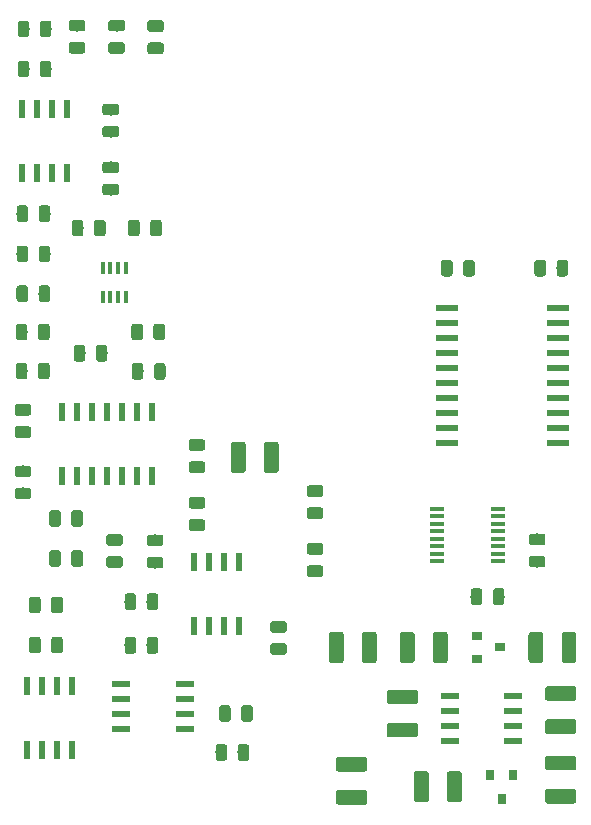
<source format=gtp>
G04 #@! TF.GenerationSoftware,KiCad,Pcbnew,5.0.0+dfsg1-1*
G04 #@! TF.CreationDate,2018-07-26T15:49:12-04:00*
G04 #@! TF.ProjectId,mystat,6D79737461742E6B696361645F706362,1*
G04 #@! TF.SameCoordinates,Original*
G04 #@! TF.FileFunction,Paste,Top*
G04 #@! TF.FilePolarity,Positive*
%FSLAX46Y46*%
G04 Gerber Fmt 4.6, Leading zero omitted, Abs format (unit mm)*
G04 Created by KiCad (PCBNEW 5.0.0+dfsg1-1) date Thu Jul 26 15:49:12 2018*
%MOMM*%
%LPD*%
G01*
G04 APERTURE LIST*
%ADD10C,0.100000*%
%ADD11C,0.975000*%
%ADD12C,1.250000*%
%ADD13R,0.800000X0.900000*%
%ADD14R,0.900000X0.800000*%
%ADD15R,1.550000X0.600000*%
%ADD16R,1.950000X0.600000*%
%ADD17R,0.600000X1.550000*%
%ADD18R,1.200000X0.400000*%
%ADD19R,0.600000X1.500000*%
%ADD20R,0.400000X1.000000*%
G04 APERTURE END LIST*
D10*
G04 #@! TO.C,C28*
G36*
X59267642Y-68701174D02*
X59291303Y-68704684D01*
X59314507Y-68710496D01*
X59337029Y-68718554D01*
X59358653Y-68728782D01*
X59379170Y-68741079D01*
X59398383Y-68755329D01*
X59416107Y-68771393D01*
X59432171Y-68789117D01*
X59446421Y-68808330D01*
X59458718Y-68828847D01*
X59468946Y-68850471D01*
X59477004Y-68872993D01*
X59482816Y-68896197D01*
X59486326Y-68919858D01*
X59487500Y-68943750D01*
X59487500Y-69856250D01*
X59486326Y-69880142D01*
X59482816Y-69903803D01*
X59477004Y-69927007D01*
X59468946Y-69949529D01*
X59458718Y-69971153D01*
X59446421Y-69991670D01*
X59432171Y-70010883D01*
X59416107Y-70028607D01*
X59398383Y-70044671D01*
X59379170Y-70058921D01*
X59358653Y-70071218D01*
X59337029Y-70081446D01*
X59314507Y-70089504D01*
X59291303Y-70095316D01*
X59267642Y-70098826D01*
X59243750Y-70100000D01*
X58756250Y-70100000D01*
X58732358Y-70098826D01*
X58708697Y-70095316D01*
X58685493Y-70089504D01*
X58662971Y-70081446D01*
X58641347Y-70071218D01*
X58620830Y-70058921D01*
X58601617Y-70044671D01*
X58583893Y-70028607D01*
X58567829Y-70010883D01*
X58553579Y-69991670D01*
X58541282Y-69971153D01*
X58531054Y-69949529D01*
X58522996Y-69927007D01*
X58517184Y-69903803D01*
X58513674Y-69880142D01*
X58512500Y-69856250D01*
X58512500Y-68943750D01*
X58513674Y-68919858D01*
X58517184Y-68896197D01*
X58522996Y-68872993D01*
X58531054Y-68850471D01*
X58541282Y-68828847D01*
X58553579Y-68808330D01*
X58567829Y-68789117D01*
X58583893Y-68771393D01*
X58601617Y-68755329D01*
X58620830Y-68741079D01*
X58641347Y-68728782D01*
X58662971Y-68718554D01*
X58685493Y-68710496D01*
X58708697Y-68704684D01*
X58732358Y-68701174D01*
X58756250Y-68700000D01*
X59243750Y-68700000D01*
X59267642Y-68701174D01*
X59267642Y-68701174D01*
G37*
D11*
X59000000Y-69400000D03*
D10*
G36*
X61142642Y-68701174D02*
X61166303Y-68704684D01*
X61189507Y-68710496D01*
X61212029Y-68718554D01*
X61233653Y-68728782D01*
X61254170Y-68741079D01*
X61273383Y-68755329D01*
X61291107Y-68771393D01*
X61307171Y-68789117D01*
X61321421Y-68808330D01*
X61333718Y-68828847D01*
X61343946Y-68850471D01*
X61352004Y-68872993D01*
X61357816Y-68896197D01*
X61361326Y-68919858D01*
X61362500Y-68943750D01*
X61362500Y-69856250D01*
X61361326Y-69880142D01*
X61357816Y-69903803D01*
X61352004Y-69927007D01*
X61343946Y-69949529D01*
X61333718Y-69971153D01*
X61321421Y-69991670D01*
X61307171Y-70010883D01*
X61291107Y-70028607D01*
X61273383Y-70044671D01*
X61254170Y-70058921D01*
X61233653Y-70071218D01*
X61212029Y-70081446D01*
X61189507Y-70089504D01*
X61166303Y-70095316D01*
X61142642Y-70098826D01*
X61118750Y-70100000D01*
X60631250Y-70100000D01*
X60607358Y-70098826D01*
X60583697Y-70095316D01*
X60560493Y-70089504D01*
X60537971Y-70081446D01*
X60516347Y-70071218D01*
X60495830Y-70058921D01*
X60476617Y-70044671D01*
X60458893Y-70028607D01*
X60442829Y-70010883D01*
X60428579Y-69991670D01*
X60416282Y-69971153D01*
X60406054Y-69949529D01*
X60397996Y-69927007D01*
X60392184Y-69903803D01*
X60388674Y-69880142D01*
X60387500Y-69856250D01*
X60387500Y-68943750D01*
X60388674Y-68919858D01*
X60392184Y-68896197D01*
X60397996Y-68872993D01*
X60406054Y-68850471D01*
X60416282Y-68828847D01*
X60428579Y-68808330D01*
X60442829Y-68789117D01*
X60458893Y-68771393D01*
X60476617Y-68755329D01*
X60495830Y-68741079D01*
X60516347Y-68728782D01*
X60537971Y-68718554D01*
X60560493Y-68710496D01*
X60583697Y-68704684D01*
X60607358Y-68701174D01*
X60631250Y-68700000D01*
X61118750Y-68700000D01*
X61142642Y-68701174D01*
X61142642Y-68701174D01*
G37*
D11*
X60875000Y-69400000D03*
G04 #@! TD*
D10*
G04 #@! TO.C,C1*
G36*
X72999504Y-87476204D02*
X73023773Y-87479804D01*
X73047571Y-87485765D01*
X73070671Y-87494030D01*
X73092849Y-87504520D01*
X73113893Y-87517133D01*
X73133598Y-87531747D01*
X73151777Y-87548223D01*
X73168253Y-87566402D01*
X73182867Y-87586107D01*
X73195480Y-87607151D01*
X73205970Y-87629329D01*
X73214235Y-87652429D01*
X73220196Y-87676227D01*
X73223796Y-87700496D01*
X73225000Y-87725000D01*
X73225000Y-89875000D01*
X73223796Y-89899504D01*
X73220196Y-89923773D01*
X73214235Y-89947571D01*
X73205970Y-89970671D01*
X73195480Y-89992849D01*
X73182867Y-90013893D01*
X73168253Y-90033598D01*
X73151777Y-90051777D01*
X73133598Y-90068253D01*
X73113893Y-90082867D01*
X73092849Y-90095480D01*
X73070671Y-90105970D01*
X73047571Y-90114235D01*
X73023773Y-90120196D01*
X72999504Y-90123796D01*
X72975000Y-90125000D01*
X72225000Y-90125000D01*
X72200496Y-90123796D01*
X72176227Y-90120196D01*
X72152429Y-90114235D01*
X72129329Y-90105970D01*
X72107151Y-90095480D01*
X72086107Y-90082867D01*
X72066402Y-90068253D01*
X72048223Y-90051777D01*
X72031747Y-90033598D01*
X72017133Y-90013893D01*
X72004520Y-89992849D01*
X71994030Y-89970671D01*
X71985765Y-89947571D01*
X71979804Y-89923773D01*
X71976204Y-89899504D01*
X71975000Y-89875000D01*
X71975000Y-87725000D01*
X71976204Y-87700496D01*
X71979804Y-87676227D01*
X71985765Y-87652429D01*
X71994030Y-87629329D01*
X72004520Y-87607151D01*
X72017133Y-87586107D01*
X72031747Y-87566402D01*
X72048223Y-87548223D01*
X72066402Y-87531747D01*
X72086107Y-87517133D01*
X72107151Y-87504520D01*
X72129329Y-87494030D01*
X72152429Y-87485765D01*
X72176227Y-87479804D01*
X72200496Y-87476204D01*
X72225000Y-87475000D01*
X72975000Y-87475000D01*
X72999504Y-87476204D01*
X72999504Y-87476204D01*
G37*
D12*
X72600000Y-88800000D03*
D10*
G36*
X75799504Y-87476204D02*
X75823773Y-87479804D01*
X75847571Y-87485765D01*
X75870671Y-87494030D01*
X75892849Y-87504520D01*
X75913893Y-87517133D01*
X75933598Y-87531747D01*
X75951777Y-87548223D01*
X75968253Y-87566402D01*
X75982867Y-87586107D01*
X75995480Y-87607151D01*
X76005970Y-87629329D01*
X76014235Y-87652429D01*
X76020196Y-87676227D01*
X76023796Y-87700496D01*
X76025000Y-87725000D01*
X76025000Y-89875000D01*
X76023796Y-89899504D01*
X76020196Y-89923773D01*
X76014235Y-89947571D01*
X76005970Y-89970671D01*
X75995480Y-89992849D01*
X75982867Y-90013893D01*
X75968253Y-90033598D01*
X75951777Y-90051777D01*
X75933598Y-90068253D01*
X75913893Y-90082867D01*
X75892849Y-90095480D01*
X75870671Y-90105970D01*
X75847571Y-90114235D01*
X75823773Y-90120196D01*
X75799504Y-90123796D01*
X75775000Y-90125000D01*
X75025000Y-90125000D01*
X75000496Y-90123796D01*
X74976227Y-90120196D01*
X74952429Y-90114235D01*
X74929329Y-90105970D01*
X74907151Y-90095480D01*
X74886107Y-90082867D01*
X74866402Y-90068253D01*
X74848223Y-90051777D01*
X74831747Y-90033598D01*
X74817133Y-90013893D01*
X74804520Y-89992849D01*
X74794030Y-89970671D01*
X74785765Y-89947571D01*
X74779804Y-89923773D01*
X74776204Y-89899504D01*
X74775000Y-89875000D01*
X74775000Y-87725000D01*
X74776204Y-87700496D01*
X74779804Y-87676227D01*
X74785765Y-87652429D01*
X74794030Y-87629329D01*
X74804520Y-87607151D01*
X74817133Y-87586107D01*
X74831747Y-87566402D01*
X74848223Y-87548223D01*
X74866402Y-87531747D01*
X74886107Y-87517133D01*
X74907151Y-87504520D01*
X74929329Y-87494030D01*
X74952429Y-87485765D01*
X74976227Y-87479804D01*
X75000496Y-87476204D01*
X75025000Y-87475000D01*
X75775000Y-87475000D01*
X75799504Y-87476204D01*
X75799504Y-87476204D01*
G37*
D12*
X75400000Y-88800000D03*
G04 #@! TD*
D10*
G04 #@! TO.C,C2*
G36*
X88499504Y-115376204D02*
X88523773Y-115379804D01*
X88547571Y-115385765D01*
X88570671Y-115394030D01*
X88592849Y-115404520D01*
X88613893Y-115417133D01*
X88633598Y-115431747D01*
X88651777Y-115448223D01*
X88668253Y-115466402D01*
X88682867Y-115486107D01*
X88695480Y-115507151D01*
X88705970Y-115529329D01*
X88714235Y-115552429D01*
X88720196Y-115576227D01*
X88723796Y-115600496D01*
X88725000Y-115625000D01*
X88725000Y-117775000D01*
X88723796Y-117799504D01*
X88720196Y-117823773D01*
X88714235Y-117847571D01*
X88705970Y-117870671D01*
X88695480Y-117892849D01*
X88682867Y-117913893D01*
X88668253Y-117933598D01*
X88651777Y-117951777D01*
X88633598Y-117968253D01*
X88613893Y-117982867D01*
X88592849Y-117995480D01*
X88570671Y-118005970D01*
X88547571Y-118014235D01*
X88523773Y-118020196D01*
X88499504Y-118023796D01*
X88475000Y-118025000D01*
X87725000Y-118025000D01*
X87700496Y-118023796D01*
X87676227Y-118020196D01*
X87652429Y-118014235D01*
X87629329Y-118005970D01*
X87607151Y-117995480D01*
X87586107Y-117982867D01*
X87566402Y-117968253D01*
X87548223Y-117951777D01*
X87531747Y-117933598D01*
X87517133Y-117913893D01*
X87504520Y-117892849D01*
X87494030Y-117870671D01*
X87485765Y-117847571D01*
X87479804Y-117823773D01*
X87476204Y-117799504D01*
X87475000Y-117775000D01*
X87475000Y-115625000D01*
X87476204Y-115600496D01*
X87479804Y-115576227D01*
X87485765Y-115552429D01*
X87494030Y-115529329D01*
X87504520Y-115507151D01*
X87517133Y-115486107D01*
X87531747Y-115466402D01*
X87548223Y-115448223D01*
X87566402Y-115431747D01*
X87586107Y-115417133D01*
X87607151Y-115404520D01*
X87629329Y-115394030D01*
X87652429Y-115385765D01*
X87676227Y-115379804D01*
X87700496Y-115376204D01*
X87725000Y-115375000D01*
X88475000Y-115375000D01*
X88499504Y-115376204D01*
X88499504Y-115376204D01*
G37*
D12*
X88100000Y-116700000D03*
D10*
G36*
X91299504Y-115376204D02*
X91323773Y-115379804D01*
X91347571Y-115385765D01*
X91370671Y-115394030D01*
X91392849Y-115404520D01*
X91413893Y-115417133D01*
X91433598Y-115431747D01*
X91451777Y-115448223D01*
X91468253Y-115466402D01*
X91482867Y-115486107D01*
X91495480Y-115507151D01*
X91505970Y-115529329D01*
X91514235Y-115552429D01*
X91520196Y-115576227D01*
X91523796Y-115600496D01*
X91525000Y-115625000D01*
X91525000Y-117775000D01*
X91523796Y-117799504D01*
X91520196Y-117823773D01*
X91514235Y-117847571D01*
X91505970Y-117870671D01*
X91495480Y-117892849D01*
X91482867Y-117913893D01*
X91468253Y-117933598D01*
X91451777Y-117951777D01*
X91433598Y-117968253D01*
X91413893Y-117982867D01*
X91392849Y-117995480D01*
X91370671Y-118005970D01*
X91347571Y-118014235D01*
X91323773Y-118020196D01*
X91299504Y-118023796D01*
X91275000Y-118025000D01*
X90525000Y-118025000D01*
X90500496Y-118023796D01*
X90476227Y-118020196D01*
X90452429Y-118014235D01*
X90429329Y-118005970D01*
X90407151Y-117995480D01*
X90386107Y-117982867D01*
X90366402Y-117968253D01*
X90348223Y-117951777D01*
X90331747Y-117933598D01*
X90317133Y-117913893D01*
X90304520Y-117892849D01*
X90294030Y-117870671D01*
X90285765Y-117847571D01*
X90279804Y-117823773D01*
X90276204Y-117799504D01*
X90275000Y-117775000D01*
X90275000Y-115625000D01*
X90276204Y-115600496D01*
X90279804Y-115576227D01*
X90285765Y-115552429D01*
X90294030Y-115529329D01*
X90304520Y-115507151D01*
X90317133Y-115486107D01*
X90331747Y-115466402D01*
X90348223Y-115448223D01*
X90366402Y-115431747D01*
X90386107Y-115417133D01*
X90407151Y-115404520D01*
X90429329Y-115394030D01*
X90452429Y-115385765D01*
X90476227Y-115379804D01*
X90500496Y-115376204D01*
X90525000Y-115375000D01*
X91275000Y-115375000D01*
X91299504Y-115376204D01*
X91299504Y-115376204D01*
G37*
D12*
X90900000Y-116700000D03*
G04 #@! TD*
D10*
G04 #@! TO.C,C3*
G36*
X100999504Y-116876204D02*
X101023773Y-116879804D01*
X101047571Y-116885765D01*
X101070671Y-116894030D01*
X101092849Y-116904520D01*
X101113893Y-116917133D01*
X101133598Y-116931747D01*
X101151777Y-116948223D01*
X101168253Y-116966402D01*
X101182867Y-116986107D01*
X101195480Y-117007151D01*
X101205970Y-117029329D01*
X101214235Y-117052429D01*
X101220196Y-117076227D01*
X101223796Y-117100496D01*
X101225000Y-117125000D01*
X101225000Y-117875000D01*
X101223796Y-117899504D01*
X101220196Y-117923773D01*
X101214235Y-117947571D01*
X101205970Y-117970671D01*
X101195480Y-117992849D01*
X101182867Y-118013893D01*
X101168253Y-118033598D01*
X101151777Y-118051777D01*
X101133598Y-118068253D01*
X101113893Y-118082867D01*
X101092849Y-118095480D01*
X101070671Y-118105970D01*
X101047571Y-118114235D01*
X101023773Y-118120196D01*
X100999504Y-118123796D01*
X100975000Y-118125000D01*
X98825000Y-118125000D01*
X98800496Y-118123796D01*
X98776227Y-118120196D01*
X98752429Y-118114235D01*
X98729329Y-118105970D01*
X98707151Y-118095480D01*
X98686107Y-118082867D01*
X98666402Y-118068253D01*
X98648223Y-118051777D01*
X98631747Y-118033598D01*
X98617133Y-118013893D01*
X98604520Y-117992849D01*
X98594030Y-117970671D01*
X98585765Y-117947571D01*
X98579804Y-117923773D01*
X98576204Y-117899504D01*
X98575000Y-117875000D01*
X98575000Y-117125000D01*
X98576204Y-117100496D01*
X98579804Y-117076227D01*
X98585765Y-117052429D01*
X98594030Y-117029329D01*
X98604520Y-117007151D01*
X98617133Y-116986107D01*
X98631747Y-116966402D01*
X98648223Y-116948223D01*
X98666402Y-116931747D01*
X98686107Y-116917133D01*
X98707151Y-116904520D01*
X98729329Y-116894030D01*
X98752429Y-116885765D01*
X98776227Y-116879804D01*
X98800496Y-116876204D01*
X98825000Y-116875000D01*
X100975000Y-116875000D01*
X100999504Y-116876204D01*
X100999504Y-116876204D01*
G37*
D12*
X99900000Y-117500000D03*
D10*
G36*
X100999504Y-114076204D02*
X101023773Y-114079804D01*
X101047571Y-114085765D01*
X101070671Y-114094030D01*
X101092849Y-114104520D01*
X101113893Y-114117133D01*
X101133598Y-114131747D01*
X101151777Y-114148223D01*
X101168253Y-114166402D01*
X101182867Y-114186107D01*
X101195480Y-114207151D01*
X101205970Y-114229329D01*
X101214235Y-114252429D01*
X101220196Y-114276227D01*
X101223796Y-114300496D01*
X101225000Y-114325000D01*
X101225000Y-115075000D01*
X101223796Y-115099504D01*
X101220196Y-115123773D01*
X101214235Y-115147571D01*
X101205970Y-115170671D01*
X101195480Y-115192849D01*
X101182867Y-115213893D01*
X101168253Y-115233598D01*
X101151777Y-115251777D01*
X101133598Y-115268253D01*
X101113893Y-115282867D01*
X101092849Y-115295480D01*
X101070671Y-115305970D01*
X101047571Y-115314235D01*
X101023773Y-115320196D01*
X100999504Y-115323796D01*
X100975000Y-115325000D01*
X98825000Y-115325000D01*
X98800496Y-115323796D01*
X98776227Y-115320196D01*
X98752429Y-115314235D01*
X98729329Y-115305970D01*
X98707151Y-115295480D01*
X98686107Y-115282867D01*
X98666402Y-115268253D01*
X98648223Y-115251777D01*
X98631747Y-115233598D01*
X98617133Y-115213893D01*
X98604520Y-115192849D01*
X98594030Y-115170671D01*
X98585765Y-115147571D01*
X98579804Y-115123773D01*
X98576204Y-115099504D01*
X98575000Y-115075000D01*
X98575000Y-114325000D01*
X98576204Y-114300496D01*
X98579804Y-114276227D01*
X98585765Y-114252429D01*
X98594030Y-114229329D01*
X98604520Y-114207151D01*
X98617133Y-114186107D01*
X98631747Y-114166402D01*
X98648223Y-114148223D01*
X98666402Y-114131747D01*
X98686107Y-114117133D01*
X98707151Y-114104520D01*
X98729329Y-114094030D01*
X98752429Y-114085765D01*
X98776227Y-114079804D01*
X98800496Y-114076204D01*
X98825000Y-114075000D01*
X100975000Y-114075000D01*
X100999504Y-114076204D01*
X100999504Y-114076204D01*
G37*
D12*
X99900000Y-114700000D03*
G04 #@! TD*
D10*
G04 #@! TO.C,C4*
G36*
X100999504Y-108176204D02*
X101023773Y-108179804D01*
X101047571Y-108185765D01*
X101070671Y-108194030D01*
X101092849Y-108204520D01*
X101113893Y-108217133D01*
X101133598Y-108231747D01*
X101151777Y-108248223D01*
X101168253Y-108266402D01*
X101182867Y-108286107D01*
X101195480Y-108307151D01*
X101205970Y-108329329D01*
X101214235Y-108352429D01*
X101220196Y-108376227D01*
X101223796Y-108400496D01*
X101225000Y-108425000D01*
X101225000Y-109175000D01*
X101223796Y-109199504D01*
X101220196Y-109223773D01*
X101214235Y-109247571D01*
X101205970Y-109270671D01*
X101195480Y-109292849D01*
X101182867Y-109313893D01*
X101168253Y-109333598D01*
X101151777Y-109351777D01*
X101133598Y-109368253D01*
X101113893Y-109382867D01*
X101092849Y-109395480D01*
X101070671Y-109405970D01*
X101047571Y-109414235D01*
X101023773Y-109420196D01*
X100999504Y-109423796D01*
X100975000Y-109425000D01*
X98825000Y-109425000D01*
X98800496Y-109423796D01*
X98776227Y-109420196D01*
X98752429Y-109414235D01*
X98729329Y-109405970D01*
X98707151Y-109395480D01*
X98686107Y-109382867D01*
X98666402Y-109368253D01*
X98648223Y-109351777D01*
X98631747Y-109333598D01*
X98617133Y-109313893D01*
X98604520Y-109292849D01*
X98594030Y-109270671D01*
X98585765Y-109247571D01*
X98579804Y-109223773D01*
X98576204Y-109199504D01*
X98575000Y-109175000D01*
X98575000Y-108425000D01*
X98576204Y-108400496D01*
X98579804Y-108376227D01*
X98585765Y-108352429D01*
X98594030Y-108329329D01*
X98604520Y-108307151D01*
X98617133Y-108286107D01*
X98631747Y-108266402D01*
X98648223Y-108248223D01*
X98666402Y-108231747D01*
X98686107Y-108217133D01*
X98707151Y-108204520D01*
X98729329Y-108194030D01*
X98752429Y-108185765D01*
X98776227Y-108179804D01*
X98800496Y-108176204D01*
X98825000Y-108175000D01*
X100975000Y-108175000D01*
X100999504Y-108176204D01*
X100999504Y-108176204D01*
G37*
D12*
X99900000Y-108800000D03*
D10*
G36*
X100999504Y-110976204D02*
X101023773Y-110979804D01*
X101047571Y-110985765D01*
X101070671Y-110994030D01*
X101092849Y-111004520D01*
X101113893Y-111017133D01*
X101133598Y-111031747D01*
X101151777Y-111048223D01*
X101168253Y-111066402D01*
X101182867Y-111086107D01*
X101195480Y-111107151D01*
X101205970Y-111129329D01*
X101214235Y-111152429D01*
X101220196Y-111176227D01*
X101223796Y-111200496D01*
X101225000Y-111225000D01*
X101225000Y-111975000D01*
X101223796Y-111999504D01*
X101220196Y-112023773D01*
X101214235Y-112047571D01*
X101205970Y-112070671D01*
X101195480Y-112092849D01*
X101182867Y-112113893D01*
X101168253Y-112133598D01*
X101151777Y-112151777D01*
X101133598Y-112168253D01*
X101113893Y-112182867D01*
X101092849Y-112195480D01*
X101070671Y-112205970D01*
X101047571Y-112214235D01*
X101023773Y-112220196D01*
X100999504Y-112223796D01*
X100975000Y-112225000D01*
X98825000Y-112225000D01*
X98800496Y-112223796D01*
X98776227Y-112220196D01*
X98752429Y-112214235D01*
X98729329Y-112205970D01*
X98707151Y-112195480D01*
X98686107Y-112182867D01*
X98666402Y-112168253D01*
X98648223Y-112151777D01*
X98631747Y-112133598D01*
X98617133Y-112113893D01*
X98604520Y-112092849D01*
X98594030Y-112070671D01*
X98585765Y-112047571D01*
X98579804Y-112023773D01*
X98576204Y-111999504D01*
X98575000Y-111975000D01*
X98575000Y-111225000D01*
X98576204Y-111200496D01*
X98579804Y-111176227D01*
X98585765Y-111152429D01*
X98594030Y-111129329D01*
X98604520Y-111107151D01*
X98617133Y-111086107D01*
X98631747Y-111066402D01*
X98648223Y-111048223D01*
X98666402Y-111031747D01*
X98686107Y-111017133D01*
X98707151Y-111004520D01*
X98729329Y-110994030D01*
X98752429Y-110985765D01*
X98776227Y-110979804D01*
X98800496Y-110976204D01*
X98825000Y-110975000D01*
X100975000Y-110975000D01*
X100999504Y-110976204D01*
X100999504Y-110976204D01*
G37*
D12*
X99900000Y-111600000D03*
G04 #@! TD*
D10*
G04 #@! TO.C,C5*
G36*
X87599504Y-111276204D02*
X87623773Y-111279804D01*
X87647571Y-111285765D01*
X87670671Y-111294030D01*
X87692849Y-111304520D01*
X87713893Y-111317133D01*
X87733598Y-111331747D01*
X87751777Y-111348223D01*
X87768253Y-111366402D01*
X87782867Y-111386107D01*
X87795480Y-111407151D01*
X87805970Y-111429329D01*
X87814235Y-111452429D01*
X87820196Y-111476227D01*
X87823796Y-111500496D01*
X87825000Y-111525000D01*
X87825000Y-112275000D01*
X87823796Y-112299504D01*
X87820196Y-112323773D01*
X87814235Y-112347571D01*
X87805970Y-112370671D01*
X87795480Y-112392849D01*
X87782867Y-112413893D01*
X87768253Y-112433598D01*
X87751777Y-112451777D01*
X87733598Y-112468253D01*
X87713893Y-112482867D01*
X87692849Y-112495480D01*
X87670671Y-112505970D01*
X87647571Y-112514235D01*
X87623773Y-112520196D01*
X87599504Y-112523796D01*
X87575000Y-112525000D01*
X85425000Y-112525000D01*
X85400496Y-112523796D01*
X85376227Y-112520196D01*
X85352429Y-112514235D01*
X85329329Y-112505970D01*
X85307151Y-112495480D01*
X85286107Y-112482867D01*
X85266402Y-112468253D01*
X85248223Y-112451777D01*
X85231747Y-112433598D01*
X85217133Y-112413893D01*
X85204520Y-112392849D01*
X85194030Y-112370671D01*
X85185765Y-112347571D01*
X85179804Y-112323773D01*
X85176204Y-112299504D01*
X85175000Y-112275000D01*
X85175000Y-111525000D01*
X85176204Y-111500496D01*
X85179804Y-111476227D01*
X85185765Y-111452429D01*
X85194030Y-111429329D01*
X85204520Y-111407151D01*
X85217133Y-111386107D01*
X85231747Y-111366402D01*
X85248223Y-111348223D01*
X85266402Y-111331747D01*
X85286107Y-111317133D01*
X85307151Y-111304520D01*
X85329329Y-111294030D01*
X85352429Y-111285765D01*
X85376227Y-111279804D01*
X85400496Y-111276204D01*
X85425000Y-111275000D01*
X87575000Y-111275000D01*
X87599504Y-111276204D01*
X87599504Y-111276204D01*
G37*
D12*
X86500000Y-111900000D03*
D10*
G36*
X87599504Y-108476204D02*
X87623773Y-108479804D01*
X87647571Y-108485765D01*
X87670671Y-108494030D01*
X87692849Y-108504520D01*
X87713893Y-108517133D01*
X87733598Y-108531747D01*
X87751777Y-108548223D01*
X87768253Y-108566402D01*
X87782867Y-108586107D01*
X87795480Y-108607151D01*
X87805970Y-108629329D01*
X87814235Y-108652429D01*
X87820196Y-108676227D01*
X87823796Y-108700496D01*
X87825000Y-108725000D01*
X87825000Y-109475000D01*
X87823796Y-109499504D01*
X87820196Y-109523773D01*
X87814235Y-109547571D01*
X87805970Y-109570671D01*
X87795480Y-109592849D01*
X87782867Y-109613893D01*
X87768253Y-109633598D01*
X87751777Y-109651777D01*
X87733598Y-109668253D01*
X87713893Y-109682867D01*
X87692849Y-109695480D01*
X87670671Y-109705970D01*
X87647571Y-109714235D01*
X87623773Y-109720196D01*
X87599504Y-109723796D01*
X87575000Y-109725000D01*
X85425000Y-109725000D01*
X85400496Y-109723796D01*
X85376227Y-109720196D01*
X85352429Y-109714235D01*
X85329329Y-109705970D01*
X85307151Y-109695480D01*
X85286107Y-109682867D01*
X85266402Y-109668253D01*
X85248223Y-109651777D01*
X85231747Y-109633598D01*
X85217133Y-109613893D01*
X85204520Y-109592849D01*
X85194030Y-109570671D01*
X85185765Y-109547571D01*
X85179804Y-109523773D01*
X85176204Y-109499504D01*
X85175000Y-109475000D01*
X85175000Y-108725000D01*
X85176204Y-108700496D01*
X85179804Y-108676227D01*
X85185765Y-108652429D01*
X85194030Y-108629329D01*
X85204520Y-108607151D01*
X85217133Y-108586107D01*
X85231747Y-108566402D01*
X85248223Y-108548223D01*
X85266402Y-108531747D01*
X85286107Y-108517133D01*
X85307151Y-108504520D01*
X85329329Y-108494030D01*
X85352429Y-108485765D01*
X85376227Y-108479804D01*
X85400496Y-108476204D01*
X85425000Y-108475000D01*
X87575000Y-108475000D01*
X87599504Y-108476204D01*
X87599504Y-108476204D01*
G37*
D12*
X86500000Y-109100000D03*
G04 #@! TD*
D10*
G04 #@! TO.C,C6*
G36*
X98199504Y-103576204D02*
X98223773Y-103579804D01*
X98247571Y-103585765D01*
X98270671Y-103594030D01*
X98292849Y-103604520D01*
X98313893Y-103617133D01*
X98333598Y-103631747D01*
X98351777Y-103648223D01*
X98368253Y-103666402D01*
X98382867Y-103686107D01*
X98395480Y-103707151D01*
X98405970Y-103729329D01*
X98414235Y-103752429D01*
X98420196Y-103776227D01*
X98423796Y-103800496D01*
X98425000Y-103825000D01*
X98425000Y-105975000D01*
X98423796Y-105999504D01*
X98420196Y-106023773D01*
X98414235Y-106047571D01*
X98405970Y-106070671D01*
X98395480Y-106092849D01*
X98382867Y-106113893D01*
X98368253Y-106133598D01*
X98351777Y-106151777D01*
X98333598Y-106168253D01*
X98313893Y-106182867D01*
X98292849Y-106195480D01*
X98270671Y-106205970D01*
X98247571Y-106214235D01*
X98223773Y-106220196D01*
X98199504Y-106223796D01*
X98175000Y-106225000D01*
X97425000Y-106225000D01*
X97400496Y-106223796D01*
X97376227Y-106220196D01*
X97352429Y-106214235D01*
X97329329Y-106205970D01*
X97307151Y-106195480D01*
X97286107Y-106182867D01*
X97266402Y-106168253D01*
X97248223Y-106151777D01*
X97231747Y-106133598D01*
X97217133Y-106113893D01*
X97204520Y-106092849D01*
X97194030Y-106070671D01*
X97185765Y-106047571D01*
X97179804Y-106023773D01*
X97176204Y-105999504D01*
X97175000Y-105975000D01*
X97175000Y-103825000D01*
X97176204Y-103800496D01*
X97179804Y-103776227D01*
X97185765Y-103752429D01*
X97194030Y-103729329D01*
X97204520Y-103707151D01*
X97217133Y-103686107D01*
X97231747Y-103666402D01*
X97248223Y-103648223D01*
X97266402Y-103631747D01*
X97286107Y-103617133D01*
X97307151Y-103604520D01*
X97329329Y-103594030D01*
X97352429Y-103585765D01*
X97376227Y-103579804D01*
X97400496Y-103576204D01*
X97425000Y-103575000D01*
X98175000Y-103575000D01*
X98199504Y-103576204D01*
X98199504Y-103576204D01*
G37*
D12*
X97800000Y-104900000D03*
D10*
G36*
X100999504Y-103576204D02*
X101023773Y-103579804D01*
X101047571Y-103585765D01*
X101070671Y-103594030D01*
X101092849Y-103604520D01*
X101113893Y-103617133D01*
X101133598Y-103631747D01*
X101151777Y-103648223D01*
X101168253Y-103666402D01*
X101182867Y-103686107D01*
X101195480Y-103707151D01*
X101205970Y-103729329D01*
X101214235Y-103752429D01*
X101220196Y-103776227D01*
X101223796Y-103800496D01*
X101225000Y-103825000D01*
X101225000Y-105975000D01*
X101223796Y-105999504D01*
X101220196Y-106023773D01*
X101214235Y-106047571D01*
X101205970Y-106070671D01*
X101195480Y-106092849D01*
X101182867Y-106113893D01*
X101168253Y-106133598D01*
X101151777Y-106151777D01*
X101133598Y-106168253D01*
X101113893Y-106182867D01*
X101092849Y-106195480D01*
X101070671Y-106205970D01*
X101047571Y-106214235D01*
X101023773Y-106220196D01*
X100999504Y-106223796D01*
X100975000Y-106225000D01*
X100225000Y-106225000D01*
X100200496Y-106223796D01*
X100176227Y-106220196D01*
X100152429Y-106214235D01*
X100129329Y-106205970D01*
X100107151Y-106195480D01*
X100086107Y-106182867D01*
X100066402Y-106168253D01*
X100048223Y-106151777D01*
X100031747Y-106133598D01*
X100017133Y-106113893D01*
X100004520Y-106092849D01*
X99994030Y-106070671D01*
X99985765Y-106047571D01*
X99979804Y-106023773D01*
X99976204Y-105999504D01*
X99975000Y-105975000D01*
X99975000Y-103825000D01*
X99976204Y-103800496D01*
X99979804Y-103776227D01*
X99985765Y-103752429D01*
X99994030Y-103729329D01*
X100004520Y-103707151D01*
X100017133Y-103686107D01*
X100031747Y-103666402D01*
X100048223Y-103648223D01*
X100066402Y-103631747D01*
X100086107Y-103617133D01*
X100107151Y-103604520D01*
X100129329Y-103594030D01*
X100152429Y-103585765D01*
X100176227Y-103579804D01*
X100200496Y-103576204D01*
X100225000Y-103575000D01*
X100975000Y-103575000D01*
X100999504Y-103576204D01*
X100999504Y-103576204D01*
G37*
D12*
X100600000Y-104900000D03*
G04 #@! TD*
D10*
G04 #@! TO.C,C7*
G36*
X87299504Y-103576204D02*
X87323773Y-103579804D01*
X87347571Y-103585765D01*
X87370671Y-103594030D01*
X87392849Y-103604520D01*
X87413893Y-103617133D01*
X87433598Y-103631747D01*
X87451777Y-103648223D01*
X87468253Y-103666402D01*
X87482867Y-103686107D01*
X87495480Y-103707151D01*
X87505970Y-103729329D01*
X87514235Y-103752429D01*
X87520196Y-103776227D01*
X87523796Y-103800496D01*
X87525000Y-103825000D01*
X87525000Y-105975000D01*
X87523796Y-105999504D01*
X87520196Y-106023773D01*
X87514235Y-106047571D01*
X87505970Y-106070671D01*
X87495480Y-106092849D01*
X87482867Y-106113893D01*
X87468253Y-106133598D01*
X87451777Y-106151777D01*
X87433598Y-106168253D01*
X87413893Y-106182867D01*
X87392849Y-106195480D01*
X87370671Y-106205970D01*
X87347571Y-106214235D01*
X87323773Y-106220196D01*
X87299504Y-106223796D01*
X87275000Y-106225000D01*
X86525000Y-106225000D01*
X86500496Y-106223796D01*
X86476227Y-106220196D01*
X86452429Y-106214235D01*
X86429329Y-106205970D01*
X86407151Y-106195480D01*
X86386107Y-106182867D01*
X86366402Y-106168253D01*
X86348223Y-106151777D01*
X86331747Y-106133598D01*
X86317133Y-106113893D01*
X86304520Y-106092849D01*
X86294030Y-106070671D01*
X86285765Y-106047571D01*
X86279804Y-106023773D01*
X86276204Y-105999504D01*
X86275000Y-105975000D01*
X86275000Y-103825000D01*
X86276204Y-103800496D01*
X86279804Y-103776227D01*
X86285765Y-103752429D01*
X86294030Y-103729329D01*
X86304520Y-103707151D01*
X86317133Y-103686107D01*
X86331747Y-103666402D01*
X86348223Y-103648223D01*
X86366402Y-103631747D01*
X86386107Y-103617133D01*
X86407151Y-103604520D01*
X86429329Y-103594030D01*
X86452429Y-103585765D01*
X86476227Y-103579804D01*
X86500496Y-103576204D01*
X86525000Y-103575000D01*
X87275000Y-103575000D01*
X87299504Y-103576204D01*
X87299504Y-103576204D01*
G37*
D12*
X86900000Y-104900000D03*
D10*
G36*
X90099504Y-103576204D02*
X90123773Y-103579804D01*
X90147571Y-103585765D01*
X90170671Y-103594030D01*
X90192849Y-103604520D01*
X90213893Y-103617133D01*
X90233598Y-103631747D01*
X90251777Y-103648223D01*
X90268253Y-103666402D01*
X90282867Y-103686107D01*
X90295480Y-103707151D01*
X90305970Y-103729329D01*
X90314235Y-103752429D01*
X90320196Y-103776227D01*
X90323796Y-103800496D01*
X90325000Y-103825000D01*
X90325000Y-105975000D01*
X90323796Y-105999504D01*
X90320196Y-106023773D01*
X90314235Y-106047571D01*
X90305970Y-106070671D01*
X90295480Y-106092849D01*
X90282867Y-106113893D01*
X90268253Y-106133598D01*
X90251777Y-106151777D01*
X90233598Y-106168253D01*
X90213893Y-106182867D01*
X90192849Y-106195480D01*
X90170671Y-106205970D01*
X90147571Y-106214235D01*
X90123773Y-106220196D01*
X90099504Y-106223796D01*
X90075000Y-106225000D01*
X89325000Y-106225000D01*
X89300496Y-106223796D01*
X89276227Y-106220196D01*
X89252429Y-106214235D01*
X89229329Y-106205970D01*
X89207151Y-106195480D01*
X89186107Y-106182867D01*
X89166402Y-106168253D01*
X89148223Y-106151777D01*
X89131747Y-106133598D01*
X89117133Y-106113893D01*
X89104520Y-106092849D01*
X89094030Y-106070671D01*
X89085765Y-106047571D01*
X89079804Y-106023773D01*
X89076204Y-105999504D01*
X89075000Y-105975000D01*
X89075000Y-103825000D01*
X89076204Y-103800496D01*
X89079804Y-103776227D01*
X89085765Y-103752429D01*
X89094030Y-103729329D01*
X89104520Y-103707151D01*
X89117133Y-103686107D01*
X89131747Y-103666402D01*
X89148223Y-103648223D01*
X89166402Y-103631747D01*
X89186107Y-103617133D01*
X89207151Y-103604520D01*
X89229329Y-103594030D01*
X89252429Y-103585765D01*
X89276227Y-103579804D01*
X89300496Y-103576204D01*
X89325000Y-103575000D01*
X90075000Y-103575000D01*
X90099504Y-103576204D01*
X90099504Y-103576204D01*
G37*
D12*
X89700000Y-104900000D03*
G04 #@! TD*
D10*
G04 #@! TO.C,C8*
G36*
X83299504Y-116976204D02*
X83323773Y-116979804D01*
X83347571Y-116985765D01*
X83370671Y-116994030D01*
X83392849Y-117004520D01*
X83413893Y-117017133D01*
X83433598Y-117031747D01*
X83451777Y-117048223D01*
X83468253Y-117066402D01*
X83482867Y-117086107D01*
X83495480Y-117107151D01*
X83505970Y-117129329D01*
X83514235Y-117152429D01*
X83520196Y-117176227D01*
X83523796Y-117200496D01*
X83525000Y-117225000D01*
X83525000Y-117975000D01*
X83523796Y-117999504D01*
X83520196Y-118023773D01*
X83514235Y-118047571D01*
X83505970Y-118070671D01*
X83495480Y-118092849D01*
X83482867Y-118113893D01*
X83468253Y-118133598D01*
X83451777Y-118151777D01*
X83433598Y-118168253D01*
X83413893Y-118182867D01*
X83392849Y-118195480D01*
X83370671Y-118205970D01*
X83347571Y-118214235D01*
X83323773Y-118220196D01*
X83299504Y-118223796D01*
X83275000Y-118225000D01*
X81125000Y-118225000D01*
X81100496Y-118223796D01*
X81076227Y-118220196D01*
X81052429Y-118214235D01*
X81029329Y-118205970D01*
X81007151Y-118195480D01*
X80986107Y-118182867D01*
X80966402Y-118168253D01*
X80948223Y-118151777D01*
X80931747Y-118133598D01*
X80917133Y-118113893D01*
X80904520Y-118092849D01*
X80894030Y-118070671D01*
X80885765Y-118047571D01*
X80879804Y-118023773D01*
X80876204Y-117999504D01*
X80875000Y-117975000D01*
X80875000Y-117225000D01*
X80876204Y-117200496D01*
X80879804Y-117176227D01*
X80885765Y-117152429D01*
X80894030Y-117129329D01*
X80904520Y-117107151D01*
X80917133Y-117086107D01*
X80931747Y-117066402D01*
X80948223Y-117048223D01*
X80966402Y-117031747D01*
X80986107Y-117017133D01*
X81007151Y-117004520D01*
X81029329Y-116994030D01*
X81052429Y-116985765D01*
X81076227Y-116979804D01*
X81100496Y-116976204D01*
X81125000Y-116975000D01*
X83275000Y-116975000D01*
X83299504Y-116976204D01*
X83299504Y-116976204D01*
G37*
D12*
X82200000Y-117600000D03*
D10*
G36*
X83299504Y-114176204D02*
X83323773Y-114179804D01*
X83347571Y-114185765D01*
X83370671Y-114194030D01*
X83392849Y-114204520D01*
X83413893Y-114217133D01*
X83433598Y-114231747D01*
X83451777Y-114248223D01*
X83468253Y-114266402D01*
X83482867Y-114286107D01*
X83495480Y-114307151D01*
X83505970Y-114329329D01*
X83514235Y-114352429D01*
X83520196Y-114376227D01*
X83523796Y-114400496D01*
X83525000Y-114425000D01*
X83525000Y-115175000D01*
X83523796Y-115199504D01*
X83520196Y-115223773D01*
X83514235Y-115247571D01*
X83505970Y-115270671D01*
X83495480Y-115292849D01*
X83482867Y-115313893D01*
X83468253Y-115333598D01*
X83451777Y-115351777D01*
X83433598Y-115368253D01*
X83413893Y-115382867D01*
X83392849Y-115395480D01*
X83370671Y-115405970D01*
X83347571Y-115414235D01*
X83323773Y-115420196D01*
X83299504Y-115423796D01*
X83275000Y-115425000D01*
X81125000Y-115425000D01*
X81100496Y-115423796D01*
X81076227Y-115420196D01*
X81052429Y-115414235D01*
X81029329Y-115405970D01*
X81007151Y-115395480D01*
X80986107Y-115382867D01*
X80966402Y-115368253D01*
X80948223Y-115351777D01*
X80931747Y-115333598D01*
X80917133Y-115313893D01*
X80904520Y-115292849D01*
X80894030Y-115270671D01*
X80885765Y-115247571D01*
X80879804Y-115223773D01*
X80876204Y-115199504D01*
X80875000Y-115175000D01*
X80875000Y-114425000D01*
X80876204Y-114400496D01*
X80879804Y-114376227D01*
X80885765Y-114352429D01*
X80894030Y-114329329D01*
X80904520Y-114307151D01*
X80917133Y-114286107D01*
X80931747Y-114266402D01*
X80948223Y-114248223D01*
X80966402Y-114231747D01*
X80986107Y-114217133D01*
X81007151Y-114204520D01*
X81029329Y-114194030D01*
X81052429Y-114185765D01*
X81076227Y-114179804D01*
X81100496Y-114176204D01*
X81125000Y-114175000D01*
X83275000Y-114175000D01*
X83299504Y-114176204D01*
X83299504Y-114176204D01*
G37*
D12*
X82200000Y-114800000D03*
G04 #@! TD*
D10*
G04 #@! TO.C,C9*
G36*
X90530142Y-72101174D02*
X90553803Y-72104684D01*
X90577007Y-72110496D01*
X90599529Y-72118554D01*
X90621153Y-72128782D01*
X90641670Y-72141079D01*
X90660883Y-72155329D01*
X90678607Y-72171393D01*
X90694671Y-72189117D01*
X90708921Y-72208330D01*
X90721218Y-72228847D01*
X90731446Y-72250471D01*
X90739504Y-72272993D01*
X90745316Y-72296197D01*
X90748826Y-72319858D01*
X90750000Y-72343750D01*
X90750000Y-73256250D01*
X90748826Y-73280142D01*
X90745316Y-73303803D01*
X90739504Y-73327007D01*
X90731446Y-73349529D01*
X90721218Y-73371153D01*
X90708921Y-73391670D01*
X90694671Y-73410883D01*
X90678607Y-73428607D01*
X90660883Y-73444671D01*
X90641670Y-73458921D01*
X90621153Y-73471218D01*
X90599529Y-73481446D01*
X90577007Y-73489504D01*
X90553803Y-73495316D01*
X90530142Y-73498826D01*
X90506250Y-73500000D01*
X90018750Y-73500000D01*
X89994858Y-73498826D01*
X89971197Y-73495316D01*
X89947993Y-73489504D01*
X89925471Y-73481446D01*
X89903847Y-73471218D01*
X89883330Y-73458921D01*
X89864117Y-73444671D01*
X89846393Y-73428607D01*
X89830329Y-73410883D01*
X89816079Y-73391670D01*
X89803782Y-73371153D01*
X89793554Y-73349529D01*
X89785496Y-73327007D01*
X89779684Y-73303803D01*
X89776174Y-73280142D01*
X89775000Y-73256250D01*
X89775000Y-72343750D01*
X89776174Y-72319858D01*
X89779684Y-72296197D01*
X89785496Y-72272993D01*
X89793554Y-72250471D01*
X89803782Y-72228847D01*
X89816079Y-72208330D01*
X89830329Y-72189117D01*
X89846393Y-72171393D01*
X89864117Y-72155329D01*
X89883330Y-72141079D01*
X89903847Y-72128782D01*
X89925471Y-72118554D01*
X89947993Y-72110496D01*
X89971197Y-72104684D01*
X89994858Y-72101174D01*
X90018750Y-72100000D01*
X90506250Y-72100000D01*
X90530142Y-72101174D01*
X90530142Y-72101174D01*
G37*
D11*
X90262500Y-72800000D03*
D10*
G36*
X92405142Y-72101174D02*
X92428803Y-72104684D01*
X92452007Y-72110496D01*
X92474529Y-72118554D01*
X92496153Y-72128782D01*
X92516670Y-72141079D01*
X92535883Y-72155329D01*
X92553607Y-72171393D01*
X92569671Y-72189117D01*
X92583921Y-72208330D01*
X92596218Y-72228847D01*
X92606446Y-72250471D01*
X92614504Y-72272993D01*
X92620316Y-72296197D01*
X92623826Y-72319858D01*
X92625000Y-72343750D01*
X92625000Y-73256250D01*
X92623826Y-73280142D01*
X92620316Y-73303803D01*
X92614504Y-73327007D01*
X92606446Y-73349529D01*
X92596218Y-73371153D01*
X92583921Y-73391670D01*
X92569671Y-73410883D01*
X92553607Y-73428607D01*
X92535883Y-73444671D01*
X92516670Y-73458921D01*
X92496153Y-73471218D01*
X92474529Y-73481446D01*
X92452007Y-73489504D01*
X92428803Y-73495316D01*
X92405142Y-73498826D01*
X92381250Y-73500000D01*
X91893750Y-73500000D01*
X91869858Y-73498826D01*
X91846197Y-73495316D01*
X91822993Y-73489504D01*
X91800471Y-73481446D01*
X91778847Y-73471218D01*
X91758330Y-73458921D01*
X91739117Y-73444671D01*
X91721393Y-73428607D01*
X91705329Y-73410883D01*
X91691079Y-73391670D01*
X91678782Y-73371153D01*
X91668554Y-73349529D01*
X91660496Y-73327007D01*
X91654684Y-73303803D01*
X91651174Y-73280142D01*
X91650000Y-73256250D01*
X91650000Y-72343750D01*
X91651174Y-72319858D01*
X91654684Y-72296197D01*
X91660496Y-72272993D01*
X91668554Y-72250471D01*
X91678782Y-72228847D01*
X91691079Y-72208330D01*
X91705329Y-72189117D01*
X91721393Y-72171393D01*
X91739117Y-72155329D01*
X91758330Y-72141079D01*
X91778847Y-72128782D01*
X91800471Y-72118554D01*
X91822993Y-72110496D01*
X91846197Y-72104684D01*
X91869858Y-72101174D01*
X91893750Y-72100000D01*
X92381250Y-72100000D01*
X92405142Y-72101174D01*
X92405142Y-72101174D01*
G37*
D11*
X92137500Y-72800000D03*
G04 #@! TD*
D10*
G04 #@! TO.C,C10*
G36*
X98430142Y-72101174D02*
X98453803Y-72104684D01*
X98477007Y-72110496D01*
X98499529Y-72118554D01*
X98521153Y-72128782D01*
X98541670Y-72141079D01*
X98560883Y-72155329D01*
X98578607Y-72171393D01*
X98594671Y-72189117D01*
X98608921Y-72208330D01*
X98621218Y-72228847D01*
X98631446Y-72250471D01*
X98639504Y-72272993D01*
X98645316Y-72296197D01*
X98648826Y-72319858D01*
X98650000Y-72343750D01*
X98650000Y-73256250D01*
X98648826Y-73280142D01*
X98645316Y-73303803D01*
X98639504Y-73327007D01*
X98631446Y-73349529D01*
X98621218Y-73371153D01*
X98608921Y-73391670D01*
X98594671Y-73410883D01*
X98578607Y-73428607D01*
X98560883Y-73444671D01*
X98541670Y-73458921D01*
X98521153Y-73471218D01*
X98499529Y-73481446D01*
X98477007Y-73489504D01*
X98453803Y-73495316D01*
X98430142Y-73498826D01*
X98406250Y-73500000D01*
X97918750Y-73500000D01*
X97894858Y-73498826D01*
X97871197Y-73495316D01*
X97847993Y-73489504D01*
X97825471Y-73481446D01*
X97803847Y-73471218D01*
X97783330Y-73458921D01*
X97764117Y-73444671D01*
X97746393Y-73428607D01*
X97730329Y-73410883D01*
X97716079Y-73391670D01*
X97703782Y-73371153D01*
X97693554Y-73349529D01*
X97685496Y-73327007D01*
X97679684Y-73303803D01*
X97676174Y-73280142D01*
X97675000Y-73256250D01*
X97675000Y-72343750D01*
X97676174Y-72319858D01*
X97679684Y-72296197D01*
X97685496Y-72272993D01*
X97693554Y-72250471D01*
X97703782Y-72228847D01*
X97716079Y-72208330D01*
X97730329Y-72189117D01*
X97746393Y-72171393D01*
X97764117Y-72155329D01*
X97783330Y-72141079D01*
X97803847Y-72128782D01*
X97825471Y-72118554D01*
X97847993Y-72110496D01*
X97871197Y-72104684D01*
X97894858Y-72101174D01*
X97918750Y-72100000D01*
X98406250Y-72100000D01*
X98430142Y-72101174D01*
X98430142Y-72101174D01*
G37*
D11*
X98162500Y-72800000D03*
D10*
G36*
X100305142Y-72101174D02*
X100328803Y-72104684D01*
X100352007Y-72110496D01*
X100374529Y-72118554D01*
X100396153Y-72128782D01*
X100416670Y-72141079D01*
X100435883Y-72155329D01*
X100453607Y-72171393D01*
X100469671Y-72189117D01*
X100483921Y-72208330D01*
X100496218Y-72228847D01*
X100506446Y-72250471D01*
X100514504Y-72272993D01*
X100520316Y-72296197D01*
X100523826Y-72319858D01*
X100525000Y-72343750D01*
X100525000Y-73256250D01*
X100523826Y-73280142D01*
X100520316Y-73303803D01*
X100514504Y-73327007D01*
X100506446Y-73349529D01*
X100496218Y-73371153D01*
X100483921Y-73391670D01*
X100469671Y-73410883D01*
X100453607Y-73428607D01*
X100435883Y-73444671D01*
X100416670Y-73458921D01*
X100396153Y-73471218D01*
X100374529Y-73481446D01*
X100352007Y-73489504D01*
X100328803Y-73495316D01*
X100305142Y-73498826D01*
X100281250Y-73500000D01*
X99793750Y-73500000D01*
X99769858Y-73498826D01*
X99746197Y-73495316D01*
X99722993Y-73489504D01*
X99700471Y-73481446D01*
X99678847Y-73471218D01*
X99658330Y-73458921D01*
X99639117Y-73444671D01*
X99621393Y-73428607D01*
X99605329Y-73410883D01*
X99591079Y-73391670D01*
X99578782Y-73371153D01*
X99568554Y-73349529D01*
X99560496Y-73327007D01*
X99554684Y-73303803D01*
X99551174Y-73280142D01*
X99550000Y-73256250D01*
X99550000Y-72343750D01*
X99551174Y-72319858D01*
X99554684Y-72296197D01*
X99560496Y-72272993D01*
X99568554Y-72250471D01*
X99578782Y-72228847D01*
X99591079Y-72208330D01*
X99605329Y-72189117D01*
X99621393Y-72171393D01*
X99639117Y-72155329D01*
X99658330Y-72141079D01*
X99678847Y-72128782D01*
X99700471Y-72118554D01*
X99722993Y-72110496D01*
X99746197Y-72104684D01*
X99769858Y-72101174D01*
X99793750Y-72100000D01*
X100281250Y-72100000D01*
X100305142Y-72101174D01*
X100305142Y-72101174D01*
G37*
D11*
X100037500Y-72800000D03*
G04 #@! TD*
D10*
G04 #@! TO.C,C11*
G36*
X73605142Y-109801174D02*
X73628803Y-109804684D01*
X73652007Y-109810496D01*
X73674529Y-109818554D01*
X73696153Y-109828782D01*
X73716670Y-109841079D01*
X73735883Y-109855329D01*
X73753607Y-109871393D01*
X73769671Y-109889117D01*
X73783921Y-109908330D01*
X73796218Y-109928847D01*
X73806446Y-109950471D01*
X73814504Y-109972993D01*
X73820316Y-109996197D01*
X73823826Y-110019858D01*
X73825000Y-110043750D01*
X73825000Y-110956250D01*
X73823826Y-110980142D01*
X73820316Y-111003803D01*
X73814504Y-111027007D01*
X73806446Y-111049529D01*
X73796218Y-111071153D01*
X73783921Y-111091670D01*
X73769671Y-111110883D01*
X73753607Y-111128607D01*
X73735883Y-111144671D01*
X73716670Y-111158921D01*
X73696153Y-111171218D01*
X73674529Y-111181446D01*
X73652007Y-111189504D01*
X73628803Y-111195316D01*
X73605142Y-111198826D01*
X73581250Y-111200000D01*
X73093750Y-111200000D01*
X73069858Y-111198826D01*
X73046197Y-111195316D01*
X73022993Y-111189504D01*
X73000471Y-111181446D01*
X72978847Y-111171218D01*
X72958330Y-111158921D01*
X72939117Y-111144671D01*
X72921393Y-111128607D01*
X72905329Y-111110883D01*
X72891079Y-111091670D01*
X72878782Y-111071153D01*
X72868554Y-111049529D01*
X72860496Y-111027007D01*
X72854684Y-111003803D01*
X72851174Y-110980142D01*
X72850000Y-110956250D01*
X72850000Y-110043750D01*
X72851174Y-110019858D01*
X72854684Y-109996197D01*
X72860496Y-109972993D01*
X72868554Y-109950471D01*
X72878782Y-109928847D01*
X72891079Y-109908330D01*
X72905329Y-109889117D01*
X72921393Y-109871393D01*
X72939117Y-109855329D01*
X72958330Y-109841079D01*
X72978847Y-109828782D01*
X73000471Y-109818554D01*
X73022993Y-109810496D01*
X73046197Y-109804684D01*
X73069858Y-109801174D01*
X73093750Y-109800000D01*
X73581250Y-109800000D01*
X73605142Y-109801174D01*
X73605142Y-109801174D01*
G37*
D11*
X73337500Y-110500000D03*
D10*
G36*
X71730142Y-109801174D02*
X71753803Y-109804684D01*
X71777007Y-109810496D01*
X71799529Y-109818554D01*
X71821153Y-109828782D01*
X71841670Y-109841079D01*
X71860883Y-109855329D01*
X71878607Y-109871393D01*
X71894671Y-109889117D01*
X71908921Y-109908330D01*
X71921218Y-109928847D01*
X71931446Y-109950471D01*
X71939504Y-109972993D01*
X71945316Y-109996197D01*
X71948826Y-110019858D01*
X71950000Y-110043750D01*
X71950000Y-110956250D01*
X71948826Y-110980142D01*
X71945316Y-111003803D01*
X71939504Y-111027007D01*
X71931446Y-111049529D01*
X71921218Y-111071153D01*
X71908921Y-111091670D01*
X71894671Y-111110883D01*
X71878607Y-111128607D01*
X71860883Y-111144671D01*
X71841670Y-111158921D01*
X71821153Y-111171218D01*
X71799529Y-111181446D01*
X71777007Y-111189504D01*
X71753803Y-111195316D01*
X71730142Y-111198826D01*
X71706250Y-111200000D01*
X71218750Y-111200000D01*
X71194858Y-111198826D01*
X71171197Y-111195316D01*
X71147993Y-111189504D01*
X71125471Y-111181446D01*
X71103847Y-111171218D01*
X71083330Y-111158921D01*
X71064117Y-111144671D01*
X71046393Y-111128607D01*
X71030329Y-111110883D01*
X71016079Y-111091670D01*
X71003782Y-111071153D01*
X70993554Y-111049529D01*
X70985496Y-111027007D01*
X70979684Y-111003803D01*
X70976174Y-110980142D01*
X70975000Y-110956250D01*
X70975000Y-110043750D01*
X70976174Y-110019858D01*
X70979684Y-109996197D01*
X70985496Y-109972993D01*
X70993554Y-109950471D01*
X71003782Y-109928847D01*
X71016079Y-109908330D01*
X71030329Y-109889117D01*
X71046393Y-109871393D01*
X71064117Y-109855329D01*
X71083330Y-109841079D01*
X71103847Y-109828782D01*
X71125471Y-109818554D01*
X71147993Y-109810496D01*
X71171197Y-109804684D01*
X71194858Y-109801174D01*
X71218750Y-109800000D01*
X71706250Y-109800000D01*
X71730142Y-109801174D01*
X71730142Y-109801174D01*
G37*
D11*
X71462500Y-110500000D03*
G04 #@! TD*
D10*
G04 #@! TO.C,C12*
G36*
X65600710Y-104034092D02*
X65624371Y-104037602D01*
X65647575Y-104043414D01*
X65670097Y-104051472D01*
X65691721Y-104061700D01*
X65712238Y-104073997D01*
X65731451Y-104088247D01*
X65749175Y-104104311D01*
X65765239Y-104122035D01*
X65779489Y-104141248D01*
X65791786Y-104161765D01*
X65802014Y-104183389D01*
X65810072Y-104205911D01*
X65815884Y-104229115D01*
X65819394Y-104252776D01*
X65820568Y-104276668D01*
X65820568Y-105189168D01*
X65819394Y-105213060D01*
X65815884Y-105236721D01*
X65810072Y-105259925D01*
X65802014Y-105282447D01*
X65791786Y-105304071D01*
X65779489Y-105324588D01*
X65765239Y-105343801D01*
X65749175Y-105361525D01*
X65731451Y-105377589D01*
X65712238Y-105391839D01*
X65691721Y-105404136D01*
X65670097Y-105414364D01*
X65647575Y-105422422D01*
X65624371Y-105428234D01*
X65600710Y-105431744D01*
X65576818Y-105432918D01*
X65089318Y-105432918D01*
X65065426Y-105431744D01*
X65041765Y-105428234D01*
X65018561Y-105422422D01*
X64996039Y-105414364D01*
X64974415Y-105404136D01*
X64953898Y-105391839D01*
X64934685Y-105377589D01*
X64916961Y-105361525D01*
X64900897Y-105343801D01*
X64886647Y-105324588D01*
X64874350Y-105304071D01*
X64864122Y-105282447D01*
X64856064Y-105259925D01*
X64850252Y-105236721D01*
X64846742Y-105213060D01*
X64845568Y-105189168D01*
X64845568Y-104276668D01*
X64846742Y-104252776D01*
X64850252Y-104229115D01*
X64856064Y-104205911D01*
X64864122Y-104183389D01*
X64874350Y-104161765D01*
X64886647Y-104141248D01*
X64900897Y-104122035D01*
X64916961Y-104104311D01*
X64934685Y-104088247D01*
X64953898Y-104073997D01*
X64974415Y-104061700D01*
X64996039Y-104051472D01*
X65018561Y-104043414D01*
X65041765Y-104037602D01*
X65065426Y-104034092D01*
X65089318Y-104032918D01*
X65576818Y-104032918D01*
X65600710Y-104034092D01*
X65600710Y-104034092D01*
G37*
D11*
X65333068Y-104732918D03*
D10*
G36*
X63725710Y-104034092D02*
X63749371Y-104037602D01*
X63772575Y-104043414D01*
X63795097Y-104051472D01*
X63816721Y-104061700D01*
X63837238Y-104073997D01*
X63856451Y-104088247D01*
X63874175Y-104104311D01*
X63890239Y-104122035D01*
X63904489Y-104141248D01*
X63916786Y-104161765D01*
X63927014Y-104183389D01*
X63935072Y-104205911D01*
X63940884Y-104229115D01*
X63944394Y-104252776D01*
X63945568Y-104276668D01*
X63945568Y-105189168D01*
X63944394Y-105213060D01*
X63940884Y-105236721D01*
X63935072Y-105259925D01*
X63927014Y-105282447D01*
X63916786Y-105304071D01*
X63904489Y-105324588D01*
X63890239Y-105343801D01*
X63874175Y-105361525D01*
X63856451Y-105377589D01*
X63837238Y-105391839D01*
X63816721Y-105404136D01*
X63795097Y-105414364D01*
X63772575Y-105422422D01*
X63749371Y-105428234D01*
X63725710Y-105431744D01*
X63701818Y-105432918D01*
X63214318Y-105432918D01*
X63190426Y-105431744D01*
X63166765Y-105428234D01*
X63143561Y-105422422D01*
X63121039Y-105414364D01*
X63099415Y-105404136D01*
X63078898Y-105391839D01*
X63059685Y-105377589D01*
X63041961Y-105361525D01*
X63025897Y-105343801D01*
X63011647Y-105324588D01*
X62999350Y-105304071D01*
X62989122Y-105282447D01*
X62981064Y-105259925D01*
X62975252Y-105236721D01*
X62971742Y-105213060D01*
X62970568Y-105189168D01*
X62970568Y-104276668D01*
X62971742Y-104252776D01*
X62975252Y-104229115D01*
X62981064Y-104205911D01*
X62989122Y-104183389D01*
X62999350Y-104161765D01*
X63011647Y-104141248D01*
X63025897Y-104122035D01*
X63041961Y-104104311D01*
X63059685Y-104088247D01*
X63078898Y-104073997D01*
X63099415Y-104061700D01*
X63121039Y-104051472D01*
X63143561Y-104043414D01*
X63166765Y-104037602D01*
X63190426Y-104034092D01*
X63214318Y-104032918D01*
X63701818Y-104032918D01*
X63725710Y-104034092D01*
X63725710Y-104034092D01*
G37*
D11*
X63458068Y-104732918D03*
G04 #@! TD*
D10*
G04 #@! TO.C,C13*
G36*
X55649477Y-104010216D02*
X55673138Y-104013726D01*
X55696342Y-104019538D01*
X55718864Y-104027596D01*
X55740488Y-104037824D01*
X55761005Y-104050121D01*
X55780218Y-104064371D01*
X55797942Y-104080435D01*
X55814006Y-104098159D01*
X55828256Y-104117372D01*
X55840553Y-104137889D01*
X55850781Y-104159513D01*
X55858839Y-104182035D01*
X55864651Y-104205239D01*
X55868161Y-104228900D01*
X55869335Y-104252792D01*
X55869335Y-105165292D01*
X55868161Y-105189184D01*
X55864651Y-105212845D01*
X55858839Y-105236049D01*
X55850781Y-105258571D01*
X55840553Y-105280195D01*
X55828256Y-105300712D01*
X55814006Y-105319925D01*
X55797942Y-105337649D01*
X55780218Y-105353713D01*
X55761005Y-105367963D01*
X55740488Y-105380260D01*
X55718864Y-105390488D01*
X55696342Y-105398546D01*
X55673138Y-105404358D01*
X55649477Y-105407868D01*
X55625585Y-105409042D01*
X55138085Y-105409042D01*
X55114193Y-105407868D01*
X55090532Y-105404358D01*
X55067328Y-105398546D01*
X55044806Y-105390488D01*
X55023182Y-105380260D01*
X55002665Y-105367963D01*
X54983452Y-105353713D01*
X54965728Y-105337649D01*
X54949664Y-105319925D01*
X54935414Y-105300712D01*
X54923117Y-105280195D01*
X54912889Y-105258571D01*
X54904831Y-105236049D01*
X54899019Y-105212845D01*
X54895509Y-105189184D01*
X54894335Y-105165292D01*
X54894335Y-104252792D01*
X54895509Y-104228900D01*
X54899019Y-104205239D01*
X54904831Y-104182035D01*
X54912889Y-104159513D01*
X54923117Y-104137889D01*
X54935414Y-104117372D01*
X54949664Y-104098159D01*
X54965728Y-104080435D01*
X54983452Y-104064371D01*
X55002665Y-104050121D01*
X55023182Y-104037824D01*
X55044806Y-104027596D01*
X55067328Y-104019538D01*
X55090532Y-104013726D01*
X55114193Y-104010216D01*
X55138085Y-104009042D01*
X55625585Y-104009042D01*
X55649477Y-104010216D01*
X55649477Y-104010216D01*
G37*
D11*
X55381835Y-104709042D03*
D10*
G36*
X57524477Y-104010216D02*
X57548138Y-104013726D01*
X57571342Y-104019538D01*
X57593864Y-104027596D01*
X57615488Y-104037824D01*
X57636005Y-104050121D01*
X57655218Y-104064371D01*
X57672942Y-104080435D01*
X57689006Y-104098159D01*
X57703256Y-104117372D01*
X57715553Y-104137889D01*
X57725781Y-104159513D01*
X57733839Y-104182035D01*
X57739651Y-104205239D01*
X57743161Y-104228900D01*
X57744335Y-104252792D01*
X57744335Y-105165292D01*
X57743161Y-105189184D01*
X57739651Y-105212845D01*
X57733839Y-105236049D01*
X57725781Y-105258571D01*
X57715553Y-105280195D01*
X57703256Y-105300712D01*
X57689006Y-105319925D01*
X57672942Y-105337649D01*
X57655218Y-105353713D01*
X57636005Y-105367963D01*
X57615488Y-105380260D01*
X57593864Y-105390488D01*
X57571342Y-105398546D01*
X57548138Y-105404358D01*
X57524477Y-105407868D01*
X57500585Y-105409042D01*
X57013085Y-105409042D01*
X56989193Y-105407868D01*
X56965532Y-105404358D01*
X56942328Y-105398546D01*
X56919806Y-105390488D01*
X56898182Y-105380260D01*
X56877665Y-105367963D01*
X56858452Y-105353713D01*
X56840728Y-105337649D01*
X56824664Y-105319925D01*
X56810414Y-105300712D01*
X56798117Y-105280195D01*
X56787889Y-105258571D01*
X56779831Y-105236049D01*
X56774019Y-105212845D01*
X56770509Y-105189184D01*
X56769335Y-105165292D01*
X56769335Y-104252792D01*
X56770509Y-104228900D01*
X56774019Y-104205239D01*
X56779831Y-104182035D01*
X56787889Y-104159513D01*
X56798117Y-104137889D01*
X56810414Y-104117372D01*
X56824664Y-104098159D01*
X56840728Y-104080435D01*
X56858452Y-104064371D01*
X56877665Y-104050121D01*
X56898182Y-104037824D01*
X56919806Y-104027596D01*
X56942328Y-104019538D01*
X56965532Y-104013726D01*
X56989193Y-104010216D01*
X57013085Y-104009042D01*
X57500585Y-104009042D01*
X57524477Y-104010216D01*
X57524477Y-104010216D01*
G37*
D11*
X57256835Y-104709042D03*
G04 #@! TD*
D10*
G04 #@! TO.C,C14*
G36*
X73305142Y-113101174D02*
X73328803Y-113104684D01*
X73352007Y-113110496D01*
X73374529Y-113118554D01*
X73396153Y-113128782D01*
X73416670Y-113141079D01*
X73435883Y-113155329D01*
X73453607Y-113171393D01*
X73469671Y-113189117D01*
X73483921Y-113208330D01*
X73496218Y-113228847D01*
X73506446Y-113250471D01*
X73514504Y-113272993D01*
X73520316Y-113296197D01*
X73523826Y-113319858D01*
X73525000Y-113343750D01*
X73525000Y-114256250D01*
X73523826Y-114280142D01*
X73520316Y-114303803D01*
X73514504Y-114327007D01*
X73506446Y-114349529D01*
X73496218Y-114371153D01*
X73483921Y-114391670D01*
X73469671Y-114410883D01*
X73453607Y-114428607D01*
X73435883Y-114444671D01*
X73416670Y-114458921D01*
X73396153Y-114471218D01*
X73374529Y-114481446D01*
X73352007Y-114489504D01*
X73328803Y-114495316D01*
X73305142Y-114498826D01*
X73281250Y-114500000D01*
X72793750Y-114500000D01*
X72769858Y-114498826D01*
X72746197Y-114495316D01*
X72722993Y-114489504D01*
X72700471Y-114481446D01*
X72678847Y-114471218D01*
X72658330Y-114458921D01*
X72639117Y-114444671D01*
X72621393Y-114428607D01*
X72605329Y-114410883D01*
X72591079Y-114391670D01*
X72578782Y-114371153D01*
X72568554Y-114349529D01*
X72560496Y-114327007D01*
X72554684Y-114303803D01*
X72551174Y-114280142D01*
X72550000Y-114256250D01*
X72550000Y-113343750D01*
X72551174Y-113319858D01*
X72554684Y-113296197D01*
X72560496Y-113272993D01*
X72568554Y-113250471D01*
X72578782Y-113228847D01*
X72591079Y-113208330D01*
X72605329Y-113189117D01*
X72621393Y-113171393D01*
X72639117Y-113155329D01*
X72658330Y-113141079D01*
X72678847Y-113128782D01*
X72700471Y-113118554D01*
X72722993Y-113110496D01*
X72746197Y-113104684D01*
X72769858Y-113101174D01*
X72793750Y-113100000D01*
X73281250Y-113100000D01*
X73305142Y-113101174D01*
X73305142Y-113101174D01*
G37*
D11*
X73037500Y-113800000D03*
D10*
G36*
X71430142Y-113101174D02*
X71453803Y-113104684D01*
X71477007Y-113110496D01*
X71499529Y-113118554D01*
X71521153Y-113128782D01*
X71541670Y-113141079D01*
X71560883Y-113155329D01*
X71578607Y-113171393D01*
X71594671Y-113189117D01*
X71608921Y-113208330D01*
X71621218Y-113228847D01*
X71631446Y-113250471D01*
X71639504Y-113272993D01*
X71645316Y-113296197D01*
X71648826Y-113319858D01*
X71650000Y-113343750D01*
X71650000Y-114256250D01*
X71648826Y-114280142D01*
X71645316Y-114303803D01*
X71639504Y-114327007D01*
X71631446Y-114349529D01*
X71621218Y-114371153D01*
X71608921Y-114391670D01*
X71594671Y-114410883D01*
X71578607Y-114428607D01*
X71560883Y-114444671D01*
X71541670Y-114458921D01*
X71521153Y-114471218D01*
X71499529Y-114481446D01*
X71477007Y-114489504D01*
X71453803Y-114495316D01*
X71430142Y-114498826D01*
X71406250Y-114500000D01*
X70918750Y-114500000D01*
X70894858Y-114498826D01*
X70871197Y-114495316D01*
X70847993Y-114489504D01*
X70825471Y-114481446D01*
X70803847Y-114471218D01*
X70783330Y-114458921D01*
X70764117Y-114444671D01*
X70746393Y-114428607D01*
X70730329Y-114410883D01*
X70716079Y-114391670D01*
X70703782Y-114371153D01*
X70693554Y-114349529D01*
X70685496Y-114327007D01*
X70679684Y-114303803D01*
X70676174Y-114280142D01*
X70675000Y-114256250D01*
X70675000Y-113343750D01*
X70676174Y-113319858D01*
X70679684Y-113296197D01*
X70685496Y-113272993D01*
X70693554Y-113250471D01*
X70703782Y-113228847D01*
X70716079Y-113208330D01*
X70730329Y-113189117D01*
X70746393Y-113171393D01*
X70764117Y-113155329D01*
X70783330Y-113141079D01*
X70803847Y-113128782D01*
X70825471Y-113118554D01*
X70847993Y-113110496D01*
X70871197Y-113104684D01*
X70894858Y-113101174D01*
X70918750Y-113100000D01*
X71406250Y-113100000D01*
X71430142Y-113101174D01*
X71430142Y-113101174D01*
G37*
D11*
X71162500Y-113800000D03*
G04 #@! TD*
D10*
G04 #@! TO.C,C15*
G36*
X69580142Y-92176174D02*
X69603803Y-92179684D01*
X69627007Y-92185496D01*
X69649529Y-92193554D01*
X69671153Y-92203782D01*
X69691670Y-92216079D01*
X69710883Y-92230329D01*
X69728607Y-92246393D01*
X69744671Y-92264117D01*
X69758921Y-92283330D01*
X69771218Y-92303847D01*
X69781446Y-92325471D01*
X69789504Y-92347993D01*
X69795316Y-92371197D01*
X69798826Y-92394858D01*
X69800000Y-92418750D01*
X69800000Y-92906250D01*
X69798826Y-92930142D01*
X69795316Y-92953803D01*
X69789504Y-92977007D01*
X69781446Y-92999529D01*
X69771218Y-93021153D01*
X69758921Y-93041670D01*
X69744671Y-93060883D01*
X69728607Y-93078607D01*
X69710883Y-93094671D01*
X69691670Y-93108921D01*
X69671153Y-93121218D01*
X69649529Y-93131446D01*
X69627007Y-93139504D01*
X69603803Y-93145316D01*
X69580142Y-93148826D01*
X69556250Y-93150000D01*
X68643750Y-93150000D01*
X68619858Y-93148826D01*
X68596197Y-93145316D01*
X68572993Y-93139504D01*
X68550471Y-93131446D01*
X68528847Y-93121218D01*
X68508330Y-93108921D01*
X68489117Y-93094671D01*
X68471393Y-93078607D01*
X68455329Y-93060883D01*
X68441079Y-93041670D01*
X68428782Y-93021153D01*
X68418554Y-92999529D01*
X68410496Y-92977007D01*
X68404684Y-92953803D01*
X68401174Y-92930142D01*
X68400000Y-92906250D01*
X68400000Y-92418750D01*
X68401174Y-92394858D01*
X68404684Y-92371197D01*
X68410496Y-92347993D01*
X68418554Y-92325471D01*
X68428782Y-92303847D01*
X68441079Y-92283330D01*
X68455329Y-92264117D01*
X68471393Y-92246393D01*
X68489117Y-92230329D01*
X68508330Y-92216079D01*
X68528847Y-92203782D01*
X68550471Y-92193554D01*
X68572993Y-92185496D01*
X68596197Y-92179684D01*
X68619858Y-92176174D01*
X68643750Y-92175000D01*
X69556250Y-92175000D01*
X69580142Y-92176174D01*
X69580142Y-92176174D01*
G37*
D11*
X69100000Y-92662500D03*
D10*
G36*
X69580142Y-94051174D02*
X69603803Y-94054684D01*
X69627007Y-94060496D01*
X69649529Y-94068554D01*
X69671153Y-94078782D01*
X69691670Y-94091079D01*
X69710883Y-94105329D01*
X69728607Y-94121393D01*
X69744671Y-94139117D01*
X69758921Y-94158330D01*
X69771218Y-94178847D01*
X69781446Y-94200471D01*
X69789504Y-94222993D01*
X69795316Y-94246197D01*
X69798826Y-94269858D01*
X69800000Y-94293750D01*
X69800000Y-94781250D01*
X69798826Y-94805142D01*
X69795316Y-94828803D01*
X69789504Y-94852007D01*
X69781446Y-94874529D01*
X69771218Y-94896153D01*
X69758921Y-94916670D01*
X69744671Y-94935883D01*
X69728607Y-94953607D01*
X69710883Y-94969671D01*
X69691670Y-94983921D01*
X69671153Y-94996218D01*
X69649529Y-95006446D01*
X69627007Y-95014504D01*
X69603803Y-95020316D01*
X69580142Y-95023826D01*
X69556250Y-95025000D01*
X68643750Y-95025000D01*
X68619858Y-95023826D01*
X68596197Y-95020316D01*
X68572993Y-95014504D01*
X68550471Y-95006446D01*
X68528847Y-94996218D01*
X68508330Y-94983921D01*
X68489117Y-94969671D01*
X68471393Y-94953607D01*
X68455329Y-94935883D01*
X68441079Y-94916670D01*
X68428782Y-94896153D01*
X68418554Y-94874529D01*
X68410496Y-94852007D01*
X68404684Y-94828803D01*
X68401174Y-94805142D01*
X68400000Y-94781250D01*
X68400000Y-94293750D01*
X68401174Y-94269858D01*
X68404684Y-94246197D01*
X68410496Y-94222993D01*
X68418554Y-94200471D01*
X68428782Y-94178847D01*
X68441079Y-94158330D01*
X68455329Y-94139117D01*
X68471393Y-94121393D01*
X68489117Y-94105329D01*
X68508330Y-94091079D01*
X68528847Y-94078782D01*
X68550471Y-94068554D01*
X68572993Y-94060496D01*
X68596197Y-94054684D01*
X68619858Y-94051174D01*
X68643750Y-94050000D01*
X69556250Y-94050000D01*
X69580142Y-94051174D01*
X69580142Y-94051174D01*
G37*
D11*
X69100000Y-94537500D03*
G04 #@! TD*
D10*
G04 #@! TO.C,C16*
G36*
X76480142Y-102676174D02*
X76503803Y-102679684D01*
X76527007Y-102685496D01*
X76549529Y-102693554D01*
X76571153Y-102703782D01*
X76591670Y-102716079D01*
X76610883Y-102730329D01*
X76628607Y-102746393D01*
X76644671Y-102764117D01*
X76658921Y-102783330D01*
X76671218Y-102803847D01*
X76681446Y-102825471D01*
X76689504Y-102847993D01*
X76695316Y-102871197D01*
X76698826Y-102894858D01*
X76700000Y-102918750D01*
X76700000Y-103406250D01*
X76698826Y-103430142D01*
X76695316Y-103453803D01*
X76689504Y-103477007D01*
X76681446Y-103499529D01*
X76671218Y-103521153D01*
X76658921Y-103541670D01*
X76644671Y-103560883D01*
X76628607Y-103578607D01*
X76610883Y-103594671D01*
X76591670Y-103608921D01*
X76571153Y-103621218D01*
X76549529Y-103631446D01*
X76527007Y-103639504D01*
X76503803Y-103645316D01*
X76480142Y-103648826D01*
X76456250Y-103650000D01*
X75543750Y-103650000D01*
X75519858Y-103648826D01*
X75496197Y-103645316D01*
X75472993Y-103639504D01*
X75450471Y-103631446D01*
X75428847Y-103621218D01*
X75408330Y-103608921D01*
X75389117Y-103594671D01*
X75371393Y-103578607D01*
X75355329Y-103560883D01*
X75341079Y-103541670D01*
X75328782Y-103521153D01*
X75318554Y-103499529D01*
X75310496Y-103477007D01*
X75304684Y-103453803D01*
X75301174Y-103430142D01*
X75300000Y-103406250D01*
X75300000Y-102918750D01*
X75301174Y-102894858D01*
X75304684Y-102871197D01*
X75310496Y-102847993D01*
X75318554Y-102825471D01*
X75328782Y-102803847D01*
X75341079Y-102783330D01*
X75355329Y-102764117D01*
X75371393Y-102746393D01*
X75389117Y-102730329D01*
X75408330Y-102716079D01*
X75428847Y-102703782D01*
X75450471Y-102693554D01*
X75472993Y-102685496D01*
X75496197Y-102679684D01*
X75519858Y-102676174D01*
X75543750Y-102675000D01*
X76456250Y-102675000D01*
X76480142Y-102676174D01*
X76480142Y-102676174D01*
G37*
D11*
X76000000Y-103162500D03*
D10*
G36*
X76480142Y-104551174D02*
X76503803Y-104554684D01*
X76527007Y-104560496D01*
X76549529Y-104568554D01*
X76571153Y-104578782D01*
X76591670Y-104591079D01*
X76610883Y-104605329D01*
X76628607Y-104621393D01*
X76644671Y-104639117D01*
X76658921Y-104658330D01*
X76671218Y-104678847D01*
X76681446Y-104700471D01*
X76689504Y-104722993D01*
X76695316Y-104746197D01*
X76698826Y-104769858D01*
X76700000Y-104793750D01*
X76700000Y-105281250D01*
X76698826Y-105305142D01*
X76695316Y-105328803D01*
X76689504Y-105352007D01*
X76681446Y-105374529D01*
X76671218Y-105396153D01*
X76658921Y-105416670D01*
X76644671Y-105435883D01*
X76628607Y-105453607D01*
X76610883Y-105469671D01*
X76591670Y-105483921D01*
X76571153Y-105496218D01*
X76549529Y-105506446D01*
X76527007Y-105514504D01*
X76503803Y-105520316D01*
X76480142Y-105523826D01*
X76456250Y-105525000D01*
X75543750Y-105525000D01*
X75519858Y-105523826D01*
X75496197Y-105520316D01*
X75472993Y-105514504D01*
X75450471Y-105506446D01*
X75428847Y-105496218D01*
X75408330Y-105483921D01*
X75389117Y-105469671D01*
X75371393Y-105453607D01*
X75355329Y-105435883D01*
X75341079Y-105416670D01*
X75328782Y-105396153D01*
X75318554Y-105374529D01*
X75310496Y-105352007D01*
X75304684Y-105328803D01*
X75301174Y-105305142D01*
X75300000Y-105281250D01*
X75300000Y-104793750D01*
X75301174Y-104769858D01*
X75304684Y-104746197D01*
X75310496Y-104722993D01*
X75318554Y-104700471D01*
X75328782Y-104678847D01*
X75341079Y-104658330D01*
X75355329Y-104639117D01*
X75371393Y-104621393D01*
X75389117Y-104605329D01*
X75408330Y-104591079D01*
X75428847Y-104578782D01*
X75450471Y-104568554D01*
X75472993Y-104560496D01*
X75496197Y-104554684D01*
X75519858Y-104551174D01*
X75543750Y-104550000D01*
X76456250Y-104550000D01*
X76480142Y-104551174D01*
X76480142Y-104551174D01*
G37*
D11*
X76000000Y-105037500D03*
G04 #@! TD*
D10*
G04 #@! TO.C,C17*
G36*
X79580142Y-93051174D02*
X79603803Y-93054684D01*
X79627007Y-93060496D01*
X79649529Y-93068554D01*
X79671153Y-93078782D01*
X79691670Y-93091079D01*
X79710883Y-93105329D01*
X79728607Y-93121393D01*
X79744671Y-93139117D01*
X79758921Y-93158330D01*
X79771218Y-93178847D01*
X79781446Y-93200471D01*
X79789504Y-93222993D01*
X79795316Y-93246197D01*
X79798826Y-93269858D01*
X79800000Y-93293750D01*
X79800000Y-93781250D01*
X79798826Y-93805142D01*
X79795316Y-93828803D01*
X79789504Y-93852007D01*
X79781446Y-93874529D01*
X79771218Y-93896153D01*
X79758921Y-93916670D01*
X79744671Y-93935883D01*
X79728607Y-93953607D01*
X79710883Y-93969671D01*
X79691670Y-93983921D01*
X79671153Y-93996218D01*
X79649529Y-94006446D01*
X79627007Y-94014504D01*
X79603803Y-94020316D01*
X79580142Y-94023826D01*
X79556250Y-94025000D01*
X78643750Y-94025000D01*
X78619858Y-94023826D01*
X78596197Y-94020316D01*
X78572993Y-94014504D01*
X78550471Y-94006446D01*
X78528847Y-93996218D01*
X78508330Y-93983921D01*
X78489117Y-93969671D01*
X78471393Y-93953607D01*
X78455329Y-93935883D01*
X78441079Y-93916670D01*
X78428782Y-93896153D01*
X78418554Y-93874529D01*
X78410496Y-93852007D01*
X78404684Y-93828803D01*
X78401174Y-93805142D01*
X78400000Y-93781250D01*
X78400000Y-93293750D01*
X78401174Y-93269858D01*
X78404684Y-93246197D01*
X78410496Y-93222993D01*
X78418554Y-93200471D01*
X78428782Y-93178847D01*
X78441079Y-93158330D01*
X78455329Y-93139117D01*
X78471393Y-93121393D01*
X78489117Y-93105329D01*
X78508330Y-93091079D01*
X78528847Y-93078782D01*
X78550471Y-93068554D01*
X78572993Y-93060496D01*
X78596197Y-93054684D01*
X78619858Y-93051174D01*
X78643750Y-93050000D01*
X79556250Y-93050000D01*
X79580142Y-93051174D01*
X79580142Y-93051174D01*
G37*
D11*
X79100000Y-93537500D03*
D10*
G36*
X79580142Y-91176174D02*
X79603803Y-91179684D01*
X79627007Y-91185496D01*
X79649529Y-91193554D01*
X79671153Y-91203782D01*
X79691670Y-91216079D01*
X79710883Y-91230329D01*
X79728607Y-91246393D01*
X79744671Y-91264117D01*
X79758921Y-91283330D01*
X79771218Y-91303847D01*
X79781446Y-91325471D01*
X79789504Y-91347993D01*
X79795316Y-91371197D01*
X79798826Y-91394858D01*
X79800000Y-91418750D01*
X79800000Y-91906250D01*
X79798826Y-91930142D01*
X79795316Y-91953803D01*
X79789504Y-91977007D01*
X79781446Y-91999529D01*
X79771218Y-92021153D01*
X79758921Y-92041670D01*
X79744671Y-92060883D01*
X79728607Y-92078607D01*
X79710883Y-92094671D01*
X79691670Y-92108921D01*
X79671153Y-92121218D01*
X79649529Y-92131446D01*
X79627007Y-92139504D01*
X79603803Y-92145316D01*
X79580142Y-92148826D01*
X79556250Y-92150000D01*
X78643750Y-92150000D01*
X78619858Y-92148826D01*
X78596197Y-92145316D01*
X78572993Y-92139504D01*
X78550471Y-92131446D01*
X78528847Y-92121218D01*
X78508330Y-92108921D01*
X78489117Y-92094671D01*
X78471393Y-92078607D01*
X78455329Y-92060883D01*
X78441079Y-92041670D01*
X78428782Y-92021153D01*
X78418554Y-91999529D01*
X78410496Y-91977007D01*
X78404684Y-91953803D01*
X78401174Y-91930142D01*
X78400000Y-91906250D01*
X78400000Y-91418750D01*
X78401174Y-91394858D01*
X78404684Y-91371197D01*
X78410496Y-91347993D01*
X78418554Y-91325471D01*
X78428782Y-91303847D01*
X78441079Y-91283330D01*
X78455329Y-91264117D01*
X78471393Y-91246393D01*
X78489117Y-91230329D01*
X78508330Y-91216079D01*
X78528847Y-91203782D01*
X78550471Y-91193554D01*
X78572993Y-91185496D01*
X78596197Y-91179684D01*
X78619858Y-91176174D01*
X78643750Y-91175000D01*
X79556250Y-91175000D01*
X79580142Y-91176174D01*
X79580142Y-91176174D01*
G37*
D11*
X79100000Y-91662500D03*
G04 #@! TD*
D10*
G04 #@! TO.C,C18*
G36*
X79580142Y-96076174D02*
X79603803Y-96079684D01*
X79627007Y-96085496D01*
X79649529Y-96093554D01*
X79671153Y-96103782D01*
X79691670Y-96116079D01*
X79710883Y-96130329D01*
X79728607Y-96146393D01*
X79744671Y-96164117D01*
X79758921Y-96183330D01*
X79771218Y-96203847D01*
X79781446Y-96225471D01*
X79789504Y-96247993D01*
X79795316Y-96271197D01*
X79798826Y-96294858D01*
X79800000Y-96318750D01*
X79800000Y-96806250D01*
X79798826Y-96830142D01*
X79795316Y-96853803D01*
X79789504Y-96877007D01*
X79781446Y-96899529D01*
X79771218Y-96921153D01*
X79758921Y-96941670D01*
X79744671Y-96960883D01*
X79728607Y-96978607D01*
X79710883Y-96994671D01*
X79691670Y-97008921D01*
X79671153Y-97021218D01*
X79649529Y-97031446D01*
X79627007Y-97039504D01*
X79603803Y-97045316D01*
X79580142Y-97048826D01*
X79556250Y-97050000D01*
X78643750Y-97050000D01*
X78619858Y-97048826D01*
X78596197Y-97045316D01*
X78572993Y-97039504D01*
X78550471Y-97031446D01*
X78528847Y-97021218D01*
X78508330Y-97008921D01*
X78489117Y-96994671D01*
X78471393Y-96978607D01*
X78455329Y-96960883D01*
X78441079Y-96941670D01*
X78428782Y-96921153D01*
X78418554Y-96899529D01*
X78410496Y-96877007D01*
X78404684Y-96853803D01*
X78401174Y-96830142D01*
X78400000Y-96806250D01*
X78400000Y-96318750D01*
X78401174Y-96294858D01*
X78404684Y-96271197D01*
X78410496Y-96247993D01*
X78418554Y-96225471D01*
X78428782Y-96203847D01*
X78441079Y-96183330D01*
X78455329Y-96164117D01*
X78471393Y-96146393D01*
X78489117Y-96130329D01*
X78508330Y-96116079D01*
X78528847Y-96103782D01*
X78550471Y-96093554D01*
X78572993Y-96085496D01*
X78596197Y-96079684D01*
X78619858Y-96076174D01*
X78643750Y-96075000D01*
X79556250Y-96075000D01*
X79580142Y-96076174D01*
X79580142Y-96076174D01*
G37*
D11*
X79100000Y-96562500D03*
D10*
G36*
X79580142Y-97951174D02*
X79603803Y-97954684D01*
X79627007Y-97960496D01*
X79649529Y-97968554D01*
X79671153Y-97978782D01*
X79691670Y-97991079D01*
X79710883Y-98005329D01*
X79728607Y-98021393D01*
X79744671Y-98039117D01*
X79758921Y-98058330D01*
X79771218Y-98078847D01*
X79781446Y-98100471D01*
X79789504Y-98122993D01*
X79795316Y-98146197D01*
X79798826Y-98169858D01*
X79800000Y-98193750D01*
X79800000Y-98681250D01*
X79798826Y-98705142D01*
X79795316Y-98728803D01*
X79789504Y-98752007D01*
X79781446Y-98774529D01*
X79771218Y-98796153D01*
X79758921Y-98816670D01*
X79744671Y-98835883D01*
X79728607Y-98853607D01*
X79710883Y-98869671D01*
X79691670Y-98883921D01*
X79671153Y-98896218D01*
X79649529Y-98906446D01*
X79627007Y-98914504D01*
X79603803Y-98920316D01*
X79580142Y-98923826D01*
X79556250Y-98925000D01*
X78643750Y-98925000D01*
X78619858Y-98923826D01*
X78596197Y-98920316D01*
X78572993Y-98914504D01*
X78550471Y-98906446D01*
X78528847Y-98896218D01*
X78508330Y-98883921D01*
X78489117Y-98869671D01*
X78471393Y-98853607D01*
X78455329Y-98835883D01*
X78441079Y-98816670D01*
X78428782Y-98796153D01*
X78418554Y-98774529D01*
X78410496Y-98752007D01*
X78404684Y-98728803D01*
X78401174Y-98705142D01*
X78400000Y-98681250D01*
X78400000Y-98193750D01*
X78401174Y-98169858D01*
X78404684Y-98146197D01*
X78410496Y-98122993D01*
X78418554Y-98100471D01*
X78428782Y-98078847D01*
X78441079Y-98058330D01*
X78455329Y-98039117D01*
X78471393Y-98021393D01*
X78489117Y-98005329D01*
X78508330Y-97991079D01*
X78528847Y-97978782D01*
X78550471Y-97968554D01*
X78572993Y-97960496D01*
X78596197Y-97954684D01*
X78619858Y-97951174D01*
X78643750Y-97950000D01*
X79556250Y-97950000D01*
X79580142Y-97951174D01*
X79580142Y-97951174D01*
G37*
D11*
X79100000Y-98437500D03*
G04 #@! TD*
D10*
G04 #@! TO.C,C19*
G36*
X84099504Y-103576204D02*
X84123773Y-103579804D01*
X84147571Y-103585765D01*
X84170671Y-103594030D01*
X84192849Y-103604520D01*
X84213893Y-103617133D01*
X84233598Y-103631747D01*
X84251777Y-103648223D01*
X84268253Y-103666402D01*
X84282867Y-103686107D01*
X84295480Y-103707151D01*
X84305970Y-103729329D01*
X84314235Y-103752429D01*
X84320196Y-103776227D01*
X84323796Y-103800496D01*
X84325000Y-103825000D01*
X84325000Y-105975000D01*
X84323796Y-105999504D01*
X84320196Y-106023773D01*
X84314235Y-106047571D01*
X84305970Y-106070671D01*
X84295480Y-106092849D01*
X84282867Y-106113893D01*
X84268253Y-106133598D01*
X84251777Y-106151777D01*
X84233598Y-106168253D01*
X84213893Y-106182867D01*
X84192849Y-106195480D01*
X84170671Y-106205970D01*
X84147571Y-106214235D01*
X84123773Y-106220196D01*
X84099504Y-106223796D01*
X84075000Y-106225000D01*
X83325000Y-106225000D01*
X83300496Y-106223796D01*
X83276227Y-106220196D01*
X83252429Y-106214235D01*
X83229329Y-106205970D01*
X83207151Y-106195480D01*
X83186107Y-106182867D01*
X83166402Y-106168253D01*
X83148223Y-106151777D01*
X83131747Y-106133598D01*
X83117133Y-106113893D01*
X83104520Y-106092849D01*
X83094030Y-106070671D01*
X83085765Y-106047571D01*
X83079804Y-106023773D01*
X83076204Y-105999504D01*
X83075000Y-105975000D01*
X83075000Y-103825000D01*
X83076204Y-103800496D01*
X83079804Y-103776227D01*
X83085765Y-103752429D01*
X83094030Y-103729329D01*
X83104520Y-103707151D01*
X83117133Y-103686107D01*
X83131747Y-103666402D01*
X83148223Y-103648223D01*
X83166402Y-103631747D01*
X83186107Y-103617133D01*
X83207151Y-103604520D01*
X83229329Y-103594030D01*
X83252429Y-103585765D01*
X83276227Y-103579804D01*
X83300496Y-103576204D01*
X83325000Y-103575000D01*
X84075000Y-103575000D01*
X84099504Y-103576204D01*
X84099504Y-103576204D01*
G37*
D12*
X83700000Y-104900000D03*
D10*
G36*
X81299504Y-103576204D02*
X81323773Y-103579804D01*
X81347571Y-103585765D01*
X81370671Y-103594030D01*
X81392849Y-103604520D01*
X81413893Y-103617133D01*
X81433598Y-103631747D01*
X81451777Y-103648223D01*
X81468253Y-103666402D01*
X81482867Y-103686107D01*
X81495480Y-103707151D01*
X81505970Y-103729329D01*
X81514235Y-103752429D01*
X81520196Y-103776227D01*
X81523796Y-103800496D01*
X81525000Y-103825000D01*
X81525000Y-105975000D01*
X81523796Y-105999504D01*
X81520196Y-106023773D01*
X81514235Y-106047571D01*
X81505970Y-106070671D01*
X81495480Y-106092849D01*
X81482867Y-106113893D01*
X81468253Y-106133598D01*
X81451777Y-106151777D01*
X81433598Y-106168253D01*
X81413893Y-106182867D01*
X81392849Y-106195480D01*
X81370671Y-106205970D01*
X81347571Y-106214235D01*
X81323773Y-106220196D01*
X81299504Y-106223796D01*
X81275000Y-106225000D01*
X80525000Y-106225000D01*
X80500496Y-106223796D01*
X80476227Y-106220196D01*
X80452429Y-106214235D01*
X80429329Y-106205970D01*
X80407151Y-106195480D01*
X80386107Y-106182867D01*
X80366402Y-106168253D01*
X80348223Y-106151777D01*
X80331747Y-106133598D01*
X80317133Y-106113893D01*
X80304520Y-106092849D01*
X80294030Y-106070671D01*
X80285765Y-106047571D01*
X80279804Y-106023773D01*
X80276204Y-105999504D01*
X80275000Y-105975000D01*
X80275000Y-103825000D01*
X80276204Y-103800496D01*
X80279804Y-103776227D01*
X80285765Y-103752429D01*
X80294030Y-103729329D01*
X80304520Y-103707151D01*
X80317133Y-103686107D01*
X80331747Y-103666402D01*
X80348223Y-103648223D01*
X80366402Y-103631747D01*
X80386107Y-103617133D01*
X80407151Y-103604520D01*
X80429329Y-103594030D01*
X80452429Y-103585765D01*
X80476227Y-103579804D01*
X80500496Y-103576204D01*
X80525000Y-103575000D01*
X81275000Y-103575000D01*
X81299504Y-103576204D01*
X81299504Y-103576204D01*
G37*
D12*
X80900000Y-104900000D03*
G04 #@! TD*
D10*
G04 #@! TO.C,C20*
G36*
X98389653Y-97147113D02*
X98413314Y-97150623D01*
X98436518Y-97156435D01*
X98459040Y-97164493D01*
X98480664Y-97174721D01*
X98501181Y-97187018D01*
X98520394Y-97201268D01*
X98538118Y-97217332D01*
X98554182Y-97235056D01*
X98568432Y-97254269D01*
X98580729Y-97274786D01*
X98590957Y-97296410D01*
X98599015Y-97318932D01*
X98604827Y-97342136D01*
X98608337Y-97365797D01*
X98609511Y-97389689D01*
X98609511Y-97877189D01*
X98608337Y-97901081D01*
X98604827Y-97924742D01*
X98599015Y-97947946D01*
X98590957Y-97970468D01*
X98580729Y-97992092D01*
X98568432Y-98012609D01*
X98554182Y-98031822D01*
X98538118Y-98049546D01*
X98520394Y-98065610D01*
X98501181Y-98079860D01*
X98480664Y-98092157D01*
X98459040Y-98102385D01*
X98436518Y-98110443D01*
X98413314Y-98116255D01*
X98389653Y-98119765D01*
X98365761Y-98120939D01*
X97453261Y-98120939D01*
X97429369Y-98119765D01*
X97405708Y-98116255D01*
X97382504Y-98110443D01*
X97359982Y-98102385D01*
X97338358Y-98092157D01*
X97317841Y-98079860D01*
X97298628Y-98065610D01*
X97280904Y-98049546D01*
X97264840Y-98031822D01*
X97250590Y-98012609D01*
X97238293Y-97992092D01*
X97228065Y-97970468D01*
X97220007Y-97947946D01*
X97214195Y-97924742D01*
X97210685Y-97901081D01*
X97209511Y-97877189D01*
X97209511Y-97389689D01*
X97210685Y-97365797D01*
X97214195Y-97342136D01*
X97220007Y-97318932D01*
X97228065Y-97296410D01*
X97238293Y-97274786D01*
X97250590Y-97254269D01*
X97264840Y-97235056D01*
X97280904Y-97217332D01*
X97298628Y-97201268D01*
X97317841Y-97187018D01*
X97338358Y-97174721D01*
X97359982Y-97164493D01*
X97382504Y-97156435D01*
X97405708Y-97150623D01*
X97429369Y-97147113D01*
X97453261Y-97145939D01*
X98365761Y-97145939D01*
X98389653Y-97147113D01*
X98389653Y-97147113D01*
G37*
D11*
X97909511Y-97633439D03*
D10*
G36*
X98389653Y-95272113D02*
X98413314Y-95275623D01*
X98436518Y-95281435D01*
X98459040Y-95289493D01*
X98480664Y-95299721D01*
X98501181Y-95312018D01*
X98520394Y-95326268D01*
X98538118Y-95342332D01*
X98554182Y-95360056D01*
X98568432Y-95379269D01*
X98580729Y-95399786D01*
X98590957Y-95421410D01*
X98599015Y-95443932D01*
X98604827Y-95467136D01*
X98608337Y-95490797D01*
X98609511Y-95514689D01*
X98609511Y-96002189D01*
X98608337Y-96026081D01*
X98604827Y-96049742D01*
X98599015Y-96072946D01*
X98590957Y-96095468D01*
X98580729Y-96117092D01*
X98568432Y-96137609D01*
X98554182Y-96156822D01*
X98538118Y-96174546D01*
X98520394Y-96190610D01*
X98501181Y-96204860D01*
X98480664Y-96217157D01*
X98459040Y-96227385D01*
X98436518Y-96235443D01*
X98413314Y-96241255D01*
X98389653Y-96244765D01*
X98365761Y-96245939D01*
X97453261Y-96245939D01*
X97429369Y-96244765D01*
X97405708Y-96241255D01*
X97382504Y-96235443D01*
X97359982Y-96227385D01*
X97338358Y-96217157D01*
X97317841Y-96204860D01*
X97298628Y-96190610D01*
X97280904Y-96174546D01*
X97264840Y-96156822D01*
X97250590Y-96137609D01*
X97238293Y-96117092D01*
X97228065Y-96095468D01*
X97220007Y-96072946D01*
X97214195Y-96049742D01*
X97210685Y-96026081D01*
X97209511Y-96002189D01*
X97209511Y-95514689D01*
X97210685Y-95490797D01*
X97214195Y-95467136D01*
X97220007Y-95443932D01*
X97228065Y-95421410D01*
X97238293Y-95399786D01*
X97250590Y-95379269D01*
X97264840Y-95360056D01*
X97280904Y-95342332D01*
X97298628Y-95326268D01*
X97317841Y-95312018D01*
X97338358Y-95299721D01*
X97359982Y-95289493D01*
X97382504Y-95281435D01*
X97405708Y-95275623D01*
X97429369Y-95272113D01*
X97453261Y-95270939D01*
X98365761Y-95270939D01*
X98389653Y-95272113D01*
X98389653Y-95272113D01*
G37*
D11*
X97909511Y-95758439D03*
G04 #@! TD*
D10*
G04 #@! TO.C,C21*
G36*
X93039653Y-99897113D02*
X93063314Y-99900623D01*
X93086518Y-99906435D01*
X93109040Y-99914493D01*
X93130664Y-99924721D01*
X93151181Y-99937018D01*
X93170394Y-99951268D01*
X93188118Y-99967332D01*
X93204182Y-99985056D01*
X93218432Y-100004269D01*
X93230729Y-100024786D01*
X93240957Y-100046410D01*
X93249015Y-100068932D01*
X93254827Y-100092136D01*
X93258337Y-100115797D01*
X93259511Y-100139689D01*
X93259511Y-101052189D01*
X93258337Y-101076081D01*
X93254827Y-101099742D01*
X93249015Y-101122946D01*
X93240957Y-101145468D01*
X93230729Y-101167092D01*
X93218432Y-101187609D01*
X93204182Y-101206822D01*
X93188118Y-101224546D01*
X93170394Y-101240610D01*
X93151181Y-101254860D01*
X93130664Y-101267157D01*
X93109040Y-101277385D01*
X93086518Y-101285443D01*
X93063314Y-101291255D01*
X93039653Y-101294765D01*
X93015761Y-101295939D01*
X92528261Y-101295939D01*
X92504369Y-101294765D01*
X92480708Y-101291255D01*
X92457504Y-101285443D01*
X92434982Y-101277385D01*
X92413358Y-101267157D01*
X92392841Y-101254860D01*
X92373628Y-101240610D01*
X92355904Y-101224546D01*
X92339840Y-101206822D01*
X92325590Y-101187609D01*
X92313293Y-101167092D01*
X92303065Y-101145468D01*
X92295007Y-101122946D01*
X92289195Y-101099742D01*
X92285685Y-101076081D01*
X92284511Y-101052189D01*
X92284511Y-100139689D01*
X92285685Y-100115797D01*
X92289195Y-100092136D01*
X92295007Y-100068932D01*
X92303065Y-100046410D01*
X92313293Y-100024786D01*
X92325590Y-100004269D01*
X92339840Y-99985056D01*
X92355904Y-99967332D01*
X92373628Y-99951268D01*
X92392841Y-99937018D01*
X92413358Y-99924721D01*
X92434982Y-99914493D01*
X92457504Y-99906435D01*
X92480708Y-99900623D01*
X92504369Y-99897113D01*
X92528261Y-99895939D01*
X93015761Y-99895939D01*
X93039653Y-99897113D01*
X93039653Y-99897113D01*
G37*
D11*
X92772011Y-100595939D03*
D10*
G36*
X94914653Y-99897113D02*
X94938314Y-99900623D01*
X94961518Y-99906435D01*
X94984040Y-99914493D01*
X95005664Y-99924721D01*
X95026181Y-99937018D01*
X95045394Y-99951268D01*
X95063118Y-99967332D01*
X95079182Y-99985056D01*
X95093432Y-100004269D01*
X95105729Y-100024786D01*
X95115957Y-100046410D01*
X95124015Y-100068932D01*
X95129827Y-100092136D01*
X95133337Y-100115797D01*
X95134511Y-100139689D01*
X95134511Y-101052189D01*
X95133337Y-101076081D01*
X95129827Y-101099742D01*
X95124015Y-101122946D01*
X95115957Y-101145468D01*
X95105729Y-101167092D01*
X95093432Y-101187609D01*
X95079182Y-101206822D01*
X95063118Y-101224546D01*
X95045394Y-101240610D01*
X95026181Y-101254860D01*
X95005664Y-101267157D01*
X94984040Y-101277385D01*
X94961518Y-101285443D01*
X94938314Y-101291255D01*
X94914653Y-101294765D01*
X94890761Y-101295939D01*
X94403261Y-101295939D01*
X94379369Y-101294765D01*
X94355708Y-101291255D01*
X94332504Y-101285443D01*
X94309982Y-101277385D01*
X94288358Y-101267157D01*
X94267841Y-101254860D01*
X94248628Y-101240610D01*
X94230904Y-101224546D01*
X94214840Y-101206822D01*
X94200590Y-101187609D01*
X94188293Y-101167092D01*
X94178065Y-101145468D01*
X94170007Y-101122946D01*
X94164195Y-101099742D01*
X94160685Y-101076081D01*
X94159511Y-101052189D01*
X94159511Y-100139689D01*
X94160685Y-100115797D01*
X94164195Y-100092136D01*
X94170007Y-100068932D01*
X94178065Y-100046410D01*
X94188293Y-100024786D01*
X94200590Y-100004269D01*
X94214840Y-99985056D01*
X94230904Y-99967332D01*
X94248628Y-99951268D01*
X94267841Y-99937018D01*
X94288358Y-99924721D01*
X94309982Y-99914493D01*
X94332504Y-99906435D01*
X94355708Y-99900623D01*
X94379369Y-99897113D01*
X94403261Y-99895939D01*
X94890761Y-99895939D01*
X94914653Y-99897113D01*
X94914653Y-99897113D01*
G37*
D11*
X94647011Y-100595939D03*
G04 #@! TD*
D10*
G04 #@! TO.C,C22*
G36*
X54530142Y-80801174D02*
X54553803Y-80804684D01*
X54577007Y-80810496D01*
X54599529Y-80818554D01*
X54621153Y-80828782D01*
X54641670Y-80841079D01*
X54660883Y-80855329D01*
X54678607Y-80871393D01*
X54694671Y-80889117D01*
X54708921Y-80908330D01*
X54721218Y-80928847D01*
X54731446Y-80950471D01*
X54739504Y-80972993D01*
X54745316Y-80996197D01*
X54748826Y-81019858D01*
X54750000Y-81043750D01*
X54750000Y-81956250D01*
X54748826Y-81980142D01*
X54745316Y-82003803D01*
X54739504Y-82027007D01*
X54731446Y-82049529D01*
X54721218Y-82071153D01*
X54708921Y-82091670D01*
X54694671Y-82110883D01*
X54678607Y-82128607D01*
X54660883Y-82144671D01*
X54641670Y-82158921D01*
X54621153Y-82171218D01*
X54599529Y-82181446D01*
X54577007Y-82189504D01*
X54553803Y-82195316D01*
X54530142Y-82198826D01*
X54506250Y-82200000D01*
X54018750Y-82200000D01*
X53994858Y-82198826D01*
X53971197Y-82195316D01*
X53947993Y-82189504D01*
X53925471Y-82181446D01*
X53903847Y-82171218D01*
X53883330Y-82158921D01*
X53864117Y-82144671D01*
X53846393Y-82128607D01*
X53830329Y-82110883D01*
X53816079Y-82091670D01*
X53803782Y-82071153D01*
X53793554Y-82049529D01*
X53785496Y-82027007D01*
X53779684Y-82003803D01*
X53776174Y-81980142D01*
X53775000Y-81956250D01*
X53775000Y-81043750D01*
X53776174Y-81019858D01*
X53779684Y-80996197D01*
X53785496Y-80972993D01*
X53793554Y-80950471D01*
X53803782Y-80928847D01*
X53816079Y-80908330D01*
X53830329Y-80889117D01*
X53846393Y-80871393D01*
X53864117Y-80855329D01*
X53883330Y-80841079D01*
X53903847Y-80828782D01*
X53925471Y-80818554D01*
X53947993Y-80810496D01*
X53971197Y-80804684D01*
X53994858Y-80801174D01*
X54018750Y-80800000D01*
X54506250Y-80800000D01*
X54530142Y-80801174D01*
X54530142Y-80801174D01*
G37*
D11*
X54262500Y-81500000D03*
D10*
G36*
X56405142Y-80801174D02*
X56428803Y-80804684D01*
X56452007Y-80810496D01*
X56474529Y-80818554D01*
X56496153Y-80828782D01*
X56516670Y-80841079D01*
X56535883Y-80855329D01*
X56553607Y-80871393D01*
X56569671Y-80889117D01*
X56583921Y-80908330D01*
X56596218Y-80928847D01*
X56606446Y-80950471D01*
X56614504Y-80972993D01*
X56620316Y-80996197D01*
X56623826Y-81019858D01*
X56625000Y-81043750D01*
X56625000Y-81956250D01*
X56623826Y-81980142D01*
X56620316Y-82003803D01*
X56614504Y-82027007D01*
X56606446Y-82049529D01*
X56596218Y-82071153D01*
X56583921Y-82091670D01*
X56569671Y-82110883D01*
X56553607Y-82128607D01*
X56535883Y-82144671D01*
X56516670Y-82158921D01*
X56496153Y-82171218D01*
X56474529Y-82181446D01*
X56452007Y-82189504D01*
X56428803Y-82195316D01*
X56405142Y-82198826D01*
X56381250Y-82200000D01*
X55893750Y-82200000D01*
X55869858Y-82198826D01*
X55846197Y-82195316D01*
X55822993Y-82189504D01*
X55800471Y-82181446D01*
X55778847Y-82171218D01*
X55758330Y-82158921D01*
X55739117Y-82144671D01*
X55721393Y-82128607D01*
X55705329Y-82110883D01*
X55691079Y-82091670D01*
X55678782Y-82071153D01*
X55668554Y-82049529D01*
X55660496Y-82027007D01*
X55654684Y-82003803D01*
X55651174Y-81980142D01*
X55650000Y-81956250D01*
X55650000Y-81043750D01*
X55651174Y-81019858D01*
X55654684Y-80996197D01*
X55660496Y-80972993D01*
X55668554Y-80950471D01*
X55678782Y-80928847D01*
X55691079Y-80908330D01*
X55705329Y-80889117D01*
X55721393Y-80871393D01*
X55739117Y-80855329D01*
X55758330Y-80841079D01*
X55778847Y-80828782D01*
X55800471Y-80818554D01*
X55822993Y-80810496D01*
X55846197Y-80804684D01*
X55869858Y-80801174D01*
X55893750Y-80800000D01*
X56381250Y-80800000D01*
X56405142Y-80801174D01*
X56405142Y-80801174D01*
G37*
D11*
X56137500Y-81500000D03*
G04 #@! TD*
D10*
G04 #@! TO.C,C23*
G36*
X66050972Y-97231171D02*
X66074633Y-97234681D01*
X66097837Y-97240493D01*
X66120359Y-97248551D01*
X66141983Y-97258779D01*
X66162500Y-97271076D01*
X66181713Y-97285326D01*
X66199437Y-97301390D01*
X66215501Y-97319114D01*
X66229751Y-97338327D01*
X66242048Y-97358844D01*
X66252276Y-97380468D01*
X66260334Y-97402990D01*
X66266146Y-97426194D01*
X66269656Y-97449855D01*
X66270830Y-97473747D01*
X66270830Y-97961247D01*
X66269656Y-97985139D01*
X66266146Y-98008800D01*
X66260334Y-98032004D01*
X66252276Y-98054526D01*
X66242048Y-98076150D01*
X66229751Y-98096667D01*
X66215501Y-98115880D01*
X66199437Y-98133604D01*
X66181713Y-98149668D01*
X66162500Y-98163918D01*
X66141983Y-98176215D01*
X66120359Y-98186443D01*
X66097837Y-98194501D01*
X66074633Y-98200313D01*
X66050972Y-98203823D01*
X66027080Y-98204997D01*
X65114580Y-98204997D01*
X65090688Y-98203823D01*
X65067027Y-98200313D01*
X65043823Y-98194501D01*
X65021301Y-98186443D01*
X64999677Y-98176215D01*
X64979160Y-98163918D01*
X64959947Y-98149668D01*
X64942223Y-98133604D01*
X64926159Y-98115880D01*
X64911909Y-98096667D01*
X64899612Y-98076150D01*
X64889384Y-98054526D01*
X64881326Y-98032004D01*
X64875514Y-98008800D01*
X64872004Y-97985139D01*
X64870830Y-97961247D01*
X64870830Y-97473747D01*
X64872004Y-97449855D01*
X64875514Y-97426194D01*
X64881326Y-97402990D01*
X64889384Y-97380468D01*
X64899612Y-97358844D01*
X64911909Y-97338327D01*
X64926159Y-97319114D01*
X64942223Y-97301390D01*
X64959947Y-97285326D01*
X64979160Y-97271076D01*
X64999677Y-97258779D01*
X65021301Y-97248551D01*
X65043823Y-97240493D01*
X65067027Y-97234681D01*
X65090688Y-97231171D01*
X65114580Y-97229997D01*
X66027080Y-97229997D01*
X66050972Y-97231171D01*
X66050972Y-97231171D01*
G37*
D11*
X65570830Y-97717497D03*
D10*
G36*
X66050972Y-95356171D02*
X66074633Y-95359681D01*
X66097837Y-95365493D01*
X66120359Y-95373551D01*
X66141983Y-95383779D01*
X66162500Y-95396076D01*
X66181713Y-95410326D01*
X66199437Y-95426390D01*
X66215501Y-95444114D01*
X66229751Y-95463327D01*
X66242048Y-95483844D01*
X66252276Y-95505468D01*
X66260334Y-95527990D01*
X66266146Y-95551194D01*
X66269656Y-95574855D01*
X66270830Y-95598747D01*
X66270830Y-96086247D01*
X66269656Y-96110139D01*
X66266146Y-96133800D01*
X66260334Y-96157004D01*
X66252276Y-96179526D01*
X66242048Y-96201150D01*
X66229751Y-96221667D01*
X66215501Y-96240880D01*
X66199437Y-96258604D01*
X66181713Y-96274668D01*
X66162500Y-96288918D01*
X66141983Y-96301215D01*
X66120359Y-96311443D01*
X66097837Y-96319501D01*
X66074633Y-96325313D01*
X66050972Y-96328823D01*
X66027080Y-96329997D01*
X65114580Y-96329997D01*
X65090688Y-96328823D01*
X65067027Y-96325313D01*
X65043823Y-96319501D01*
X65021301Y-96311443D01*
X64999677Y-96301215D01*
X64979160Y-96288918D01*
X64959947Y-96274668D01*
X64942223Y-96258604D01*
X64926159Y-96240880D01*
X64911909Y-96221667D01*
X64899612Y-96201150D01*
X64889384Y-96179526D01*
X64881326Y-96157004D01*
X64875514Y-96133800D01*
X64872004Y-96110139D01*
X64870830Y-96086247D01*
X64870830Y-95598747D01*
X64872004Y-95574855D01*
X64875514Y-95551194D01*
X64881326Y-95527990D01*
X64889384Y-95505468D01*
X64899612Y-95483844D01*
X64911909Y-95463327D01*
X64926159Y-95444114D01*
X64942223Y-95426390D01*
X64959947Y-95410326D01*
X64979160Y-95396076D01*
X64999677Y-95383779D01*
X65021301Y-95373551D01*
X65043823Y-95365493D01*
X65067027Y-95359681D01*
X65090688Y-95356171D01*
X65114580Y-95354997D01*
X66027080Y-95354997D01*
X66050972Y-95356171D01*
X66050972Y-95356171D01*
G37*
D11*
X65570830Y-95842497D03*
G04 #@! TD*
D10*
G04 #@! TO.C,C24*
G36*
X66225972Y-80831171D02*
X66249633Y-80834681D01*
X66272837Y-80840493D01*
X66295359Y-80848551D01*
X66316983Y-80858779D01*
X66337500Y-80871076D01*
X66356713Y-80885326D01*
X66374437Y-80901390D01*
X66390501Y-80919114D01*
X66404751Y-80938327D01*
X66417048Y-80958844D01*
X66427276Y-80980468D01*
X66435334Y-81002990D01*
X66441146Y-81026194D01*
X66444656Y-81049855D01*
X66445830Y-81073747D01*
X66445830Y-81986247D01*
X66444656Y-82010139D01*
X66441146Y-82033800D01*
X66435334Y-82057004D01*
X66427276Y-82079526D01*
X66417048Y-82101150D01*
X66404751Y-82121667D01*
X66390501Y-82140880D01*
X66374437Y-82158604D01*
X66356713Y-82174668D01*
X66337500Y-82188918D01*
X66316983Y-82201215D01*
X66295359Y-82211443D01*
X66272837Y-82219501D01*
X66249633Y-82225313D01*
X66225972Y-82228823D01*
X66202080Y-82229997D01*
X65714580Y-82229997D01*
X65690688Y-82228823D01*
X65667027Y-82225313D01*
X65643823Y-82219501D01*
X65621301Y-82211443D01*
X65599677Y-82201215D01*
X65579160Y-82188918D01*
X65559947Y-82174668D01*
X65542223Y-82158604D01*
X65526159Y-82140880D01*
X65511909Y-82121667D01*
X65499612Y-82101150D01*
X65489384Y-82079526D01*
X65481326Y-82057004D01*
X65475514Y-82033800D01*
X65472004Y-82010139D01*
X65470830Y-81986247D01*
X65470830Y-81073747D01*
X65472004Y-81049855D01*
X65475514Y-81026194D01*
X65481326Y-81002990D01*
X65489384Y-80980468D01*
X65499612Y-80958844D01*
X65511909Y-80938327D01*
X65526159Y-80919114D01*
X65542223Y-80901390D01*
X65559947Y-80885326D01*
X65579160Y-80871076D01*
X65599677Y-80858779D01*
X65621301Y-80848551D01*
X65643823Y-80840493D01*
X65667027Y-80834681D01*
X65690688Y-80831171D01*
X65714580Y-80829997D01*
X66202080Y-80829997D01*
X66225972Y-80831171D01*
X66225972Y-80831171D01*
G37*
D11*
X65958330Y-81529997D03*
D10*
G36*
X64350972Y-80831171D02*
X64374633Y-80834681D01*
X64397837Y-80840493D01*
X64420359Y-80848551D01*
X64441983Y-80858779D01*
X64462500Y-80871076D01*
X64481713Y-80885326D01*
X64499437Y-80901390D01*
X64515501Y-80919114D01*
X64529751Y-80938327D01*
X64542048Y-80958844D01*
X64552276Y-80980468D01*
X64560334Y-81002990D01*
X64566146Y-81026194D01*
X64569656Y-81049855D01*
X64570830Y-81073747D01*
X64570830Y-81986247D01*
X64569656Y-82010139D01*
X64566146Y-82033800D01*
X64560334Y-82057004D01*
X64552276Y-82079526D01*
X64542048Y-82101150D01*
X64529751Y-82121667D01*
X64515501Y-82140880D01*
X64499437Y-82158604D01*
X64481713Y-82174668D01*
X64462500Y-82188918D01*
X64441983Y-82201215D01*
X64420359Y-82211443D01*
X64397837Y-82219501D01*
X64374633Y-82225313D01*
X64350972Y-82228823D01*
X64327080Y-82229997D01*
X63839580Y-82229997D01*
X63815688Y-82228823D01*
X63792027Y-82225313D01*
X63768823Y-82219501D01*
X63746301Y-82211443D01*
X63724677Y-82201215D01*
X63704160Y-82188918D01*
X63684947Y-82174668D01*
X63667223Y-82158604D01*
X63651159Y-82140880D01*
X63636909Y-82121667D01*
X63624612Y-82101150D01*
X63614384Y-82079526D01*
X63606326Y-82057004D01*
X63600514Y-82033800D01*
X63597004Y-82010139D01*
X63595830Y-81986247D01*
X63595830Y-81073747D01*
X63597004Y-81049855D01*
X63600514Y-81026194D01*
X63606326Y-81002990D01*
X63614384Y-80980468D01*
X63624612Y-80958844D01*
X63636909Y-80938327D01*
X63651159Y-80919114D01*
X63667223Y-80901390D01*
X63684947Y-80885326D01*
X63704160Y-80871076D01*
X63724677Y-80858779D01*
X63746301Y-80848551D01*
X63768823Y-80840493D01*
X63792027Y-80834681D01*
X63815688Y-80831171D01*
X63839580Y-80829997D01*
X64327080Y-80829997D01*
X64350972Y-80831171D01*
X64350972Y-80831171D01*
G37*
D11*
X64083330Y-81529997D03*
G04 #@! TD*
D10*
G04 #@! TO.C,C25*
G36*
X59430142Y-79301174D02*
X59453803Y-79304684D01*
X59477007Y-79310496D01*
X59499529Y-79318554D01*
X59521153Y-79328782D01*
X59541670Y-79341079D01*
X59560883Y-79355329D01*
X59578607Y-79371393D01*
X59594671Y-79389117D01*
X59608921Y-79408330D01*
X59621218Y-79428847D01*
X59631446Y-79450471D01*
X59639504Y-79472993D01*
X59645316Y-79496197D01*
X59648826Y-79519858D01*
X59650000Y-79543750D01*
X59650000Y-80456250D01*
X59648826Y-80480142D01*
X59645316Y-80503803D01*
X59639504Y-80527007D01*
X59631446Y-80549529D01*
X59621218Y-80571153D01*
X59608921Y-80591670D01*
X59594671Y-80610883D01*
X59578607Y-80628607D01*
X59560883Y-80644671D01*
X59541670Y-80658921D01*
X59521153Y-80671218D01*
X59499529Y-80681446D01*
X59477007Y-80689504D01*
X59453803Y-80695316D01*
X59430142Y-80698826D01*
X59406250Y-80700000D01*
X58918750Y-80700000D01*
X58894858Y-80698826D01*
X58871197Y-80695316D01*
X58847993Y-80689504D01*
X58825471Y-80681446D01*
X58803847Y-80671218D01*
X58783330Y-80658921D01*
X58764117Y-80644671D01*
X58746393Y-80628607D01*
X58730329Y-80610883D01*
X58716079Y-80591670D01*
X58703782Y-80571153D01*
X58693554Y-80549529D01*
X58685496Y-80527007D01*
X58679684Y-80503803D01*
X58676174Y-80480142D01*
X58675000Y-80456250D01*
X58675000Y-79543750D01*
X58676174Y-79519858D01*
X58679684Y-79496197D01*
X58685496Y-79472993D01*
X58693554Y-79450471D01*
X58703782Y-79428847D01*
X58716079Y-79408330D01*
X58730329Y-79389117D01*
X58746393Y-79371393D01*
X58764117Y-79355329D01*
X58783330Y-79341079D01*
X58803847Y-79328782D01*
X58825471Y-79318554D01*
X58847993Y-79310496D01*
X58871197Y-79304684D01*
X58894858Y-79301174D01*
X58918750Y-79300000D01*
X59406250Y-79300000D01*
X59430142Y-79301174D01*
X59430142Y-79301174D01*
G37*
D11*
X59162500Y-80000000D03*
D10*
G36*
X61305142Y-79301174D02*
X61328803Y-79304684D01*
X61352007Y-79310496D01*
X61374529Y-79318554D01*
X61396153Y-79328782D01*
X61416670Y-79341079D01*
X61435883Y-79355329D01*
X61453607Y-79371393D01*
X61469671Y-79389117D01*
X61483921Y-79408330D01*
X61496218Y-79428847D01*
X61506446Y-79450471D01*
X61514504Y-79472993D01*
X61520316Y-79496197D01*
X61523826Y-79519858D01*
X61525000Y-79543750D01*
X61525000Y-80456250D01*
X61523826Y-80480142D01*
X61520316Y-80503803D01*
X61514504Y-80527007D01*
X61506446Y-80549529D01*
X61496218Y-80571153D01*
X61483921Y-80591670D01*
X61469671Y-80610883D01*
X61453607Y-80628607D01*
X61435883Y-80644671D01*
X61416670Y-80658921D01*
X61396153Y-80671218D01*
X61374529Y-80681446D01*
X61352007Y-80689504D01*
X61328803Y-80695316D01*
X61305142Y-80698826D01*
X61281250Y-80700000D01*
X60793750Y-80700000D01*
X60769858Y-80698826D01*
X60746197Y-80695316D01*
X60722993Y-80689504D01*
X60700471Y-80681446D01*
X60678847Y-80671218D01*
X60658330Y-80658921D01*
X60639117Y-80644671D01*
X60621393Y-80628607D01*
X60605329Y-80610883D01*
X60591079Y-80591670D01*
X60578782Y-80571153D01*
X60568554Y-80549529D01*
X60560496Y-80527007D01*
X60554684Y-80503803D01*
X60551174Y-80480142D01*
X60550000Y-80456250D01*
X60550000Y-79543750D01*
X60551174Y-79519858D01*
X60554684Y-79496197D01*
X60560496Y-79472993D01*
X60568554Y-79450471D01*
X60578782Y-79428847D01*
X60591079Y-79408330D01*
X60605329Y-79389117D01*
X60621393Y-79371393D01*
X60639117Y-79355329D01*
X60658330Y-79341079D01*
X60678847Y-79328782D01*
X60700471Y-79318554D01*
X60722993Y-79310496D01*
X60746197Y-79304684D01*
X60769858Y-79301174D01*
X60793750Y-79300000D01*
X61281250Y-79300000D01*
X61305142Y-79301174D01*
X61305142Y-79301174D01*
G37*
D11*
X61037500Y-80000000D03*
G04 #@! TD*
D10*
G04 #@! TO.C,C26*
G36*
X57350972Y-93281171D02*
X57374633Y-93284681D01*
X57397837Y-93290493D01*
X57420359Y-93298551D01*
X57441983Y-93308779D01*
X57462500Y-93321076D01*
X57481713Y-93335326D01*
X57499437Y-93351390D01*
X57515501Y-93369114D01*
X57529751Y-93388327D01*
X57542048Y-93408844D01*
X57552276Y-93430468D01*
X57560334Y-93452990D01*
X57566146Y-93476194D01*
X57569656Y-93499855D01*
X57570830Y-93523747D01*
X57570830Y-94436247D01*
X57569656Y-94460139D01*
X57566146Y-94483800D01*
X57560334Y-94507004D01*
X57552276Y-94529526D01*
X57542048Y-94551150D01*
X57529751Y-94571667D01*
X57515501Y-94590880D01*
X57499437Y-94608604D01*
X57481713Y-94624668D01*
X57462500Y-94638918D01*
X57441983Y-94651215D01*
X57420359Y-94661443D01*
X57397837Y-94669501D01*
X57374633Y-94675313D01*
X57350972Y-94678823D01*
X57327080Y-94679997D01*
X56839580Y-94679997D01*
X56815688Y-94678823D01*
X56792027Y-94675313D01*
X56768823Y-94669501D01*
X56746301Y-94661443D01*
X56724677Y-94651215D01*
X56704160Y-94638918D01*
X56684947Y-94624668D01*
X56667223Y-94608604D01*
X56651159Y-94590880D01*
X56636909Y-94571667D01*
X56624612Y-94551150D01*
X56614384Y-94529526D01*
X56606326Y-94507004D01*
X56600514Y-94483800D01*
X56597004Y-94460139D01*
X56595830Y-94436247D01*
X56595830Y-93523747D01*
X56597004Y-93499855D01*
X56600514Y-93476194D01*
X56606326Y-93452990D01*
X56614384Y-93430468D01*
X56624612Y-93408844D01*
X56636909Y-93388327D01*
X56651159Y-93369114D01*
X56667223Y-93351390D01*
X56684947Y-93335326D01*
X56704160Y-93321076D01*
X56724677Y-93308779D01*
X56746301Y-93298551D01*
X56768823Y-93290493D01*
X56792027Y-93284681D01*
X56815688Y-93281171D01*
X56839580Y-93279997D01*
X57327080Y-93279997D01*
X57350972Y-93281171D01*
X57350972Y-93281171D01*
G37*
D11*
X57083330Y-93979997D03*
D10*
G36*
X59225972Y-93281171D02*
X59249633Y-93284681D01*
X59272837Y-93290493D01*
X59295359Y-93298551D01*
X59316983Y-93308779D01*
X59337500Y-93321076D01*
X59356713Y-93335326D01*
X59374437Y-93351390D01*
X59390501Y-93369114D01*
X59404751Y-93388327D01*
X59417048Y-93408844D01*
X59427276Y-93430468D01*
X59435334Y-93452990D01*
X59441146Y-93476194D01*
X59444656Y-93499855D01*
X59445830Y-93523747D01*
X59445830Y-94436247D01*
X59444656Y-94460139D01*
X59441146Y-94483800D01*
X59435334Y-94507004D01*
X59427276Y-94529526D01*
X59417048Y-94551150D01*
X59404751Y-94571667D01*
X59390501Y-94590880D01*
X59374437Y-94608604D01*
X59356713Y-94624668D01*
X59337500Y-94638918D01*
X59316983Y-94651215D01*
X59295359Y-94661443D01*
X59272837Y-94669501D01*
X59249633Y-94675313D01*
X59225972Y-94678823D01*
X59202080Y-94679997D01*
X58714580Y-94679997D01*
X58690688Y-94678823D01*
X58667027Y-94675313D01*
X58643823Y-94669501D01*
X58621301Y-94661443D01*
X58599677Y-94651215D01*
X58579160Y-94638918D01*
X58559947Y-94624668D01*
X58542223Y-94608604D01*
X58526159Y-94590880D01*
X58511909Y-94571667D01*
X58499612Y-94551150D01*
X58489384Y-94529526D01*
X58481326Y-94507004D01*
X58475514Y-94483800D01*
X58472004Y-94460139D01*
X58470830Y-94436247D01*
X58470830Y-93523747D01*
X58472004Y-93499855D01*
X58475514Y-93476194D01*
X58481326Y-93452990D01*
X58489384Y-93430468D01*
X58499612Y-93408844D01*
X58511909Y-93388327D01*
X58526159Y-93369114D01*
X58542223Y-93351390D01*
X58559947Y-93335326D01*
X58579160Y-93321076D01*
X58599677Y-93308779D01*
X58621301Y-93298551D01*
X58643823Y-93290493D01*
X58667027Y-93284681D01*
X58690688Y-93281171D01*
X58714580Y-93279997D01*
X59202080Y-93279997D01*
X59225972Y-93281171D01*
X59225972Y-93281171D01*
G37*
D11*
X58958330Y-93979997D03*
G04 #@! TD*
D10*
G04 #@! TO.C,C27*
G36*
X64030142Y-68701174D02*
X64053803Y-68704684D01*
X64077007Y-68710496D01*
X64099529Y-68718554D01*
X64121153Y-68728782D01*
X64141670Y-68741079D01*
X64160883Y-68755329D01*
X64178607Y-68771393D01*
X64194671Y-68789117D01*
X64208921Y-68808330D01*
X64221218Y-68828847D01*
X64231446Y-68850471D01*
X64239504Y-68872993D01*
X64245316Y-68896197D01*
X64248826Y-68919858D01*
X64250000Y-68943750D01*
X64250000Y-69856250D01*
X64248826Y-69880142D01*
X64245316Y-69903803D01*
X64239504Y-69927007D01*
X64231446Y-69949529D01*
X64221218Y-69971153D01*
X64208921Y-69991670D01*
X64194671Y-70010883D01*
X64178607Y-70028607D01*
X64160883Y-70044671D01*
X64141670Y-70058921D01*
X64121153Y-70071218D01*
X64099529Y-70081446D01*
X64077007Y-70089504D01*
X64053803Y-70095316D01*
X64030142Y-70098826D01*
X64006250Y-70100000D01*
X63518750Y-70100000D01*
X63494858Y-70098826D01*
X63471197Y-70095316D01*
X63447993Y-70089504D01*
X63425471Y-70081446D01*
X63403847Y-70071218D01*
X63383330Y-70058921D01*
X63364117Y-70044671D01*
X63346393Y-70028607D01*
X63330329Y-70010883D01*
X63316079Y-69991670D01*
X63303782Y-69971153D01*
X63293554Y-69949529D01*
X63285496Y-69927007D01*
X63279684Y-69903803D01*
X63276174Y-69880142D01*
X63275000Y-69856250D01*
X63275000Y-68943750D01*
X63276174Y-68919858D01*
X63279684Y-68896197D01*
X63285496Y-68872993D01*
X63293554Y-68850471D01*
X63303782Y-68828847D01*
X63316079Y-68808330D01*
X63330329Y-68789117D01*
X63346393Y-68771393D01*
X63364117Y-68755329D01*
X63383330Y-68741079D01*
X63403847Y-68728782D01*
X63425471Y-68718554D01*
X63447993Y-68710496D01*
X63471197Y-68704684D01*
X63494858Y-68701174D01*
X63518750Y-68700000D01*
X64006250Y-68700000D01*
X64030142Y-68701174D01*
X64030142Y-68701174D01*
G37*
D11*
X63762500Y-69400000D03*
D10*
G36*
X65905142Y-68701174D02*
X65928803Y-68704684D01*
X65952007Y-68710496D01*
X65974529Y-68718554D01*
X65996153Y-68728782D01*
X66016670Y-68741079D01*
X66035883Y-68755329D01*
X66053607Y-68771393D01*
X66069671Y-68789117D01*
X66083921Y-68808330D01*
X66096218Y-68828847D01*
X66106446Y-68850471D01*
X66114504Y-68872993D01*
X66120316Y-68896197D01*
X66123826Y-68919858D01*
X66125000Y-68943750D01*
X66125000Y-69856250D01*
X66123826Y-69880142D01*
X66120316Y-69903803D01*
X66114504Y-69927007D01*
X66106446Y-69949529D01*
X66096218Y-69971153D01*
X66083921Y-69991670D01*
X66069671Y-70010883D01*
X66053607Y-70028607D01*
X66035883Y-70044671D01*
X66016670Y-70058921D01*
X65996153Y-70071218D01*
X65974529Y-70081446D01*
X65952007Y-70089504D01*
X65928803Y-70095316D01*
X65905142Y-70098826D01*
X65881250Y-70100000D01*
X65393750Y-70100000D01*
X65369858Y-70098826D01*
X65346197Y-70095316D01*
X65322993Y-70089504D01*
X65300471Y-70081446D01*
X65278847Y-70071218D01*
X65258330Y-70058921D01*
X65239117Y-70044671D01*
X65221393Y-70028607D01*
X65205329Y-70010883D01*
X65191079Y-69991670D01*
X65178782Y-69971153D01*
X65168554Y-69949529D01*
X65160496Y-69927007D01*
X65154684Y-69903803D01*
X65151174Y-69880142D01*
X65150000Y-69856250D01*
X65150000Y-68943750D01*
X65151174Y-68919858D01*
X65154684Y-68896197D01*
X65160496Y-68872993D01*
X65168554Y-68850471D01*
X65178782Y-68828847D01*
X65191079Y-68808330D01*
X65205329Y-68789117D01*
X65221393Y-68771393D01*
X65239117Y-68755329D01*
X65258330Y-68741079D01*
X65278847Y-68728782D01*
X65300471Y-68718554D01*
X65322993Y-68710496D01*
X65346197Y-68704684D01*
X65369858Y-68701174D01*
X65393750Y-68700000D01*
X65881250Y-68700000D01*
X65905142Y-68701174D01*
X65905142Y-68701174D01*
G37*
D11*
X65637500Y-69400000D03*
G04 #@! TD*
D10*
G04 #@! TO.C,C29*
G36*
X54590472Y-70878595D02*
X54614133Y-70882105D01*
X54637337Y-70887917D01*
X54659859Y-70895975D01*
X54681483Y-70906203D01*
X54702000Y-70918500D01*
X54721213Y-70932750D01*
X54738937Y-70948814D01*
X54755001Y-70966538D01*
X54769251Y-70985751D01*
X54781548Y-71006268D01*
X54791776Y-71027892D01*
X54799834Y-71050414D01*
X54805646Y-71073618D01*
X54809156Y-71097279D01*
X54810330Y-71121171D01*
X54810330Y-72033671D01*
X54809156Y-72057563D01*
X54805646Y-72081224D01*
X54799834Y-72104428D01*
X54791776Y-72126950D01*
X54781548Y-72148574D01*
X54769251Y-72169091D01*
X54755001Y-72188304D01*
X54738937Y-72206028D01*
X54721213Y-72222092D01*
X54702000Y-72236342D01*
X54681483Y-72248639D01*
X54659859Y-72258867D01*
X54637337Y-72266925D01*
X54614133Y-72272737D01*
X54590472Y-72276247D01*
X54566580Y-72277421D01*
X54079080Y-72277421D01*
X54055188Y-72276247D01*
X54031527Y-72272737D01*
X54008323Y-72266925D01*
X53985801Y-72258867D01*
X53964177Y-72248639D01*
X53943660Y-72236342D01*
X53924447Y-72222092D01*
X53906723Y-72206028D01*
X53890659Y-72188304D01*
X53876409Y-72169091D01*
X53864112Y-72148574D01*
X53853884Y-72126950D01*
X53845826Y-72104428D01*
X53840014Y-72081224D01*
X53836504Y-72057563D01*
X53835330Y-72033671D01*
X53835330Y-71121171D01*
X53836504Y-71097279D01*
X53840014Y-71073618D01*
X53845826Y-71050414D01*
X53853884Y-71027892D01*
X53864112Y-71006268D01*
X53876409Y-70985751D01*
X53890659Y-70966538D01*
X53906723Y-70948814D01*
X53924447Y-70932750D01*
X53943660Y-70918500D01*
X53964177Y-70906203D01*
X53985801Y-70895975D01*
X54008323Y-70887917D01*
X54031527Y-70882105D01*
X54055188Y-70878595D01*
X54079080Y-70877421D01*
X54566580Y-70877421D01*
X54590472Y-70878595D01*
X54590472Y-70878595D01*
G37*
D11*
X54322830Y-71577421D03*
D10*
G36*
X56465472Y-70878595D02*
X56489133Y-70882105D01*
X56512337Y-70887917D01*
X56534859Y-70895975D01*
X56556483Y-70906203D01*
X56577000Y-70918500D01*
X56596213Y-70932750D01*
X56613937Y-70948814D01*
X56630001Y-70966538D01*
X56644251Y-70985751D01*
X56656548Y-71006268D01*
X56666776Y-71027892D01*
X56674834Y-71050414D01*
X56680646Y-71073618D01*
X56684156Y-71097279D01*
X56685330Y-71121171D01*
X56685330Y-72033671D01*
X56684156Y-72057563D01*
X56680646Y-72081224D01*
X56674834Y-72104428D01*
X56666776Y-72126950D01*
X56656548Y-72148574D01*
X56644251Y-72169091D01*
X56630001Y-72188304D01*
X56613937Y-72206028D01*
X56596213Y-72222092D01*
X56577000Y-72236342D01*
X56556483Y-72248639D01*
X56534859Y-72258867D01*
X56512337Y-72266925D01*
X56489133Y-72272737D01*
X56465472Y-72276247D01*
X56441580Y-72277421D01*
X55954080Y-72277421D01*
X55930188Y-72276247D01*
X55906527Y-72272737D01*
X55883323Y-72266925D01*
X55860801Y-72258867D01*
X55839177Y-72248639D01*
X55818660Y-72236342D01*
X55799447Y-72222092D01*
X55781723Y-72206028D01*
X55765659Y-72188304D01*
X55751409Y-72169091D01*
X55739112Y-72148574D01*
X55728884Y-72126950D01*
X55720826Y-72104428D01*
X55715014Y-72081224D01*
X55711504Y-72057563D01*
X55710330Y-72033671D01*
X55710330Y-71121171D01*
X55711504Y-71097279D01*
X55715014Y-71073618D01*
X55720826Y-71050414D01*
X55728884Y-71027892D01*
X55739112Y-71006268D01*
X55751409Y-70985751D01*
X55765659Y-70966538D01*
X55781723Y-70948814D01*
X55799447Y-70932750D01*
X55818660Y-70918500D01*
X55839177Y-70906203D01*
X55860801Y-70895975D01*
X55883323Y-70887917D01*
X55906527Y-70882105D01*
X55930188Y-70878595D01*
X55954080Y-70877421D01*
X56441580Y-70877421D01*
X56465472Y-70878595D01*
X56465472Y-70878595D01*
G37*
D11*
X56197830Y-71577421D03*
G04 #@! TD*
D13*
G04 #@! TO.C,D1*
X94900000Y-117700000D03*
X93950000Y-115700000D03*
X95850000Y-115700000D03*
G04 #@! TD*
D14*
G04 #@! TO.C,D2*
X92800000Y-103950000D03*
X92800000Y-105850000D03*
X94800000Y-104900000D03*
G04 #@! TD*
D10*
G04 #@! TO.C,R1*
G36*
X55649477Y-100610216D02*
X55673138Y-100613726D01*
X55696342Y-100619538D01*
X55718864Y-100627596D01*
X55740488Y-100637824D01*
X55761005Y-100650121D01*
X55780218Y-100664371D01*
X55797942Y-100680435D01*
X55814006Y-100698159D01*
X55828256Y-100717372D01*
X55840553Y-100737889D01*
X55850781Y-100759513D01*
X55858839Y-100782035D01*
X55864651Y-100805239D01*
X55868161Y-100828900D01*
X55869335Y-100852792D01*
X55869335Y-101765292D01*
X55868161Y-101789184D01*
X55864651Y-101812845D01*
X55858839Y-101836049D01*
X55850781Y-101858571D01*
X55840553Y-101880195D01*
X55828256Y-101900712D01*
X55814006Y-101919925D01*
X55797942Y-101937649D01*
X55780218Y-101953713D01*
X55761005Y-101967963D01*
X55740488Y-101980260D01*
X55718864Y-101990488D01*
X55696342Y-101998546D01*
X55673138Y-102004358D01*
X55649477Y-102007868D01*
X55625585Y-102009042D01*
X55138085Y-102009042D01*
X55114193Y-102007868D01*
X55090532Y-102004358D01*
X55067328Y-101998546D01*
X55044806Y-101990488D01*
X55023182Y-101980260D01*
X55002665Y-101967963D01*
X54983452Y-101953713D01*
X54965728Y-101937649D01*
X54949664Y-101919925D01*
X54935414Y-101900712D01*
X54923117Y-101880195D01*
X54912889Y-101858571D01*
X54904831Y-101836049D01*
X54899019Y-101812845D01*
X54895509Y-101789184D01*
X54894335Y-101765292D01*
X54894335Y-100852792D01*
X54895509Y-100828900D01*
X54899019Y-100805239D01*
X54904831Y-100782035D01*
X54912889Y-100759513D01*
X54923117Y-100737889D01*
X54935414Y-100717372D01*
X54949664Y-100698159D01*
X54965728Y-100680435D01*
X54983452Y-100664371D01*
X55002665Y-100650121D01*
X55023182Y-100637824D01*
X55044806Y-100627596D01*
X55067328Y-100619538D01*
X55090532Y-100613726D01*
X55114193Y-100610216D01*
X55138085Y-100609042D01*
X55625585Y-100609042D01*
X55649477Y-100610216D01*
X55649477Y-100610216D01*
G37*
D11*
X55381835Y-101309042D03*
D10*
G36*
X57524477Y-100610216D02*
X57548138Y-100613726D01*
X57571342Y-100619538D01*
X57593864Y-100627596D01*
X57615488Y-100637824D01*
X57636005Y-100650121D01*
X57655218Y-100664371D01*
X57672942Y-100680435D01*
X57689006Y-100698159D01*
X57703256Y-100717372D01*
X57715553Y-100737889D01*
X57725781Y-100759513D01*
X57733839Y-100782035D01*
X57739651Y-100805239D01*
X57743161Y-100828900D01*
X57744335Y-100852792D01*
X57744335Y-101765292D01*
X57743161Y-101789184D01*
X57739651Y-101812845D01*
X57733839Y-101836049D01*
X57725781Y-101858571D01*
X57715553Y-101880195D01*
X57703256Y-101900712D01*
X57689006Y-101919925D01*
X57672942Y-101937649D01*
X57655218Y-101953713D01*
X57636005Y-101967963D01*
X57615488Y-101980260D01*
X57593864Y-101990488D01*
X57571342Y-101998546D01*
X57548138Y-102004358D01*
X57524477Y-102007868D01*
X57500585Y-102009042D01*
X57013085Y-102009042D01*
X56989193Y-102007868D01*
X56965532Y-102004358D01*
X56942328Y-101998546D01*
X56919806Y-101990488D01*
X56898182Y-101980260D01*
X56877665Y-101967963D01*
X56858452Y-101953713D01*
X56840728Y-101937649D01*
X56824664Y-101919925D01*
X56810414Y-101900712D01*
X56798117Y-101880195D01*
X56787889Y-101858571D01*
X56779831Y-101836049D01*
X56774019Y-101812845D01*
X56770509Y-101789184D01*
X56769335Y-101765292D01*
X56769335Y-100852792D01*
X56770509Y-100828900D01*
X56774019Y-100805239D01*
X56779831Y-100782035D01*
X56787889Y-100759513D01*
X56798117Y-100737889D01*
X56810414Y-100717372D01*
X56824664Y-100698159D01*
X56840728Y-100680435D01*
X56858452Y-100664371D01*
X56877665Y-100650121D01*
X56898182Y-100637824D01*
X56919806Y-100627596D01*
X56942328Y-100619538D01*
X56965532Y-100613726D01*
X56989193Y-100610216D01*
X57013085Y-100609042D01*
X57500585Y-100609042D01*
X57524477Y-100610216D01*
X57524477Y-100610216D01*
G37*
D11*
X57256835Y-101309042D03*
G04 #@! TD*
D10*
G04 #@! TO.C,R2*
G36*
X65600710Y-100334092D02*
X65624371Y-100337602D01*
X65647575Y-100343414D01*
X65670097Y-100351472D01*
X65691721Y-100361700D01*
X65712238Y-100373997D01*
X65731451Y-100388247D01*
X65749175Y-100404311D01*
X65765239Y-100422035D01*
X65779489Y-100441248D01*
X65791786Y-100461765D01*
X65802014Y-100483389D01*
X65810072Y-100505911D01*
X65815884Y-100529115D01*
X65819394Y-100552776D01*
X65820568Y-100576668D01*
X65820568Y-101489168D01*
X65819394Y-101513060D01*
X65815884Y-101536721D01*
X65810072Y-101559925D01*
X65802014Y-101582447D01*
X65791786Y-101604071D01*
X65779489Y-101624588D01*
X65765239Y-101643801D01*
X65749175Y-101661525D01*
X65731451Y-101677589D01*
X65712238Y-101691839D01*
X65691721Y-101704136D01*
X65670097Y-101714364D01*
X65647575Y-101722422D01*
X65624371Y-101728234D01*
X65600710Y-101731744D01*
X65576818Y-101732918D01*
X65089318Y-101732918D01*
X65065426Y-101731744D01*
X65041765Y-101728234D01*
X65018561Y-101722422D01*
X64996039Y-101714364D01*
X64974415Y-101704136D01*
X64953898Y-101691839D01*
X64934685Y-101677589D01*
X64916961Y-101661525D01*
X64900897Y-101643801D01*
X64886647Y-101624588D01*
X64874350Y-101604071D01*
X64864122Y-101582447D01*
X64856064Y-101559925D01*
X64850252Y-101536721D01*
X64846742Y-101513060D01*
X64845568Y-101489168D01*
X64845568Y-100576668D01*
X64846742Y-100552776D01*
X64850252Y-100529115D01*
X64856064Y-100505911D01*
X64864122Y-100483389D01*
X64874350Y-100461765D01*
X64886647Y-100441248D01*
X64900897Y-100422035D01*
X64916961Y-100404311D01*
X64934685Y-100388247D01*
X64953898Y-100373997D01*
X64974415Y-100361700D01*
X64996039Y-100351472D01*
X65018561Y-100343414D01*
X65041765Y-100337602D01*
X65065426Y-100334092D01*
X65089318Y-100332918D01*
X65576818Y-100332918D01*
X65600710Y-100334092D01*
X65600710Y-100334092D01*
G37*
D11*
X65333068Y-101032918D03*
D10*
G36*
X63725710Y-100334092D02*
X63749371Y-100337602D01*
X63772575Y-100343414D01*
X63795097Y-100351472D01*
X63816721Y-100361700D01*
X63837238Y-100373997D01*
X63856451Y-100388247D01*
X63874175Y-100404311D01*
X63890239Y-100422035D01*
X63904489Y-100441248D01*
X63916786Y-100461765D01*
X63927014Y-100483389D01*
X63935072Y-100505911D01*
X63940884Y-100529115D01*
X63944394Y-100552776D01*
X63945568Y-100576668D01*
X63945568Y-101489168D01*
X63944394Y-101513060D01*
X63940884Y-101536721D01*
X63935072Y-101559925D01*
X63927014Y-101582447D01*
X63916786Y-101604071D01*
X63904489Y-101624588D01*
X63890239Y-101643801D01*
X63874175Y-101661525D01*
X63856451Y-101677589D01*
X63837238Y-101691839D01*
X63816721Y-101704136D01*
X63795097Y-101714364D01*
X63772575Y-101722422D01*
X63749371Y-101728234D01*
X63725710Y-101731744D01*
X63701818Y-101732918D01*
X63214318Y-101732918D01*
X63190426Y-101731744D01*
X63166765Y-101728234D01*
X63143561Y-101722422D01*
X63121039Y-101714364D01*
X63099415Y-101704136D01*
X63078898Y-101691839D01*
X63059685Y-101677589D01*
X63041961Y-101661525D01*
X63025897Y-101643801D01*
X63011647Y-101624588D01*
X62999350Y-101604071D01*
X62989122Y-101582447D01*
X62981064Y-101559925D01*
X62975252Y-101536721D01*
X62971742Y-101513060D01*
X62970568Y-101489168D01*
X62970568Y-100576668D01*
X62971742Y-100552776D01*
X62975252Y-100529115D01*
X62981064Y-100505911D01*
X62989122Y-100483389D01*
X62999350Y-100461765D01*
X63011647Y-100441248D01*
X63025897Y-100422035D01*
X63041961Y-100404311D01*
X63059685Y-100388247D01*
X63078898Y-100373997D01*
X63099415Y-100361700D01*
X63121039Y-100351472D01*
X63143561Y-100343414D01*
X63166765Y-100337602D01*
X63190426Y-100334092D01*
X63214318Y-100332918D01*
X63701818Y-100332918D01*
X63725710Y-100334092D01*
X63725710Y-100334092D01*
G37*
D11*
X63458068Y-101032918D03*
G04 #@! TD*
D10*
G04 #@! TO.C,R3*
G36*
X69580142Y-89151174D02*
X69603803Y-89154684D01*
X69627007Y-89160496D01*
X69649529Y-89168554D01*
X69671153Y-89178782D01*
X69691670Y-89191079D01*
X69710883Y-89205329D01*
X69728607Y-89221393D01*
X69744671Y-89239117D01*
X69758921Y-89258330D01*
X69771218Y-89278847D01*
X69781446Y-89300471D01*
X69789504Y-89322993D01*
X69795316Y-89346197D01*
X69798826Y-89369858D01*
X69800000Y-89393750D01*
X69800000Y-89881250D01*
X69798826Y-89905142D01*
X69795316Y-89928803D01*
X69789504Y-89952007D01*
X69781446Y-89974529D01*
X69771218Y-89996153D01*
X69758921Y-90016670D01*
X69744671Y-90035883D01*
X69728607Y-90053607D01*
X69710883Y-90069671D01*
X69691670Y-90083921D01*
X69671153Y-90096218D01*
X69649529Y-90106446D01*
X69627007Y-90114504D01*
X69603803Y-90120316D01*
X69580142Y-90123826D01*
X69556250Y-90125000D01*
X68643750Y-90125000D01*
X68619858Y-90123826D01*
X68596197Y-90120316D01*
X68572993Y-90114504D01*
X68550471Y-90106446D01*
X68528847Y-90096218D01*
X68508330Y-90083921D01*
X68489117Y-90069671D01*
X68471393Y-90053607D01*
X68455329Y-90035883D01*
X68441079Y-90016670D01*
X68428782Y-89996153D01*
X68418554Y-89974529D01*
X68410496Y-89952007D01*
X68404684Y-89928803D01*
X68401174Y-89905142D01*
X68400000Y-89881250D01*
X68400000Y-89393750D01*
X68401174Y-89369858D01*
X68404684Y-89346197D01*
X68410496Y-89322993D01*
X68418554Y-89300471D01*
X68428782Y-89278847D01*
X68441079Y-89258330D01*
X68455329Y-89239117D01*
X68471393Y-89221393D01*
X68489117Y-89205329D01*
X68508330Y-89191079D01*
X68528847Y-89178782D01*
X68550471Y-89168554D01*
X68572993Y-89160496D01*
X68596197Y-89154684D01*
X68619858Y-89151174D01*
X68643750Y-89150000D01*
X69556250Y-89150000D01*
X69580142Y-89151174D01*
X69580142Y-89151174D01*
G37*
D11*
X69100000Y-89637500D03*
D10*
G36*
X69580142Y-87276174D02*
X69603803Y-87279684D01*
X69627007Y-87285496D01*
X69649529Y-87293554D01*
X69671153Y-87303782D01*
X69691670Y-87316079D01*
X69710883Y-87330329D01*
X69728607Y-87346393D01*
X69744671Y-87364117D01*
X69758921Y-87383330D01*
X69771218Y-87403847D01*
X69781446Y-87425471D01*
X69789504Y-87447993D01*
X69795316Y-87471197D01*
X69798826Y-87494858D01*
X69800000Y-87518750D01*
X69800000Y-88006250D01*
X69798826Y-88030142D01*
X69795316Y-88053803D01*
X69789504Y-88077007D01*
X69781446Y-88099529D01*
X69771218Y-88121153D01*
X69758921Y-88141670D01*
X69744671Y-88160883D01*
X69728607Y-88178607D01*
X69710883Y-88194671D01*
X69691670Y-88208921D01*
X69671153Y-88221218D01*
X69649529Y-88231446D01*
X69627007Y-88239504D01*
X69603803Y-88245316D01*
X69580142Y-88248826D01*
X69556250Y-88250000D01*
X68643750Y-88250000D01*
X68619858Y-88248826D01*
X68596197Y-88245316D01*
X68572993Y-88239504D01*
X68550471Y-88231446D01*
X68528847Y-88221218D01*
X68508330Y-88208921D01*
X68489117Y-88194671D01*
X68471393Y-88178607D01*
X68455329Y-88160883D01*
X68441079Y-88141670D01*
X68428782Y-88121153D01*
X68418554Y-88099529D01*
X68410496Y-88077007D01*
X68404684Y-88053803D01*
X68401174Y-88030142D01*
X68400000Y-88006250D01*
X68400000Y-87518750D01*
X68401174Y-87494858D01*
X68404684Y-87471197D01*
X68410496Y-87447993D01*
X68418554Y-87425471D01*
X68428782Y-87403847D01*
X68441079Y-87383330D01*
X68455329Y-87364117D01*
X68471393Y-87346393D01*
X68489117Y-87330329D01*
X68508330Y-87316079D01*
X68528847Y-87303782D01*
X68550471Y-87293554D01*
X68572993Y-87285496D01*
X68596197Y-87279684D01*
X68619858Y-87276174D01*
X68643750Y-87275000D01*
X69556250Y-87275000D01*
X69580142Y-87276174D01*
X69580142Y-87276174D01*
G37*
D11*
X69100000Y-87762500D03*
G04 #@! TD*
D10*
G04 #@! TO.C,R4*
G36*
X66175972Y-77481171D02*
X66199633Y-77484681D01*
X66222837Y-77490493D01*
X66245359Y-77498551D01*
X66266983Y-77508779D01*
X66287500Y-77521076D01*
X66306713Y-77535326D01*
X66324437Y-77551390D01*
X66340501Y-77569114D01*
X66354751Y-77588327D01*
X66367048Y-77608844D01*
X66377276Y-77630468D01*
X66385334Y-77652990D01*
X66391146Y-77676194D01*
X66394656Y-77699855D01*
X66395830Y-77723747D01*
X66395830Y-78636247D01*
X66394656Y-78660139D01*
X66391146Y-78683800D01*
X66385334Y-78707004D01*
X66377276Y-78729526D01*
X66367048Y-78751150D01*
X66354751Y-78771667D01*
X66340501Y-78790880D01*
X66324437Y-78808604D01*
X66306713Y-78824668D01*
X66287500Y-78838918D01*
X66266983Y-78851215D01*
X66245359Y-78861443D01*
X66222837Y-78869501D01*
X66199633Y-78875313D01*
X66175972Y-78878823D01*
X66152080Y-78879997D01*
X65664580Y-78879997D01*
X65640688Y-78878823D01*
X65617027Y-78875313D01*
X65593823Y-78869501D01*
X65571301Y-78861443D01*
X65549677Y-78851215D01*
X65529160Y-78838918D01*
X65509947Y-78824668D01*
X65492223Y-78808604D01*
X65476159Y-78790880D01*
X65461909Y-78771667D01*
X65449612Y-78751150D01*
X65439384Y-78729526D01*
X65431326Y-78707004D01*
X65425514Y-78683800D01*
X65422004Y-78660139D01*
X65420830Y-78636247D01*
X65420830Y-77723747D01*
X65422004Y-77699855D01*
X65425514Y-77676194D01*
X65431326Y-77652990D01*
X65439384Y-77630468D01*
X65449612Y-77608844D01*
X65461909Y-77588327D01*
X65476159Y-77569114D01*
X65492223Y-77551390D01*
X65509947Y-77535326D01*
X65529160Y-77521076D01*
X65549677Y-77508779D01*
X65571301Y-77498551D01*
X65593823Y-77490493D01*
X65617027Y-77484681D01*
X65640688Y-77481171D01*
X65664580Y-77479997D01*
X66152080Y-77479997D01*
X66175972Y-77481171D01*
X66175972Y-77481171D01*
G37*
D11*
X65908330Y-78179997D03*
D10*
G36*
X64300972Y-77481171D02*
X64324633Y-77484681D01*
X64347837Y-77490493D01*
X64370359Y-77498551D01*
X64391983Y-77508779D01*
X64412500Y-77521076D01*
X64431713Y-77535326D01*
X64449437Y-77551390D01*
X64465501Y-77569114D01*
X64479751Y-77588327D01*
X64492048Y-77608844D01*
X64502276Y-77630468D01*
X64510334Y-77652990D01*
X64516146Y-77676194D01*
X64519656Y-77699855D01*
X64520830Y-77723747D01*
X64520830Y-78636247D01*
X64519656Y-78660139D01*
X64516146Y-78683800D01*
X64510334Y-78707004D01*
X64502276Y-78729526D01*
X64492048Y-78751150D01*
X64479751Y-78771667D01*
X64465501Y-78790880D01*
X64449437Y-78808604D01*
X64431713Y-78824668D01*
X64412500Y-78838918D01*
X64391983Y-78851215D01*
X64370359Y-78861443D01*
X64347837Y-78869501D01*
X64324633Y-78875313D01*
X64300972Y-78878823D01*
X64277080Y-78879997D01*
X63789580Y-78879997D01*
X63765688Y-78878823D01*
X63742027Y-78875313D01*
X63718823Y-78869501D01*
X63696301Y-78861443D01*
X63674677Y-78851215D01*
X63654160Y-78838918D01*
X63634947Y-78824668D01*
X63617223Y-78808604D01*
X63601159Y-78790880D01*
X63586909Y-78771667D01*
X63574612Y-78751150D01*
X63564384Y-78729526D01*
X63556326Y-78707004D01*
X63550514Y-78683800D01*
X63547004Y-78660139D01*
X63545830Y-78636247D01*
X63545830Y-77723747D01*
X63547004Y-77699855D01*
X63550514Y-77676194D01*
X63556326Y-77652990D01*
X63564384Y-77630468D01*
X63574612Y-77608844D01*
X63586909Y-77588327D01*
X63601159Y-77569114D01*
X63617223Y-77551390D01*
X63634947Y-77535326D01*
X63654160Y-77521076D01*
X63674677Y-77508779D01*
X63696301Y-77498551D01*
X63718823Y-77490493D01*
X63742027Y-77484681D01*
X63765688Y-77481171D01*
X63789580Y-77479997D01*
X64277080Y-77479997D01*
X64300972Y-77481171D01*
X64300972Y-77481171D01*
G37*
D11*
X64033330Y-78179997D03*
G04 #@! TD*
D10*
G04 #@! TO.C,R5*
G36*
X54530142Y-77501174D02*
X54553803Y-77504684D01*
X54577007Y-77510496D01*
X54599529Y-77518554D01*
X54621153Y-77528782D01*
X54641670Y-77541079D01*
X54660883Y-77555329D01*
X54678607Y-77571393D01*
X54694671Y-77589117D01*
X54708921Y-77608330D01*
X54721218Y-77628847D01*
X54731446Y-77650471D01*
X54739504Y-77672993D01*
X54745316Y-77696197D01*
X54748826Y-77719858D01*
X54750000Y-77743750D01*
X54750000Y-78656250D01*
X54748826Y-78680142D01*
X54745316Y-78703803D01*
X54739504Y-78727007D01*
X54731446Y-78749529D01*
X54721218Y-78771153D01*
X54708921Y-78791670D01*
X54694671Y-78810883D01*
X54678607Y-78828607D01*
X54660883Y-78844671D01*
X54641670Y-78858921D01*
X54621153Y-78871218D01*
X54599529Y-78881446D01*
X54577007Y-78889504D01*
X54553803Y-78895316D01*
X54530142Y-78898826D01*
X54506250Y-78900000D01*
X54018750Y-78900000D01*
X53994858Y-78898826D01*
X53971197Y-78895316D01*
X53947993Y-78889504D01*
X53925471Y-78881446D01*
X53903847Y-78871218D01*
X53883330Y-78858921D01*
X53864117Y-78844671D01*
X53846393Y-78828607D01*
X53830329Y-78810883D01*
X53816079Y-78791670D01*
X53803782Y-78771153D01*
X53793554Y-78749529D01*
X53785496Y-78727007D01*
X53779684Y-78703803D01*
X53776174Y-78680142D01*
X53775000Y-78656250D01*
X53775000Y-77743750D01*
X53776174Y-77719858D01*
X53779684Y-77696197D01*
X53785496Y-77672993D01*
X53793554Y-77650471D01*
X53803782Y-77628847D01*
X53816079Y-77608330D01*
X53830329Y-77589117D01*
X53846393Y-77571393D01*
X53864117Y-77555329D01*
X53883330Y-77541079D01*
X53903847Y-77528782D01*
X53925471Y-77518554D01*
X53947993Y-77510496D01*
X53971197Y-77504684D01*
X53994858Y-77501174D01*
X54018750Y-77500000D01*
X54506250Y-77500000D01*
X54530142Y-77501174D01*
X54530142Y-77501174D01*
G37*
D11*
X54262500Y-78200000D03*
D10*
G36*
X56405142Y-77501174D02*
X56428803Y-77504684D01*
X56452007Y-77510496D01*
X56474529Y-77518554D01*
X56496153Y-77528782D01*
X56516670Y-77541079D01*
X56535883Y-77555329D01*
X56553607Y-77571393D01*
X56569671Y-77589117D01*
X56583921Y-77608330D01*
X56596218Y-77628847D01*
X56606446Y-77650471D01*
X56614504Y-77672993D01*
X56620316Y-77696197D01*
X56623826Y-77719858D01*
X56625000Y-77743750D01*
X56625000Y-78656250D01*
X56623826Y-78680142D01*
X56620316Y-78703803D01*
X56614504Y-78727007D01*
X56606446Y-78749529D01*
X56596218Y-78771153D01*
X56583921Y-78791670D01*
X56569671Y-78810883D01*
X56553607Y-78828607D01*
X56535883Y-78844671D01*
X56516670Y-78858921D01*
X56496153Y-78871218D01*
X56474529Y-78881446D01*
X56452007Y-78889504D01*
X56428803Y-78895316D01*
X56405142Y-78898826D01*
X56381250Y-78900000D01*
X55893750Y-78900000D01*
X55869858Y-78898826D01*
X55846197Y-78895316D01*
X55822993Y-78889504D01*
X55800471Y-78881446D01*
X55778847Y-78871218D01*
X55758330Y-78858921D01*
X55739117Y-78844671D01*
X55721393Y-78828607D01*
X55705329Y-78810883D01*
X55691079Y-78791670D01*
X55678782Y-78771153D01*
X55668554Y-78749529D01*
X55660496Y-78727007D01*
X55654684Y-78703803D01*
X55651174Y-78680142D01*
X55650000Y-78656250D01*
X55650000Y-77743750D01*
X55651174Y-77719858D01*
X55654684Y-77696197D01*
X55660496Y-77672993D01*
X55668554Y-77650471D01*
X55678782Y-77628847D01*
X55691079Y-77608330D01*
X55705329Y-77589117D01*
X55721393Y-77571393D01*
X55739117Y-77555329D01*
X55758330Y-77541079D01*
X55778847Y-77528782D01*
X55800471Y-77518554D01*
X55822993Y-77510496D01*
X55846197Y-77504684D01*
X55869858Y-77501174D01*
X55893750Y-77500000D01*
X56381250Y-77500000D01*
X56405142Y-77501174D01*
X56405142Y-77501174D01*
G37*
D11*
X56137500Y-78200000D03*
G04 #@! TD*
D10*
G04 #@! TO.C,R6*
G36*
X54850972Y-86181171D02*
X54874633Y-86184681D01*
X54897837Y-86190493D01*
X54920359Y-86198551D01*
X54941983Y-86208779D01*
X54962500Y-86221076D01*
X54981713Y-86235326D01*
X54999437Y-86251390D01*
X55015501Y-86269114D01*
X55029751Y-86288327D01*
X55042048Y-86308844D01*
X55052276Y-86330468D01*
X55060334Y-86352990D01*
X55066146Y-86376194D01*
X55069656Y-86399855D01*
X55070830Y-86423747D01*
X55070830Y-86911247D01*
X55069656Y-86935139D01*
X55066146Y-86958800D01*
X55060334Y-86982004D01*
X55052276Y-87004526D01*
X55042048Y-87026150D01*
X55029751Y-87046667D01*
X55015501Y-87065880D01*
X54999437Y-87083604D01*
X54981713Y-87099668D01*
X54962500Y-87113918D01*
X54941983Y-87126215D01*
X54920359Y-87136443D01*
X54897837Y-87144501D01*
X54874633Y-87150313D01*
X54850972Y-87153823D01*
X54827080Y-87154997D01*
X53914580Y-87154997D01*
X53890688Y-87153823D01*
X53867027Y-87150313D01*
X53843823Y-87144501D01*
X53821301Y-87136443D01*
X53799677Y-87126215D01*
X53779160Y-87113918D01*
X53759947Y-87099668D01*
X53742223Y-87083604D01*
X53726159Y-87065880D01*
X53711909Y-87046667D01*
X53699612Y-87026150D01*
X53689384Y-87004526D01*
X53681326Y-86982004D01*
X53675514Y-86958800D01*
X53672004Y-86935139D01*
X53670830Y-86911247D01*
X53670830Y-86423747D01*
X53672004Y-86399855D01*
X53675514Y-86376194D01*
X53681326Y-86352990D01*
X53689384Y-86330468D01*
X53699612Y-86308844D01*
X53711909Y-86288327D01*
X53726159Y-86269114D01*
X53742223Y-86251390D01*
X53759947Y-86235326D01*
X53779160Y-86221076D01*
X53799677Y-86208779D01*
X53821301Y-86198551D01*
X53843823Y-86190493D01*
X53867027Y-86184681D01*
X53890688Y-86181171D01*
X53914580Y-86179997D01*
X54827080Y-86179997D01*
X54850972Y-86181171D01*
X54850972Y-86181171D01*
G37*
D11*
X54370830Y-86667497D03*
D10*
G36*
X54850972Y-84306171D02*
X54874633Y-84309681D01*
X54897837Y-84315493D01*
X54920359Y-84323551D01*
X54941983Y-84333779D01*
X54962500Y-84346076D01*
X54981713Y-84360326D01*
X54999437Y-84376390D01*
X55015501Y-84394114D01*
X55029751Y-84413327D01*
X55042048Y-84433844D01*
X55052276Y-84455468D01*
X55060334Y-84477990D01*
X55066146Y-84501194D01*
X55069656Y-84524855D01*
X55070830Y-84548747D01*
X55070830Y-85036247D01*
X55069656Y-85060139D01*
X55066146Y-85083800D01*
X55060334Y-85107004D01*
X55052276Y-85129526D01*
X55042048Y-85151150D01*
X55029751Y-85171667D01*
X55015501Y-85190880D01*
X54999437Y-85208604D01*
X54981713Y-85224668D01*
X54962500Y-85238918D01*
X54941983Y-85251215D01*
X54920359Y-85261443D01*
X54897837Y-85269501D01*
X54874633Y-85275313D01*
X54850972Y-85278823D01*
X54827080Y-85279997D01*
X53914580Y-85279997D01*
X53890688Y-85278823D01*
X53867027Y-85275313D01*
X53843823Y-85269501D01*
X53821301Y-85261443D01*
X53799677Y-85251215D01*
X53779160Y-85238918D01*
X53759947Y-85224668D01*
X53742223Y-85208604D01*
X53726159Y-85190880D01*
X53711909Y-85171667D01*
X53699612Y-85151150D01*
X53689384Y-85129526D01*
X53681326Y-85107004D01*
X53675514Y-85083800D01*
X53672004Y-85060139D01*
X53670830Y-85036247D01*
X53670830Y-84548747D01*
X53672004Y-84524855D01*
X53675514Y-84501194D01*
X53681326Y-84477990D01*
X53689384Y-84455468D01*
X53699612Y-84433844D01*
X53711909Y-84413327D01*
X53726159Y-84394114D01*
X53742223Y-84376390D01*
X53759947Y-84360326D01*
X53779160Y-84346076D01*
X53799677Y-84333779D01*
X53821301Y-84323551D01*
X53843823Y-84315493D01*
X53867027Y-84309681D01*
X53890688Y-84306171D01*
X53914580Y-84304997D01*
X54827080Y-84304997D01*
X54850972Y-84306171D01*
X54850972Y-84306171D01*
G37*
D11*
X54370830Y-84792497D03*
G04 #@! TD*
D10*
G04 #@! TO.C,R7*
G36*
X54850972Y-91381171D02*
X54874633Y-91384681D01*
X54897837Y-91390493D01*
X54920359Y-91398551D01*
X54941983Y-91408779D01*
X54962500Y-91421076D01*
X54981713Y-91435326D01*
X54999437Y-91451390D01*
X55015501Y-91469114D01*
X55029751Y-91488327D01*
X55042048Y-91508844D01*
X55052276Y-91530468D01*
X55060334Y-91552990D01*
X55066146Y-91576194D01*
X55069656Y-91599855D01*
X55070830Y-91623747D01*
X55070830Y-92111247D01*
X55069656Y-92135139D01*
X55066146Y-92158800D01*
X55060334Y-92182004D01*
X55052276Y-92204526D01*
X55042048Y-92226150D01*
X55029751Y-92246667D01*
X55015501Y-92265880D01*
X54999437Y-92283604D01*
X54981713Y-92299668D01*
X54962500Y-92313918D01*
X54941983Y-92326215D01*
X54920359Y-92336443D01*
X54897837Y-92344501D01*
X54874633Y-92350313D01*
X54850972Y-92353823D01*
X54827080Y-92354997D01*
X53914580Y-92354997D01*
X53890688Y-92353823D01*
X53867027Y-92350313D01*
X53843823Y-92344501D01*
X53821301Y-92336443D01*
X53799677Y-92326215D01*
X53779160Y-92313918D01*
X53759947Y-92299668D01*
X53742223Y-92283604D01*
X53726159Y-92265880D01*
X53711909Y-92246667D01*
X53699612Y-92226150D01*
X53689384Y-92204526D01*
X53681326Y-92182004D01*
X53675514Y-92158800D01*
X53672004Y-92135139D01*
X53670830Y-92111247D01*
X53670830Y-91623747D01*
X53672004Y-91599855D01*
X53675514Y-91576194D01*
X53681326Y-91552990D01*
X53689384Y-91530468D01*
X53699612Y-91508844D01*
X53711909Y-91488327D01*
X53726159Y-91469114D01*
X53742223Y-91451390D01*
X53759947Y-91435326D01*
X53779160Y-91421076D01*
X53799677Y-91408779D01*
X53821301Y-91398551D01*
X53843823Y-91390493D01*
X53867027Y-91384681D01*
X53890688Y-91381171D01*
X53914580Y-91379997D01*
X54827080Y-91379997D01*
X54850972Y-91381171D01*
X54850972Y-91381171D01*
G37*
D11*
X54370830Y-91867497D03*
D10*
G36*
X54850972Y-89506171D02*
X54874633Y-89509681D01*
X54897837Y-89515493D01*
X54920359Y-89523551D01*
X54941983Y-89533779D01*
X54962500Y-89546076D01*
X54981713Y-89560326D01*
X54999437Y-89576390D01*
X55015501Y-89594114D01*
X55029751Y-89613327D01*
X55042048Y-89633844D01*
X55052276Y-89655468D01*
X55060334Y-89677990D01*
X55066146Y-89701194D01*
X55069656Y-89724855D01*
X55070830Y-89748747D01*
X55070830Y-90236247D01*
X55069656Y-90260139D01*
X55066146Y-90283800D01*
X55060334Y-90307004D01*
X55052276Y-90329526D01*
X55042048Y-90351150D01*
X55029751Y-90371667D01*
X55015501Y-90390880D01*
X54999437Y-90408604D01*
X54981713Y-90424668D01*
X54962500Y-90438918D01*
X54941983Y-90451215D01*
X54920359Y-90461443D01*
X54897837Y-90469501D01*
X54874633Y-90475313D01*
X54850972Y-90478823D01*
X54827080Y-90479997D01*
X53914580Y-90479997D01*
X53890688Y-90478823D01*
X53867027Y-90475313D01*
X53843823Y-90469501D01*
X53821301Y-90461443D01*
X53799677Y-90451215D01*
X53779160Y-90438918D01*
X53759947Y-90424668D01*
X53742223Y-90408604D01*
X53726159Y-90390880D01*
X53711909Y-90371667D01*
X53699612Y-90351150D01*
X53689384Y-90329526D01*
X53681326Y-90307004D01*
X53675514Y-90283800D01*
X53672004Y-90260139D01*
X53670830Y-90236247D01*
X53670830Y-89748747D01*
X53672004Y-89724855D01*
X53675514Y-89701194D01*
X53681326Y-89677990D01*
X53689384Y-89655468D01*
X53699612Y-89633844D01*
X53711909Y-89613327D01*
X53726159Y-89594114D01*
X53742223Y-89576390D01*
X53759947Y-89560326D01*
X53779160Y-89546076D01*
X53799677Y-89533779D01*
X53821301Y-89523551D01*
X53843823Y-89515493D01*
X53867027Y-89509681D01*
X53890688Y-89506171D01*
X53914580Y-89504997D01*
X54827080Y-89504997D01*
X54850972Y-89506171D01*
X54850972Y-89506171D01*
G37*
D11*
X54370830Y-89992497D03*
G04 #@! TD*
D10*
G04 #@! TO.C,R8*
G36*
X62600972Y-97181171D02*
X62624633Y-97184681D01*
X62647837Y-97190493D01*
X62670359Y-97198551D01*
X62691983Y-97208779D01*
X62712500Y-97221076D01*
X62731713Y-97235326D01*
X62749437Y-97251390D01*
X62765501Y-97269114D01*
X62779751Y-97288327D01*
X62792048Y-97308844D01*
X62802276Y-97330468D01*
X62810334Y-97352990D01*
X62816146Y-97376194D01*
X62819656Y-97399855D01*
X62820830Y-97423747D01*
X62820830Y-97911247D01*
X62819656Y-97935139D01*
X62816146Y-97958800D01*
X62810334Y-97982004D01*
X62802276Y-98004526D01*
X62792048Y-98026150D01*
X62779751Y-98046667D01*
X62765501Y-98065880D01*
X62749437Y-98083604D01*
X62731713Y-98099668D01*
X62712500Y-98113918D01*
X62691983Y-98126215D01*
X62670359Y-98136443D01*
X62647837Y-98144501D01*
X62624633Y-98150313D01*
X62600972Y-98153823D01*
X62577080Y-98154997D01*
X61664580Y-98154997D01*
X61640688Y-98153823D01*
X61617027Y-98150313D01*
X61593823Y-98144501D01*
X61571301Y-98136443D01*
X61549677Y-98126215D01*
X61529160Y-98113918D01*
X61509947Y-98099668D01*
X61492223Y-98083604D01*
X61476159Y-98065880D01*
X61461909Y-98046667D01*
X61449612Y-98026150D01*
X61439384Y-98004526D01*
X61431326Y-97982004D01*
X61425514Y-97958800D01*
X61422004Y-97935139D01*
X61420830Y-97911247D01*
X61420830Y-97423747D01*
X61422004Y-97399855D01*
X61425514Y-97376194D01*
X61431326Y-97352990D01*
X61439384Y-97330468D01*
X61449612Y-97308844D01*
X61461909Y-97288327D01*
X61476159Y-97269114D01*
X61492223Y-97251390D01*
X61509947Y-97235326D01*
X61529160Y-97221076D01*
X61549677Y-97208779D01*
X61571301Y-97198551D01*
X61593823Y-97190493D01*
X61617027Y-97184681D01*
X61640688Y-97181171D01*
X61664580Y-97179997D01*
X62577080Y-97179997D01*
X62600972Y-97181171D01*
X62600972Y-97181171D01*
G37*
D11*
X62120830Y-97667497D03*
D10*
G36*
X62600972Y-95306171D02*
X62624633Y-95309681D01*
X62647837Y-95315493D01*
X62670359Y-95323551D01*
X62691983Y-95333779D01*
X62712500Y-95346076D01*
X62731713Y-95360326D01*
X62749437Y-95376390D01*
X62765501Y-95394114D01*
X62779751Y-95413327D01*
X62792048Y-95433844D01*
X62802276Y-95455468D01*
X62810334Y-95477990D01*
X62816146Y-95501194D01*
X62819656Y-95524855D01*
X62820830Y-95548747D01*
X62820830Y-96036247D01*
X62819656Y-96060139D01*
X62816146Y-96083800D01*
X62810334Y-96107004D01*
X62802276Y-96129526D01*
X62792048Y-96151150D01*
X62779751Y-96171667D01*
X62765501Y-96190880D01*
X62749437Y-96208604D01*
X62731713Y-96224668D01*
X62712500Y-96238918D01*
X62691983Y-96251215D01*
X62670359Y-96261443D01*
X62647837Y-96269501D01*
X62624633Y-96275313D01*
X62600972Y-96278823D01*
X62577080Y-96279997D01*
X61664580Y-96279997D01*
X61640688Y-96278823D01*
X61617027Y-96275313D01*
X61593823Y-96269501D01*
X61571301Y-96261443D01*
X61549677Y-96251215D01*
X61529160Y-96238918D01*
X61509947Y-96224668D01*
X61492223Y-96208604D01*
X61476159Y-96190880D01*
X61461909Y-96171667D01*
X61449612Y-96151150D01*
X61439384Y-96129526D01*
X61431326Y-96107004D01*
X61425514Y-96083800D01*
X61422004Y-96060139D01*
X61420830Y-96036247D01*
X61420830Y-95548747D01*
X61422004Y-95524855D01*
X61425514Y-95501194D01*
X61431326Y-95477990D01*
X61439384Y-95455468D01*
X61449612Y-95433844D01*
X61461909Y-95413327D01*
X61476159Y-95394114D01*
X61492223Y-95376390D01*
X61509947Y-95360326D01*
X61529160Y-95346076D01*
X61549677Y-95333779D01*
X61571301Y-95323551D01*
X61593823Y-95315493D01*
X61617027Y-95309681D01*
X61640688Y-95306171D01*
X61664580Y-95304997D01*
X62577080Y-95304997D01*
X62600972Y-95306171D01*
X62600972Y-95306171D01*
G37*
D11*
X62120830Y-95792497D03*
G04 #@! TD*
D10*
G04 #@! TO.C,R9*
G36*
X57350972Y-96681171D02*
X57374633Y-96684681D01*
X57397837Y-96690493D01*
X57420359Y-96698551D01*
X57441983Y-96708779D01*
X57462500Y-96721076D01*
X57481713Y-96735326D01*
X57499437Y-96751390D01*
X57515501Y-96769114D01*
X57529751Y-96788327D01*
X57542048Y-96808844D01*
X57552276Y-96830468D01*
X57560334Y-96852990D01*
X57566146Y-96876194D01*
X57569656Y-96899855D01*
X57570830Y-96923747D01*
X57570830Y-97836247D01*
X57569656Y-97860139D01*
X57566146Y-97883800D01*
X57560334Y-97907004D01*
X57552276Y-97929526D01*
X57542048Y-97951150D01*
X57529751Y-97971667D01*
X57515501Y-97990880D01*
X57499437Y-98008604D01*
X57481713Y-98024668D01*
X57462500Y-98038918D01*
X57441983Y-98051215D01*
X57420359Y-98061443D01*
X57397837Y-98069501D01*
X57374633Y-98075313D01*
X57350972Y-98078823D01*
X57327080Y-98079997D01*
X56839580Y-98079997D01*
X56815688Y-98078823D01*
X56792027Y-98075313D01*
X56768823Y-98069501D01*
X56746301Y-98061443D01*
X56724677Y-98051215D01*
X56704160Y-98038918D01*
X56684947Y-98024668D01*
X56667223Y-98008604D01*
X56651159Y-97990880D01*
X56636909Y-97971667D01*
X56624612Y-97951150D01*
X56614384Y-97929526D01*
X56606326Y-97907004D01*
X56600514Y-97883800D01*
X56597004Y-97860139D01*
X56595830Y-97836247D01*
X56595830Y-96923747D01*
X56597004Y-96899855D01*
X56600514Y-96876194D01*
X56606326Y-96852990D01*
X56614384Y-96830468D01*
X56624612Y-96808844D01*
X56636909Y-96788327D01*
X56651159Y-96769114D01*
X56667223Y-96751390D01*
X56684947Y-96735326D01*
X56704160Y-96721076D01*
X56724677Y-96708779D01*
X56746301Y-96698551D01*
X56768823Y-96690493D01*
X56792027Y-96684681D01*
X56815688Y-96681171D01*
X56839580Y-96679997D01*
X57327080Y-96679997D01*
X57350972Y-96681171D01*
X57350972Y-96681171D01*
G37*
D11*
X57083330Y-97379997D03*
D10*
G36*
X59225972Y-96681171D02*
X59249633Y-96684681D01*
X59272837Y-96690493D01*
X59295359Y-96698551D01*
X59316983Y-96708779D01*
X59337500Y-96721076D01*
X59356713Y-96735326D01*
X59374437Y-96751390D01*
X59390501Y-96769114D01*
X59404751Y-96788327D01*
X59417048Y-96808844D01*
X59427276Y-96830468D01*
X59435334Y-96852990D01*
X59441146Y-96876194D01*
X59444656Y-96899855D01*
X59445830Y-96923747D01*
X59445830Y-97836247D01*
X59444656Y-97860139D01*
X59441146Y-97883800D01*
X59435334Y-97907004D01*
X59427276Y-97929526D01*
X59417048Y-97951150D01*
X59404751Y-97971667D01*
X59390501Y-97990880D01*
X59374437Y-98008604D01*
X59356713Y-98024668D01*
X59337500Y-98038918D01*
X59316983Y-98051215D01*
X59295359Y-98061443D01*
X59272837Y-98069501D01*
X59249633Y-98075313D01*
X59225972Y-98078823D01*
X59202080Y-98079997D01*
X58714580Y-98079997D01*
X58690688Y-98078823D01*
X58667027Y-98075313D01*
X58643823Y-98069501D01*
X58621301Y-98061443D01*
X58599677Y-98051215D01*
X58579160Y-98038918D01*
X58559947Y-98024668D01*
X58542223Y-98008604D01*
X58526159Y-97990880D01*
X58511909Y-97971667D01*
X58499612Y-97951150D01*
X58489384Y-97929526D01*
X58481326Y-97907004D01*
X58475514Y-97883800D01*
X58472004Y-97860139D01*
X58470830Y-97836247D01*
X58470830Y-96923747D01*
X58472004Y-96899855D01*
X58475514Y-96876194D01*
X58481326Y-96852990D01*
X58489384Y-96830468D01*
X58499612Y-96808844D01*
X58511909Y-96788327D01*
X58526159Y-96769114D01*
X58542223Y-96751390D01*
X58559947Y-96735326D01*
X58579160Y-96721076D01*
X58599677Y-96708779D01*
X58621301Y-96698551D01*
X58643823Y-96690493D01*
X58667027Y-96684681D01*
X58690688Y-96681171D01*
X58714580Y-96679997D01*
X59202080Y-96679997D01*
X59225972Y-96681171D01*
X59225972Y-96681171D01*
G37*
D11*
X58958330Y-97379997D03*
G04 #@! TD*
D10*
G04 #@! TO.C,R10*
G36*
X62780142Y-53651174D02*
X62803803Y-53654684D01*
X62827007Y-53660496D01*
X62849529Y-53668554D01*
X62871153Y-53678782D01*
X62891670Y-53691079D01*
X62910883Y-53705329D01*
X62928607Y-53721393D01*
X62944671Y-53739117D01*
X62958921Y-53758330D01*
X62971218Y-53778847D01*
X62981446Y-53800471D01*
X62989504Y-53822993D01*
X62995316Y-53846197D01*
X62998826Y-53869858D01*
X63000000Y-53893750D01*
X63000000Y-54381250D01*
X62998826Y-54405142D01*
X62995316Y-54428803D01*
X62989504Y-54452007D01*
X62981446Y-54474529D01*
X62971218Y-54496153D01*
X62958921Y-54516670D01*
X62944671Y-54535883D01*
X62928607Y-54553607D01*
X62910883Y-54569671D01*
X62891670Y-54583921D01*
X62871153Y-54596218D01*
X62849529Y-54606446D01*
X62827007Y-54614504D01*
X62803803Y-54620316D01*
X62780142Y-54623826D01*
X62756250Y-54625000D01*
X61843750Y-54625000D01*
X61819858Y-54623826D01*
X61796197Y-54620316D01*
X61772993Y-54614504D01*
X61750471Y-54606446D01*
X61728847Y-54596218D01*
X61708330Y-54583921D01*
X61689117Y-54569671D01*
X61671393Y-54553607D01*
X61655329Y-54535883D01*
X61641079Y-54516670D01*
X61628782Y-54496153D01*
X61618554Y-54474529D01*
X61610496Y-54452007D01*
X61604684Y-54428803D01*
X61601174Y-54405142D01*
X61600000Y-54381250D01*
X61600000Y-53893750D01*
X61601174Y-53869858D01*
X61604684Y-53846197D01*
X61610496Y-53822993D01*
X61618554Y-53800471D01*
X61628782Y-53778847D01*
X61641079Y-53758330D01*
X61655329Y-53739117D01*
X61671393Y-53721393D01*
X61689117Y-53705329D01*
X61708330Y-53691079D01*
X61728847Y-53678782D01*
X61750471Y-53668554D01*
X61772993Y-53660496D01*
X61796197Y-53654684D01*
X61819858Y-53651174D01*
X61843750Y-53650000D01*
X62756250Y-53650000D01*
X62780142Y-53651174D01*
X62780142Y-53651174D01*
G37*
D11*
X62300000Y-54137500D03*
D10*
G36*
X62780142Y-51776174D02*
X62803803Y-51779684D01*
X62827007Y-51785496D01*
X62849529Y-51793554D01*
X62871153Y-51803782D01*
X62891670Y-51816079D01*
X62910883Y-51830329D01*
X62928607Y-51846393D01*
X62944671Y-51864117D01*
X62958921Y-51883330D01*
X62971218Y-51903847D01*
X62981446Y-51925471D01*
X62989504Y-51947993D01*
X62995316Y-51971197D01*
X62998826Y-51994858D01*
X63000000Y-52018750D01*
X63000000Y-52506250D01*
X62998826Y-52530142D01*
X62995316Y-52553803D01*
X62989504Y-52577007D01*
X62981446Y-52599529D01*
X62971218Y-52621153D01*
X62958921Y-52641670D01*
X62944671Y-52660883D01*
X62928607Y-52678607D01*
X62910883Y-52694671D01*
X62891670Y-52708921D01*
X62871153Y-52721218D01*
X62849529Y-52731446D01*
X62827007Y-52739504D01*
X62803803Y-52745316D01*
X62780142Y-52748826D01*
X62756250Y-52750000D01*
X61843750Y-52750000D01*
X61819858Y-52748826D01*
X61796197Y-52745316D01*
X61772993Y-52739504D01*
X61750471Y-52731446D01*
X61728847Y-52721218D01*
X61708330Y-52708921D01*
X61689117Y-52694671D01*
X61671393Y-52678607D01*
X61655329Y-52660883D01*
X61641079Y-52641670D01*
X61628782Y-52621153D01*
X61618554Y-52599529D01*
X61610496Y-52577007D01*
X61604684Y-52553803D01*
X61601174Y-52530142D01*
X61600000Y-52506250D01*
X61600000Y-52018750D01*
X61601174Y-51994858D01*
X61604684Y-51971197D01*
X61610496Y-51947993D01*
X61618554Y-51925471D01*
X61628782Y-51903847D01*
X61641079Y-51883330D01*
X61655329Y-51864117D01*
X61671393Y-51846393D01*
X61689117Y-51830329D01*
X61708330Y-51816079D01*
X61728847Y-51803782D01*
X61750471Y-51793554D01*
X61772993Y-51785496D01*
X61796197Y-51779684D01*
X61819858Y-51776174D01*
X61843750Y-51775000D01*
X62756250Y-51775000D01*
X62780142Y-51776174D01*
X62780142Y-51776174D01*
G37*
D11*
X62300000Y-52262500D03*
G04 #@! TD*
D10*
G04 #@! TO.C,R11*
G36*
X66080142Y-51813674D02*
X66103803Y-51817184D01*
X66127007Y-51822996D01*
X66149529Y-51831054D01*
X66171153Y-51841282D01*
X66191670Y-51853579D01*
X66210883Y-51867829D01*
X66228607Y-51883893D01*
X66244671Y-51901617D01*
X66258921Y-51920830D01*
X66271218Y-51941347D01*
X66281446Y-51962971D01*
X66289504Y-51985493D01*
X66295316Y-52008697D01*
X66298826Y-52032358D01*
X66300000Y-52056250D01*
X66300000Y-52543750D01*
X66298826Y-52567642D01*
X66295316Y-52591303D01*
X66289504Y-52614507D01*
X66281446Y-52637029D01*
X66271218Y-52658653D01*
X66258921Y-52679170D01*
X66244671Y-52698383D01*
X66228607Y-52716107D01*
X66210883Y-52732171D01*
X66191670Y-52746421D01*
X66171153Y-52758718D01*
X66149529Y-52768946D01*
X66127007Y-52777004D01*
X66103803Y-52782816D01*
X66080142Y-52786326D01*
X66056250Y-52787500D01*
X65143750Y-52787500D01*
X65119858Y-52786326D01*
X65096197Y-52782816D01*
X65072993Y-52777004D01*
X65050471Y-52768946D01*
X65028847Y-52758718D01*
X65008330Y-52746421D01*
X64989117Y-52732171D01*
X64971393Y-52716107D01*
X64955329Y-52698383D01*
X64941079Y-52679170D01*
X64928782Y-52658653D01*
X64918554Y-52637029D01*
X64910496Y-52614507D01*
X64904684Y-52591303D01*
X64901174Y-52567642D01*
X64900000Y-52543750D01*
X64900000Y-52056250D01*
X64901174Y-52032358D01*
X64904684Y-52008697D01*
X64910496Y-51985493D01*
X64918554Y-51962971D01*
X64928782Y-51941347D01*
X64941079Y-51920830D01*
X64955329Y-51901617D01*
X64971393Y-51883893D01*
X64989117Y-51867829D01*
X65008330Y-51853579D01*
X65028847Y-51841282D01*
X65050471Y-51831054D01*
X65072993Y-51822996D01*
X65096197Y-51817184D01*
X65119858Y-51813674D01*
X65143750Y-51812500D01*
X66056250Y-51812500D01*
X66080142Y-51813674D01*
X66080142Y-51813674D01*
G37*
D11*
X65600000Y-52300000D03*
D10*
G36*
X66080142Y-53688674D02*
X66103803Y-53692184D01*
X66127007Y-53697996D01*
X66149529Y-53706054D01*
X66171153Y-53716282D01*
X66191670Y-53728579D01*
X66210883Y-53742829D01*
X66228607Y-53758893D01*
X66244671Y-53776617D01*
X66258921Y-53795830D01*
X66271218Y-53816347D01*
X66281446Y-53837971D01*
X66289504Y-53860493D01*
X66295316Y-53883697D01*
X66298826Y-53907358D01*
X66300000Y-53931250D01*
X66300000Y-54418750D01*
X66298826Y-54442642D01*
X66295316Y-54466303D01*
X66289504Y-54489507D01*
X66281446Y-54512029D01*
X66271218Y-54533653D01*
X66258921Y-54554170D01*
X66244671Y-54573383D01*
X66228607Y-54591107D01*
X66210883Y-54607171D01*
X66191670Y-54621421D01*
X66171153Y-54633718D01*
X66149529Y-54643946D01*
X66127007Y-54652004D01*
X66103803Y-54657816D01*
X66080142Y-54661326D01*
X66056250Y-54662500D01*
X65143750Y-54662500D01*
X65119858Y-54661326D01*
X65096197Y-54657816D01*
X65072993Y-54652004D01*
X65050471Y-54643946D01*
X65028847Y-54633718D01*
X65008330Y-54621421D01*
X64989117Y-54607171D01*
X64971393Y-54591107D01*
X64955329Y-54573383D01*
X64941079Y-54554170D01*
X64928782Y-54533653D01*
X64918554Y-54512029D01*
X64910496Y-54489507D01*
X64904684Y-54466303D01*
X64901174Y-54442642D01*
X64900000Y-54418750D01*
X64900000Y-53931250D01*
X64901174Y-53907358D01*
X64904684Y-53883697D01*
X64910496Y-53860493D01*
X64918554Y-53837971D01*
X64928782Y-53816347D01*
X64941079Y-53795830D01*
X64955329Y-53776617D01*
X64971393Y-53758893D01*
X64989117Y-53742829D01*
X65008330Y-53728579D01*
X65028847Y-53716282D01*
X65050471Y-53706054D01*
X65072993Y-53697996D01*
X65096197Y-53692184D01*
X65119858Y-53688674D01*
X65143750Y-53687500D01*
X66056250Y-53687500D01*
X66080142Y-53688674D01*
X66080142Y-53688674D01*
G37*
D11*
X65600000Y-54175000D03*
G04 #@! TD*
D10*
G04 #@! TO.C,R12*
G36*
X59442642Y-51776174D02*
X59466303Y-51779684D01*
X59489507Y-51785496D01*
X59512029Y-51793554D01*
X59533653Y-51803782D01*
X59554170Y-51816079D01*
X59573383Y-51830329D01*
X59591107Y-51846393D01*
X59607171Y-51864117D01*
X59621421Y-51883330D01*
X59633718Y-51903847D01*
X59643946Y-51925471D01*
X59652004Y-51947993D01*
X59657816Y-51971197D01*
X59661326Y-51994858D01*
X59662500Y-52018750D01*
X59662500Y-52506250D01*
X59661326Y-52530142D01*
X59657816Y-52553803D01*
X59652004Y-52577007D01*
X59643946Y-52599529D01*
X59633718Y-52621153D01*
X59621421Y-52641670D01*
X59607171Y-52660883D01*
X59591107Y-52678607D01*
X59573383Y-52694671D01*
X59554170Y-52708921D01*
X59533653Y-52721218D01*
X59512029Y-52731446D01*
X59489507Y-52739504D01*
X59466303Y-52745316D01*
X59442642Y-52748826D01*
X59418750Y-52750000D01*
X58506250Y-52750000D01*
X58482358Y-52748826D01*
X58458697Y-52745316D01*
X58435493Y-52739504D01*
X58412971Y-52731446D01*
X58391347Y-52721218D01*
X58370830Y-52708921D01*
X58351617Y-52694671D01*
X58333893Y-52678607D01*
X58317829Y-52660883D01*
X58303579Y-52641670D01*
X58291282Y-52621153D01*
X58281054Y-52599529D01*
X58272996Y-52577007D01*
X58267184Y-52553803D01*
X58263674Y-52530142D01*
X58262500Y-52506250D01*
X58262500Y-52018750D01*
X58263674Y-51994858D01*
X58267184Y-51971197D01*
X58272996Y-51947993D01*
X58281054Y-51925471D01*
X58291282Y-51903847D01*
X58303579Y-51883330D01*
X58317829Y-51864117D01*
X58333893Y-51846393D01*
X58351617Y-51830329D01*
X58370830Y-51816079D01*
X58391347Y-51803782D01*
X58412971Y-51793554D01*
X58435493Y-51785496D01*
X58458697Y-51779684D01*
X58482358Y-51776174D01*
X58506250Y-51775000D01*
X59418750Y-51775000D01*
X59442642Y-51776174D01*
X59442642Y-51776174D01*
G37*
D11*
X58962500Y-52262500D03*
D10*
G36*
X59442642Y-53651174D02*
X59466303Y-53654684D01*
X59489507Y-53660496D01*
X59512029Y-53668554D01*
X59533653Y-53678782D01*
X59554170Y-53691079D01*
X59573383Y-53705329D01*
X59591107Y-53721393D01*
X59607171Y-53739117D01*
X59621421Y-53758330D01*
X59633718Y-53778847D01*
X59643946Y-53800471D01*
X59652004Y-53822993D01*
X59657816Y-53846197D01*
X59661326Y-53869858D01*
X59662500Y-53893750D01*
X59662500Y-54381250D01*
X59661326Y-54405142D01*
X59657816Y-54428803D01*
X59652004Y-54452007D01*
X59643946Y-54474529D01*
X59633718Y-54496153D01*
X59621421Y-54516670D01*
X59607171Y-54535883D01*
X59591107Y-54553607D01*
X59573383Y-54569671D01*
X59554170Y-54583921D01*
X59533653Y-54596218D01*
X59512029Y-54606446D01*
X59489507Y-54614504D01*
X59466303Y-54620316D01*
X59442642Y-54623826D01*
X59418750Y-54625000D01*
X58506250Y-54625000D01*
X58482358Y-54623826D01*
X58458697Y-54620316D01*
X58435493Y-54614504D01*
X58412971Y-54606446D01*
X58391347Y-54596218D01*
X58370830Y-54583921D01*
X58351617Y-54569671D01*
X58333893Y-54553607D01*
X58317829Y-54535883D01*
X58303579Y-54516670D01*
X58291282Y-54496153D01*
X58281054Y-54474529D01*
X58272996Y-54452007D01*
X58267184Y-54428803D01*
X58263674Y-54405142D01*
X58262500Y-54381250D01*
X58262500Y-53893750D01*
X58263674Y-53869858D01*
X58267184Y-53846197D01*
X58272996Y-53822993D01*
X58281054Y-53800471D01*
X58291282Y-53778847D01*
X58303579Y-53758330D01*
X58317829Y-53739117D01*
X58333893Y-53721393D01*
X58351617Y-53705329D01*
X58370830Y-53691079D01*
X58391347Y-53678782D01*
X58412971Y-53668554D01*
X58435493Y-53660496D01*
X58458697Y-53654684D01*
X58482358Y-53651174D01*
X58506250Y-53650000D01*
X59418750Y-53650000D01*
X59442642Y-53651174D01*
X59442642Y-53651174D01*
G37*
D11*
X58962500Y-54137500D03*
G04 #@! TD*
D10*
G04 #@! TO.C,R13*
G36*
X56565472Y-55228595D02*
X56589133Y-55232105D01*
X56612337Y-55237917D01*
X56634859Y-55245975D01*
X56656483Y-55256203D01*
X56677000Y-55268500D01*
X56696213Y-55282750D01*
X56713937Y-55298814D01*
X56730001Y-55316538D01*
X56744251Y-55335751D01*
X56756548Y-55356268D01*
X56766776Y-55377892D01*
X56774834Y-55400414D01*
X56780646Y-55423618D01*
X56784156Y-55447279D01*
X56785330Y-55471171D01*
X56785330Y-56383671D01*
X56784156Y-56407563D01*
X56780646Y-56431224D01*
X56774834Y-56454428D01*
X56766776Y-56476950D01*
X56756548Y-56498574D01*
X56744251Y-56519091D01*
X56730001Y-56538304D01*
X56713937Y-56556028D01*
X56696213Y-56572092D01*
X56677000Y-56586342D01*
X56656483Y-56598639D01*
X56634859Y-56608867D01*
X56612337Y-56616925D01*
X56589133Y-56622737D01*
X56565472Y-56626247D01*
X56541580Y-56627421D01*
X56054080Y-56627421D01*
X56030188Y-56626247D01*
X56006527Y-56622737D01*
X55983323Y-56616925D01*
X55960801Y-56608867D01*
X55939177Y-56598639D01*
X55918660Y-56586342D01*
X55899447Y-56572092D01*
X55881723Y-56556028D01*
X55865659Y-56538304D01*
X55851409Y-56519091D01*
X55839112Y-56498574D01*
X55828884Y-56476950D01*
X55820826Y-56454428D01*
X55815014Y-56431224D01*
X55811504Y-56407563D01*
X55810330Y-56383671D01*
X55810330Y-55471171D01*
X55811504Y-55447279D01*
X55815014Y-55423618D01*
X55820826Y-55400414D01*
X55828884Y-55377892D01*
X55839112Y-55356268D01*
X55851409Y-55335751D01*
X55865659Y-55316538D01*
X55881723Y-55298814D01*
X55899447Y-55282750D01*
X55918660Y-55268500D01*
X55939177Y-55256203D01*
X55960801Y-55245975D01*
X55983323Y-55237917D01*
X56006527Y-55232105D01*
X56030188Y-55228595D01*
X56054080Y-55227421D01*
X56541580Y-55227421D01*
X56565472Y-55228595D01*
X56565472Y-55228595D01*
G37*
D11*
X56297830Y-55927421D03*
D10*
G36*
X54690472Y-55228595D02*
X54714133Y-55232105D01*
X54737337Y-55237917D01*
X54759859Y-55245975D01*
X54781483Y-55256203D01*
X54802000Y-55268500D01*
X54821213Y-55282750D01*
X54838937Y-55298814D01*
X54855001Y-55316538D01*
X54869251Y-55335751D01*
X54881548Y-55356268D01*
X54891776Y-55377892D01*
X54899834Y-55400414D01*
X54905646Y-55423618D01*
X54909156Y-55447279D01*
X54910330Y-55471171D01*
X54910330Y-56383671D01*
X54909156Y-56407563D01*
X54905646Y-56431224D01*
X54899834Y-56454428D01*
X54891776Y-56476950D01*
X54881548Y-56498574D01*
X54869251Y-56519091D01*
X54855001Y-56538304D01*
X54838937Y-56556028D01*
X54821213Y-56572092D01*
X54802000Y-56586342D01*
X54781483Y-56598639D01*
X54759859Y-56608867D01*
X54737337Y-56616925D01*
X54714133Y-56622737D01*
X54690472Y-56626247D01*
X54666580Y-56627421D01*
X54179080Y-56627421D01*
X54155188Y-56626247D01*
X54131527Y-56622737D01*
X54108323Y-56616925D01*
X54085801Y-56608867D01*
X54064177Y-56598639D01*
X54043660Y-56586342D01*
X54024447Y-56572092D01*
X54006723Y-56556028D01*
X53990659Y-56538304D01*
X53976409Y-56519091D01*
X53964112Y-56498574D01*
X53953884Y-56476950D01*
X53945826Y-56454428D01*
X53940014Y-56431224D01*
X53936504Y-56407563D01*
X53935330Y-56383671D01*
X53935330Y-55471171D01*
X53936504Y-55447279D01*
X53940014Y-55423618D01*
X53945826Y-55400414D01*
X53953884Y-55377892D01*
X53964112Y-55356268D01*
X53976409Y-55335751D01*
X53990659Y-55316538D01*
X54006723Y-55298814D01*
X54024447Y-55282750D01*
X54043660Y-55268500D01*
X54064177Y-55256203D01*
X54085801Y-55245975D01*
X54108323Y-55237917D01*
X54131527Y-55232105D01*
X54155188Y-55228595D01*
X54179080Y-55227421D01*
X54666580Y-55227421D01*
X54690472Y-55228595D01*
X54690472Y-55228595D01*
G37*
D11*
X54422830Y-55927421D03*
G04 #@! TD*
D10*
G04 #@! TO.C,R14*
G36*
X56565472Y-51828595D02*
X56589133Y-51832105D01*
X56612337Y-51837917D01*
X56634859Y-51845975D01*
X56656483Y-51856203D01*
X56677000Y-51868500D01*
X56696213Y-51882750D01*
X56713937Y-51898814D01*
X56730001Y-51916538D01*
X56744251Y-51935751D01*
X56756548Y-51956268D01*
X56766776Y-51977892D01*
X56774834Y-52000414D01*
X56780646Y-52023618D01*
X56784156Y-52047279D01*
X56785330Y-52071171D01*
X56785330Y-52983671D01*
X56784156Y-53007563D01*
X56780646Y-53031224D01*
X56774834Y-53054428D01*
X56766776Y-53076950D01*
X56756548Y-53098574D01*
X56744251Y-53119091D01*
X56730001Y-53138304D01*
X56713937Y-53156028D01*
X56696213Y-53172092D01*
X56677000Y-53186342D01*
X56656483Y-53198639D01*
X56634859Y-53208867D01*
X56612337Y-53216925D01*
X56589133Y-53222737D01*
X56565472Y-53226247D01*
X56541580Y-53227421D01*
X56054080Y-53227421D01*
X56030188Y-53226247D01*
X56006527Y-53222737D01*
X55983323Y-53216925D01*
X55960801Y-53208867D01*
X55939177Y-53198639D01*
X55918660Y-53186342D01*
X55899447Y-53172092D01*
X55881723Y-53156028D01*
X55865659Y-53138304D01*
X55851409Y-53119091D01*
X55839112Y-53098574D01*
X55828884Y-53076950D01*
X55820826Y-53054428D01*
X55815014Y-53031224D01*
X55811504Y-53007563D01*
X55810330Y-52983671D01*
X55810330Y-52071171D01*
X55811504Y-52047279D01*
X55815014Y-52023618D01*
X55820826Y-52000414D01*
X55828884Y-51977892D01*
X55839112Y-51956268D01*
X55851409Y-51935751D01*
X55865659Y-51916538D01*
X55881723Y-51898814D01*
X55899447Y-51882750D01*
X55918660Y-51868500D01*
X55939177Y-51856203D01*
X55960801Y-51845975D01*
X55983323Y-51837917D01*
X56006527Y-51832105D01*
X56030188Y-51828595D01*
X56054080Y-51827421D01*
X56541580Y-51827421D01*
X56565472Y-51828595D01*
X56565472Y-51828595D01*
G37*
D11*
X56297830Y-52527421D03*
D10*
G36*
X54690472Y-51828595D02*
X54714133Y-51832105D01*
X54737337Y-51837917D01*
X54759859Y-51845975D01*
X54781483Y-51856203D01*
X54802000Y-51868500D01*
X54821213Y-51882750D01*
X54838937Y-51898814D01*
X54855001Y-51916538D01*
X54869251Y-51935751D01*
X54881548Y-51956268D01*
X54891776Y-51977892D01*
X54899834Y-52000414D01*
X54905646Y-52023618D01*
X54909156Y-52047279D01*
X54910330Y-52071171D01*
X54910330Y-52983671D01*
X54909156Y-53007563D01*
X54905646Y-53031224D01*
X54899834Y-53054428D01*
X54891776Y-53076950D01*
X54881548Y-53098574D01*
X54869251Y-53119091D01*
X54855001Y-53138304D01*
X54838937Y-53156028D01*
X54821213Y-53172092D01*
X54802000Y-53186342D01*
X54781483Y-53198639D01*
X54759859Y-53208867D01*
X54737337Y-53216925D01*
X54714133Y-53222737D01*
X54690472Y-53226247D01*
X54666580Y-53227421D01*
X54179080Y-53227421D01*
X54155188Y-53226247D01*
X54131527Y-53222737D01*
X54108323Y-53216925D01*
X54085801Y-53208867D01*
X54064177Y-53198639D01*
X54043660Y-53186342D01*
X54024447Y-53172092D01*
X54006723Y-53156028D01*
X53990659Y-53138304D01*
X53976409Y-53119091D01*
X53964112Y-53098574D01*
X53953884Y-53076950D01*
X53945826Y-53054428D01*
X53940014Y-53031224D01*
X53936504Y-53007563D01*
X53935330Y-52983671D01*
X53935330Y-52071171D01*
X53936504Y-52047279D01*
X53940014Y-52023618D01*
X53945826Y-52000414D01*
X53953884Y-51977892D01*
X53964112Y-51956268D01*
X53976409Y-51935751D01*
X53990659Y-51916538D01*
X54006723Y-51898814D01*
X54024447Y-51882750D01*
X54043660Y-51868500D01*
X54064177Y-51856203D01*
X54085801Y-51845975D01*
X54108323Y-51837917D01*
X54131527Y-51832105D01*
X54155188Y-51828595D01*
X54179080Y-51827421D01*
X54666580Y-51827421D01*
X54690472Y-51828595D01*
X54690472Y-51828595D01*
G37*
D11*
X54422830Y-52527421D03*
G04 #@! TD*
D10*
G04 #@! TO.C,R15*
G36*
X62280142Y-65651174D02*
X62303803Y-65654684D01*
X62327007Y-65660496D01*
X62349529Y-65668554D01*
X62371153Y-65678782D01*
X62391670Y-65691079D01*
X62410883Y-65705329D01*
X62428607Y-65721393D01*
X62444671Y-65739117D01*
X62458921Y-65758330D01*
X62471218Y-65778847D01*
X62481446Y-65800471D01*
X62489504Y-65822993D01*
X62495316Y-65846197D01*
X62498826Y-65869858D01*
X62500000Y-65893750D01*
X62500000Y-66381250D01*
X62498826Y-66405142D01*
X62495316Y-66428803D01*
X62489504Y-66452007D01*
X62481446Y-66474529D01*
X62471218Y-66496153D01*
X62458921Y-66516670D01*
X62444671Y-66535883D01*
X62428607Y-66553607D01*
X62410883Y-66569671D01*
X62391670Y-66583921D01*
X62371153Y-66596218D01*
X62349529Y-66606446D01*
X62327007Y-66614504D01*
X62303803Y-66620316D01*
X62280142Y-66623826D01*
X62256250Y-66625000D01*
X61343750Y-66625000D01*
X61319858Y-66623826D01*
X61296197Y-66620316D01*
X61272993Y-66614504D01*
X61250471Y-66606446D01*
X61228847Y-66596218D01*
X61208330Y-66583921D01*
X61189117Y-66569671D01*
X61171393Y-66553607D01*
X61155329Y-66535883D01*
X61141079Y-66516670D01*
X61128782Y-66496153D01*
X61118554Y-66474529D01*
X61110496Y-66452007D01*
X61104684Y-66428803D01*
X61101174Y-66405142D01*
X61100000Y-66381250D01*
X61100000Y-65893750D01*
X61101174Y-65869858D01*
X61104684Y-65846197D01*
X61110496Y-65822993D01*
X61118554Y-65800471D01*
X61128782Y-65778847D01*
X61141079Y-65758330D01*
X61155329Y-65739117D01*
X61171393Y-65721393D01*
X61189117Y-65705329D01*
X61208330Y-65691079D01*
X61228847Y-65678782D01*
X61250471Y-65668554D01*
X61272993Y-65660496D01*
X61296197Y-65654684D01*
X61319858Y-65651174D01*
X61343750Y-65650000D01*
X62256250Y-65650000D01*
X62280142Y-65651174D01*
X62280142Y-65651174D01*
G37*
D11*
X61800000Y-66137500D03*
D10*
G36*
X62280142Y-63776174D02*
X62303803Y-63779684D01*
X62327007Y-63785496D01*
X62349529Y-63793554D01*
X62371153Y-63803782D01*
X62391670Y-63816079D01*
X62410883Y-63830329D01*
X62428607Y-63846393D01*
X62444671Y-63864117D01*
X62458921Y-63883330D01*
X62471218Y-63903847D01*
X62481446Y-63925471D01*
X62489504Y-63947993D01*
X62495316Y-63971197D01*
X62498826Y-63994858D01*
X62500000Y-64018750D01*
X62500000Y-64506250D01*
X62498826Y-64530142D01*
X62495316Y-64553803D01*
X62489504Y-64577007D01*
X62481446Y-64599529D01*
X62471218Y-64621153D01*
X62458921Y-64641670D01*
X62444671Y-64660883D01*
X62428607Y-64678607D01*
X62410883Y-64694671D01*
X62391670Y-64708921D01*
X62371153Y-64721218D01*
X62349529Y-64731446D01*
X62327007Y-64739504D01*
X62303803Y-64745316D01*
X62280142Y-64748826D01*
X62256250Y-64750000D01*
X61343750Y-64750000D01*
X61319858Y-64748826D01*
X61296197Y-64745316D01*
X61272993Y-64739504D01*
X61250471Y-64731446D01*
X61228847Y-64721218D01*
X61208330Y-64708921D01*
X61189117Y-64694671D01*
X61171393Y-64678607D01*
X61155329Y-64660883D01*
X61141079Y-64641670D01*
X61128782Y-64621153D01*
X61118554Y-64599529D01*
X61110496Y-64577007D01*
X61104684Y-64553803D01*
X61101174Y-64530142D01*
X61100000Y-64506250D01*
X61100000Y-64018750D01*
X61101174Y-63994858D01*
X61104684Y-63971197D01*
X61110496Y-63947993D01*
X61118554Y-63925471D01*
X61128782Y-63903847D01*
X61141079Y-63883330D01*
X61155329Y-63864117D01*
X61171393Y-63846393D01*
X61189117Y-63830329D01*
X61208330Y-63816079D01*
X61228847Y-63803782D01*
X61250471Y-63793554D01*
X61272993Y-63785496D01*
X61296197Y-63779684D01*
X61319858Y-63776174D01*
X61343750Y-63775000D01*
X62256250Y-63775000D01*
X62280142Y-63776174D01*
X62280142Y-63776174D01*
G37*
D11*
X61800000Y-64262500D03*
G04 #@! TD*
D10*
G04 #@! TO.C,R16*
G36*
X62280142Y-60751174D02*
X62303803Y-60754684D01*
X62327007Y-60760496D01*
X62349529Y-60768554D01*
X62371153Y-60778782D01*
X62391670Y-60791079D01*
X62410883Y-60805329D01*
X62428607Y-60821393D01*
X62444671Y-60839117D01*
X62458921Y-60858330D01*
X62471218Y-60878847D01*
X62481446Y-60900471D01*
X62489504Y-60922993D01*
X62495316Y-60946197D01*
X62498826Y-60969858D01*
X62500000Y-60993750D01*
X62500000Y-61481250D01*
X62498826Y-61505142D01*
X62495316Y-61528803D01*
X62489504Y-61552007D01*
X62481446Y-61574529D01*
X62471218Y-61596153D01*
X62458921Y-61616670D01*
X62444671Y-61635883D01*
X62428607Y-61653607D01*
X62410883Y-61669671D01*
X62391670Y-61683921D01*
X62371153Y-61696218D01*
X62349529Y-61706446D01*
X62327007Y-61714504D01*
X62303803Y-61720316D01*
X62280142Y-61723826D01*
X62256250Y-61725000D01*
X61343750Y-61725000D01*
X61319858Y-61723826D01*
X61296197Y-61720316D01*
X61272993Y-61714504D01*
X61250471Y-61706446D01*
X61228847Y-61696218D01*
X61208330Y-61683921D01*
X61189117Y-61669671D01*
X61171393Y-61653607D01*
X61155329Y-61635883D01*
X61141079Y-61616670D01*
X61128782Y-61596153D01*
X61118554Y-61574529D01*
X61110496Y-61552007D01*
X61104684Y-61528803D01*
X61101174Y-61505142D01*
X61100000Y-61481250D01*
X61100000Y-60993750D01*
X61101174Y-60969858D01*
X61104684Y-60946197D01*
X61110496Y-60922993D01*
X61118554Y-60900471D01*
X61128782Y-60878847D01*
X61141079Y-60858330D01*
X61155329Y-60839117D01*
X61171393Y-60821393D01*
X61189117Y-60805329D01*
X61208330Y-60791079D01*
X61228847Y-60778782D01*
X61250471Y-60768554D01*
X61272993Y-60760496D01*
X61296197Y-60754684D01*
X61319858Y-60751174D01*
X61343750Y-60750000D01*
X62256250Y-60750000D01*
X62280142Y-60751174D01*
X62280142Y-60751174D01*
G37*
D11*
X61800000Y-61237500D03*
D10*
G36*
X62280142Y-58876174D02*
X62303803Y-58879684D01*
X62327007Y-58885496D01*
X62349529Y-58893554D01*
X62371153Y-58903782D01*
X62391670Y-58916079D01*
X62410883Y-58930329D01*
X62428607Y-58946393D01*
X62444671Y-58964117D01*
X62458921Y-58983330D01*
X62471218Y-59003847D01*
X62481446Y-59025471D01*
X62489504Y-59047993D01*
X62495316Y-59071197D01*
X62498826Y-59094858D01*
X62500000Y-59118750D01*
X62500000Y-59606250D01*
X62498826Y-59630142D01*
X62495316Y-59653803D01*
X62489504Y-59677007D01*
X62481446Y-59699529D01*
X62471218Y-59721153D01*
X62458921Y-59741670D01*
X62444671Y-59760883D01*
X62428607Y-59778607D01*
X62410883Y-59794671D01*
X62391670Y-59808921D01*
X62371153Y-59821218D01*
X62349529Y-59831446D01*
X62327007Y-59839504D01*
X62303803Y-59845316D01*
X62280142Y-59848826D01*
X62256250Y-59850000D01*
X61343750Y-59850000D01*
X61319858Y-59848826D01*
X61296197Y-59845316D01*
X61272993Y-59839504D01*
X61250471Y-59831446D01*
X61228847Y-59821218D01*
X61208330Y-59808921D01*
X61189117Y-59794671D01*
X61171393Y-59778607D01*
X61155329Y-59760883D01*
X61141079Y-59741670D01*
X61128782Y-59721153D01*
X61118554Y-59699529D01*
X61110496Y-59677007D01*
X61104684Y-59653803D01*
X61101174Y-59630142D01*
X61100000Y-59606250D01*
X61100000Y-59118750D01*
X61101174Y-59094858D01*
X61104684Y-59071197D01*
X61110496Y-59047993D01*
X61118554Y-59025471D01*
X61128782Y-59003847D01*
X61141079Y-58983330D01*
X61155329Y-58964117D01*
X61171393Y-58946393D01*
X61189117Y-58930329D01*
X61208330Y-58916079D01*
X61228847Y-58903782D01*
X61250471Y-58893554D01*
X61272993Y-58885496D01*
X61296197Y-58879684D01*
X61319858Y-58876174D01*
X61343750Y-58875000D01*
X62256250Y-58875000D01*
X62280142Y-58876174D01*
X62280142Y-58876174D01*
G37*
D11*
X61800000Y-59362500D03*
G04 #@! TD*
D10*
G04 #@! TO.C,R17*
G36*
X54590472Y-67478595D02*
X54614133Y-67482105D01*
X54637337Y-67487917D01*
X54659859Y-67495975D01*
X54681483Y-67506203D01*
X54702000Y-67518500D01*
X54721213Y-67532750D01*
X54738937Y-67548814D01*
X54755001Y-67566538D01*
X54769251Y-67585751D01*
X54781548Y-67606268D01*
X54791776Y-67627892D01*
X54799834Y-67650414D01*
X54805646Y-67673618D01*
X54809156Y-67697279D01*
X54810330Y-67721171D01*
X54810330Y-68633671D01*
X54809156Y-68657563D01*
X54805646Y-68681224D01*
X54799834Y-68704428D01*
X54791776Y-68726950D01*
X54781548Y-68748574D01*
X54769251Y-68769091D01*
X54755001Y-68788304D01*
X54738937Y-68806028D01*
X54721213Y-68822092D01*
X54702000Y-68836342D01*
X54681483Y-68848639D01*
X54659859Y-68858867D01*
X54637337Y-68866925D01*
X54614133Y-68872737D01*
X54590472Y-68876247D01*
X54566580Y-68877421D01*
X54079080Y-68877421D01*
X54055188Y-68876247D01*
X54031527Y-68872737D01*
X54008323Y-68866925D01*
X53985801Y-68858867D01*
X53964177Y-68848639D01*
X53943660Y-68836342D01*
X53924447Y-68822092D01*
X53906723Y-68806028D01*
X53890659Y-68788304D01*
X53876409Y-68769091D01*
X53864112Y-68748574D01*
X53853884Y-68726950D01*
X53845826Y-68704428D01*
X53840014Y-68681224D01*
X53836504Y-68657563D01*
X53835330Y-68633671D01*
X53835330Y-67721171D01*
X53836504Y-67697279D01*
X53840014Y-67673618D01*
X53845826Y-67650414D01*
X53853884Y-67627892D01*
X53864112Y-67606268D01*
X53876409Y-67585751D01*
X53890659Y-67566538D01*
X53906723Y-67548814D01*
X53924447Y-67532750D01*
X53943660Y-67518500D01*
X53964177Y-67506203D01*
X53985801Y-67495975D01*
X54008323Y-67487917D01*
X54031527Y-67482105D01*
X54055188Y-67478595D01*
X54079080Y-67477421D01*
X54566580Y-67477421D01*
X54590472Y-67478595D01*
X54590472Y-67478595D01*
G37*
D11*
X54322830Y-68177421D03*
D10*
G36*
X56465472Y-67478595D02*
X56489133Y-67482105D01*
X56512337Y-67487917D01*
X56534859Y-67495975D01*
X56556483Y-67506203D01*
X56577000Y-67518500D01*
X56596213Y-67532750D01*
X56613937Y-67548814D01*
X56630001Y-67566538D01*
X56644251Y-67585751D01*
X56656548Y-67606268D01*
X56666776Y-67627892D01*
X56674834Y-67650414D01*
X56680646Y-67673618D01*
X56684156Y-67697279D01*
X56685330Y-67721171D01*
X56685330Y-68633671D01*
X56684156Y-68657563D01*
X56680646Y-68681224D01*
X56674834Y-68704428D01*
X56666776Y-68726950D01*
X56656548Y-68748574D01*
X56644251Y-68769091D01*
X56630001Y-68788304D01*
X56613937Y-68806028D01*
X56596213Y-68822092D01*
X56577000Y-68836342D01*
X56556483Y-68848639D01*
X56534859Y-68858867D01*
X56512337Y-68866925D01*
X56489133Y-68872737D01*
X56465472Y-68876247D01*
X56441580Y-68877421D01*
X55954080Y-68877421D01*
X55930188Y-68876247D01*
X55906527Y-68872737D01*
X55883323Y-68866925D01*
X55860801Y-68858867D01*
X55839177Y-68848639D01*
X55818660Y-68836342D01*
X55799447Y-68822092D01*
X55781723Y-68806028D01*
X55765659Y-68788304D01*
X55751409Y-68769091D01*
X55739112Y-68748574D01*
X55728884Y-68726950D01*
X55720826Y-68704428D01*
X55715014Y-68681224D01*
X55711504Y-68657563D01*
X55710330Y-68633671D01*
X55710330Y-67721171D01*
X55711504Y-67697279D01*
X55715014Y-67673618D01*
X55720826Y-67650414D01*
X55728884Y-67627892D01*
X55739112Y-67606268D01*
X55751409Y-67585751D01*
X55765659Y-67566538D01*
X55781723Y-67548814D01*
X55799447Y-67532750D01*
X55818660Y-67518500D01*
X55839177Y-67506203D01*
X55860801Y-67495975D01*
X55883323Y-67487917D01*
X55906527Y-67482105D01*
X55930188Y-67478595D01*
X55954080Y-67477421D01*
X56441580Y-67477421D01*
X56465472Y-67478595D01*
X56465472Y-67478595D01*
G37*
D11*
X56197830Y-68177421D03*
G04 #@! TD*
D10*
G04 #@! TO.C,R18*
G36*
X56455142Y-74251174D02*
X56478803Y-74254684D01*
X56502007Y-74260496D01*
X56524529Y-74268554D01*
X56546153Y-74278782D01*
X56566670Y-74291079D01*
X56585883Y-74305329D01*
X56603607Y-74321393D01*
X56619671Y-74339117D01*
X56633921Y-74358330D01*
X56646218Y-74378847D01*
X56656446Y-74400471D01*
X56664504Y-74422993D01*
X56670316Y-74446197D01*
X56673826Y-74469858D01*
X56675000Y-74493750D01*
X56675000Y-75406250D01*
X56673826Y-75430142D01*
X56670316Y-75453803D01*
X56664504Y-75477007D01*
X56656446Y-75499529D01*
X56646218Y-75521153D01*
X56633921Y-75541670D01*
X56619671Y-75560883D01*
X56603607Y-75578607D01*
X56585883Y-75594671D01*
X56566670Y-75608921D01*
X56546153Y-75621218D01*
X56524529Y-75631446D01*
X56502007Y-75639504D01*
X56478803Y-75645316D01*
X56455142Y-75648826D01*
X56431250Y-75650000D01*
X55943750Y-75650000D01*
X55919858Y-75648826D01*
X55896197Y-75645316D01*
X55872993Y-75639504D01*
X55850471Y-75631446D01*
X55828847Y-75621218D01*
X55808330Y-75608921D01*
X55789117Y-75594671D01*
X55771393Y-75578607D01*
X55755329Y-75560883D01*
X55741079Y-75541670D01*
X55728782Y-75521153D01*
X55718554Y-75499529D01*
X55710496Y-75477007D01*
X55704684Y-75453803D01*
X55701174Y-75430142D01*
X55700000Y-75406250D01*
X55700000Y-74493750D01*
X55701174Y-74469858D01*
X55704684Y-74446197D01*
X55710496Y-74422993D01*
X55718554Y-74400471D01*
X55728782Y-74378847D01*
X55741079Y-74358330D01*
X55755329Y-74339117D01*
X55771393Y-74321393D01*
X55789117Y-74305329D01*
X55808330Y-74291079D01*
X55828847Y-74278782D01*
X55850471Y-74268554D01*
X55872993Y-74260496D01*
X55896197Y-74254684D01*
X55919858Y-74251174D01*
X55943750Y-74250000D01*
X56431250Y-74250000D01*
X56455142Y-74251174D01*
X56455142Y-74251174D01*
G37*
D11*
X56187500Y-74950000D03*
D10*
G36*
X54580142Y-74251174D02*
X54603803Y-74254684D01*
X54627007Y-74260496D01*
X54649529Y-74268554D01*
X54671153Y-74278782D01*
X54691670Y-74291079D01*
X54710883Y-74305329D01*
X54728607Y-74321393D01*
X54744671Y-74339117D01*
X54758921Y-74358330D01*
X54771218Y-74378847D01*
X54781446Y-74400471D01*
X54789504Y-74422993D01*
X54795316Y-74446197D01*
X54798826Y-74469858D01*
X54800000Y-74493750D01*
X54800000Y-75406250D01*
X54798826Y-75430142D01*
X54795316Y-75453803D01*
X54789504Y-75477007D01*
X54781446Y-75499529D01*
X54771218Y-75521153D01*
X54758921Y-75541670D01*
X54744671Y-75560883D01*
X54728607Y-75578607D01*
X54710883Y-75594671D01*
X54691670Y-75608921D01*
X54671153Y-75621218D01*
X54649529Y-75631446D01*
X54627007Y-75639504D01*
X54603803Y-75645316D01*
X54580142Y-75648826D01*
X54556250Y-75650000D01*
X54068750Y-75650000D01*
X54044858Y-75648826D01*
X54021197Y-75645316D01*
X53997993Y-75639504D01*
X53975471Y-75631446D01*
X53953847Y-75621218D01*
X53933330Y-75608921D01*
X53914117Y-75594671D01*
X53896393Y-75578607D01*
X53880329Y-75560883D01*
X53866079Y-75541670D01*
X53853782Y-75521153D01*
X53843554Y-75499529D01*
X53835496Y-75477007D01*
X53829684Y-75453803D01*
X53826174Y-75430142D01*
X53825000Y-75406250D01*
X53825000Y-74493750D01*
X53826174Y-74469858D01*
X53829684Y-74446197D01*
X53835496Y-74422993D01*
X53843554Y-74400471D01*
X53853782Y-74378847D01*
X53866079Y-74358330D01*
X53880329Y-74339117D01*
X53896393Y-74321393D01*
X53914117Y-74305329D01*
X53933330Y-74291079D01*
X53953847Y-74278782D01*
X53975471Y-74268554D01*
X53997993Y-74260496D01*
X54021197Y-74254684D01*
X54044858Y-74251174D01*
X54068750Y-74250000D01*
X54556250Y-74250000D01*
X54580142Y-74251174D01*
X54580142Y-74251174D01*
G37*
D11*
X54312500Y-74950000D03*
G04 #@! TD*
D15*
G04 #@! TO.C,U1*
X90500000Y-112805000D03*
X90500000Y-111535000D03*
X90500000Y-110265000D03*
X90500000Y-108995000D03*
X95900000Y-108995000D03*
X95900000Y-110265000D03*
X95900000Y-111535000D03*
X95900000Y-112805000D03*
G04 #@! TD*
D16*
G04 #@! TO.C,U2*
X90300000Y-76185000D03*
X90300000Y-77455000D03*
X90300000Y-78725000D03*
X90300000Y-79995000D03*
X90300000Y-81265000D03*
X90300000Y-82535000D03*
X90300000Y-83805000D03*
X90300000Y-85075000D03*
X90300000Y-86345000D03*
X90300000Y-87615000D03*
X99700000Y-87615000D03*
X99700000Y-86345000D03*
X99700000Y-85075000D03*
X99700000Y-83805000D03*
X99700000Y-82535000D03*
X99700000Y-81265000D03*
X99700000Y-79995000D03*
X99700000Y-78725000D03*
X99700000Y-77455000D03*
X99700000Y-76185000D03*
G04 #@! TD*
D15*
G04 #@! TO.C,U3*
X68100000Y-111805000D03*
X68100000Y-110535000D03*
X68100000Y-109265000D03*
X68100000Y-107995000D03*
X62700000Y-107995000D03*
X62700000Y-109265000D03*
X62700000Y-110535000D03*
X62700000Y-111805000D03*
G04 #@! TD*
D17*
G04 #@! TO.C,U4*
X58524335Y-108209042D03*
X57254335Y-108209042D03*
X55984335Y-108209042D03*
X54714335Y-108209042D03*
X54714335Y-113609042D03*
X55984335Y-113609042D03*
X57254335Y-113609042D03*
X58524335Y-113609042D03*
G04 #@! TD*
G04 #@! TO.C,U5*
X72705000Y-103100000D03*
X71435000Y-103100000D03*
X70165000Y-103100000D03*
X68895000Y-103100000D03*
X68895000Y-97700000D03*
X70165000Y-97700000D03*
X71435000Y-97700000D03*
X72705000Y-97700000D03*
G04 #@! TD*
D18*
G04 #@! TO.C,U6*
X89409511Y-93173439D03*
X89409511Y-93808439D03*
X89409511Y-94443439D03*
X89409511Y-95078439D03*
X89409511Y-95713439D03*
X89409511Y-96348439D03*
X89409511Y-96983439D03*
X89409511Y-97618439D03*
X94609511Y-97618439D03*
X94609511Y-96983439D03*
X94609511Y-96348439D03*
X94609511Y-95713439D03*
X94609511Y-95078439D03*
X94609511Y-94443439D03*
X94609511Y-93808439D03*
X94609511Y-93173439D03*
G04 #@! TD*
D19*
G04 #@! TO.C,U7*
X65330830Y-84979997D03*
X64060830Y-84979997D03*
X62790830Y-84979997D03*
X61520830Y-84979997D03*
X60250830Y-84979997D03*
X58980830Y-84979997D03*
X57710830Y-84979997D03*
X57710830Y-90379997D03*
X58980830Y-90379997D03*
X60250830Y-90379997D03*
X61520830Y-90379997D03*
X62790830Y-90379997D03*
X64060830Y-90379997D03*
X65330830Y-90379997D03*
G04 #@! TD*
D20*
G04 #@! TO.C,U8*
X61125000Y-75200000D03*
X62425000Y-75200000D03*
X61775000Y-75200000D03*
X63075000Y-75200000D03*
X62425000Y-72800000D03*
X63075000Y-72800000D03*
X61775000Y-72800000D03*
X61125000Y-72800000D03*
G04 #@! TD*
D17*
G04 #@! TO.C,U9*
X58115330Y-59327421D03*
X56845330Y-59327421D03*
X55575330Y-59327421D03*
X54305330Y-59327421D03*
X54305330Y-64727421D03*
X55575330Y-64727421D03*
X56845330Y-64727421D03*
X58115330Y-64727421D03*
G04 #@! TD*
M02*

</source>
